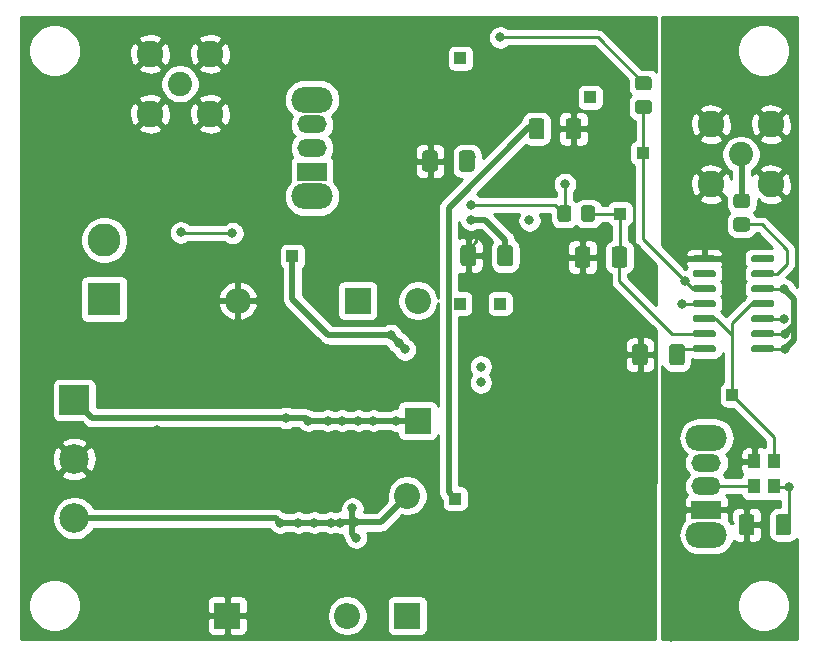
<source format=gbr>
%TF.GenerationSoftware,KiCad,Pcbnew,(5.1.8-0-10_14)*%
%TF.CreationDate,2022-02-24T11:51:48-06:00*%
%TF.ProjectId,SAQ_KiCad,5341515f-4b69-4436-9164-2e6b69636164,rev?*%
%TF.SameCoordinates,Original*%
%TF.FileFunction,Copper,L2,Bot*%
%TF.FilePolarity,Positive*%
%FSLAX46Y46*%
G04 Gerber Fmt 4.6, Leading zero omitted, Abs format (unit mm)*
G04 Created by KiCad (PCBNEW (5.1.8-0-10_14)) date 2022-02-24 11:51:48*
%MOMM*%
%LPD*%
G01*
G04 APERTURE LIST*
%TA.AperFunction,ComponentPad*%
%ADD10C,2.250000*%
%TD*%
%TA.AperFunction,ComponentPad*%
%ADD11C,2.050000*%
%TD*%
%TA.AperFunction,ComponentPad*%
%ADD12R,1.000000X1.000000*%
%TD*%
%TA.AperFunction,SMDPad,CuDef*%
%ADD13R,1.100000X1.300000*%
%TD*%
%TA.AperFunction,ComponentPad*%
%ADD14O,3.500000X2.200000*%
%TD*%
%TA.AperFunction,ComponentPad*%
%ADD15O,2.500000X1.500000*%
%TD*%
%TA.AperFunction,ComponentPad*%
%ADD16R,2.500000X1.500000*%
%TD*%
%TA.AperFunction,ComponentPad*%
%ADD17C,2.500000*%
%TD*%
%TA.AperFunction,ComponentPad*%
%ADD18R,2.500000X2.500000*%
%TD*%
%TA.AperFunction,ComponentPad*%
%ADD19C,2.800000*%
%TD*%
%TA.AperFunction,ComponentPad*%
%ADD20R,2.800000X2.800000*%
%TD*%
%TA.AperFunction,ComponentPad*%
%ADD21O,2.200000X2.200000*%
%TD*%
%TA.AperFunction,ComponentPad*%
%ADD22R,2.200000X2.200000*%
%TD*%
%TA.AperFunction,ViaPad*%
%ADD23C,0.800000*%
%TD*%
%TA.AperFunction,Conductor*%
%ADD24C,0.250000*%
%TD*%
%TA.AperFunction,Conductor*%
%ADD25C,0.500000*%
%TD*%
%TA.AperFunction,Conductor*%
%ADD26C,0.254000*%
%TD*%
%TA.AperFunction,Conductor*%
%ADD27C,0.100000*%
%TD*%
G04 APERTURE END LIST*
D10*
%TO.P,J3,2*%
%TO.N,GND*%
X115570000Y-23876000D03*
X115570000Y-18796000D03*
X120650000Y-18796000D03*
X120650000Y-23876000D03*
D11*
%TO.P,J3,1*%
%TO.N,Net-(J3-Pad1)*%
X118110000Y-21336000D03*
%TD*%
%TO.P,U5,14*%
%TO.N,+3V3*%
%TA.AperFunction,SMDPad,CuDef*%
G36*
G01*
X166473000Y-43901500D02*
X166473000Y-43601500D01*
G75*
G02*
X166623000Y-43451500I150000J0D01*
G01*
X168273000Y-43451500D01*
G75*
G02*
X168423000Y-43601500I0J-150000D01*
G01*
X168423000Y-43901500D01*
G75*
G02*
X168273000Y-44051500I-150000J0D01*
G01*
X166623000Y-44051500D01*
G75*
G02*
X166473000Y-43901500I0J150000D01*
G01*
G37*
%TD.AperFunction*%
%TO.P,U5,13*%
%TA.AperFunction,SMDPad,CuDef*%
G36*
G01*
X166473000Y-42631500D02*
X166473000Y-42331500D01*
G75*
G02*
X166623000Y-42181500I150000J0D01*
G01*
X168273000Y-42181500D01*
G75*
G02*
X168423000Y-42331500I0J-150000D01*
G01*
X168423000Y-42631500D01*
G75*
G02*
X168273000Y-42781500I-150000J0D01*
G01*
X166623000Y-42781500D01*
G75*
G02*
X166473000Y-42631500I0J150000D01*
G01*
G37*
%TD.AperFunction*%
%TO.P,U5,12*%
%TO.N,Net-(R15-Pad2)*%
%TA.AperFunction,SMDPad,CuDef*%
G36*
G01*
X166473000Y-41361500D02*
X166473000Y-41061500D01*
G75*
G02*
X166623000Y-40911500I150000J0D01*
G01*
X168273000Y-40911500D01*
G75*
G02*
X168423000Y-41061500I0J-150000D01*
G01*
X168423000Y-41361500D01*
G75*
G02*
X168273000Y-41511500I-150000J0D01*
G01*
X166623000Y-41511500D01*
G75*
G02*
X166473000Y-41361500I0J150000D01*
G01*
G37*
%TD.AperFunction*%
%TO.P,U5,11*%
%TO.N,CLK*%
%TA.AperFunction,SMDPad,CuDef*%
G36*
G01*
X166473000Y-40091500D02*
X166473000Y-39791500D01*
G75*
G02*
X166623000Y-39641500I150000J0D01*
G01*
X168273000Y-39641500D01*
G75*
G02*
X168423000Y-39791500I0J-150000D01*
G01*
X168423000Y-40091500D01*
G75*
G02*
X168273000Y-40241500I-150000J0D01*
G01*
X166623000Y-40241500D01*
G75*
G02*
X166473000Y-40091500I0J150000D01*
G01*
G37*
%TD.AperFunction*%
%TO.P,U5,10*%
%TO.N,+3V3*%
%TA.AperFunction,SMDPad,CuDef*%
G36*
G01*
X166473000Y-38821500D02*
X166473000Y-38521500D01*
G75*
G02*
X166623000Y-38371500I150000J0D01*
G01*
X168273000Y-38371500D01*
G75*
G02*
X168423000Y-38521500I0J-150000D01*
G01*
X168423000Y-38821500D01*
G75*
G02*
X168273000Y-38971500I-150000J0D01*
G01*
X166623000Y-38971500D01*
G75*
G02*
X166473000Y-38821500I0J150000D01*
G01*
G37*
%TD.AperFunction*%
%TO.P,U5,9*%
%TO.N,Net-(R18-Pad1)*%
%TA.AperFunction,SMDPad,CuDef*%
G36*
G01*
X166473000Y-37551500D02*
X166473000Y-37251500D01*
G75*
G02*
X166623000Y-37101500I150000J0D01*
G01*
X168273000Y-37101500D01*
G75*
G02*
X168423000Y-37251500I0J-150000D01*
G01*
X168423000Y-37551500D01*
G75*
G02*
X168273000Y-37701500I-150000J0D01*
G01*
X166623000Y-37701500D01*
G75*
G02*
X166473000Y-37551500I0J150000D01*
G01*
G37*
%TD.AperFunction*%
%TO.P,U5,8*%
%TO.N,Net-(U5-Pad8)*%
%TA.AperFunction,SMDPad,CuDef*%
G36*
G01*
X166473000Y-36281500D02*
X166473000Y-35981500D01*
G75*
G02*
X166623000Y-35831500I150000J0D01*
G01*
X168273000Y-35831500D01*
G75*
G02*
X168423000Y-35981500I0J-150000D01*
G01*
X168423000Y-36281500D01*
G75*
G02*
X168273000Y-36431500I-150000J0D01*
G01*
X166623000Y-36431500D01*
G75*
G02*
X166473000Y-36281500I0J150000D01*
G01*
G37*
%TD.AperFunction*%
%TO.P,U5,7*%
%TO.N,GND*%
%TA.AperFunction,SMDPad,CuDef*%
G36*
G01*
X161523000Y-36281500D02*
X161523000Y-35981500D01*
G75*
G02*
X161673000Y-35831500I150000J0D01*
G01*
X163323000Y-35831500D01*
G75*
G02*
X163473000Y-35981500I0J-150000D01*
G01*
X163473000Y-36281500D01*
G75*
G02*
X163323000Y-36431500I-150000J0D01*
G01*
X161673000Y-36431500D01*
G75*
G02*
X161523000Y-36281500I0J150000D01*
G01*
G37*
%TD.AperFunction*%
%TO.P,U5,6*%
%TO.N,Net-(U5-Pad6)*%
%TA.AperFunction,SMDPad,CuDef*%
G36*
G01*
X161523000Y-37551500D02*
X161523000Y-37251500D01*
G75*
G02*
X161673000Y-37101500I150000J0D01*
G01*
X163323000Y-37101500D01*
G75*
G02*
X163473000Y-37251500I0J-150000D01*
G01*
X163473000Y-37551500D01*
G75*
G02*
X163323000Y-37701500I-150000J0D01*
G01*
X161673000Y-37701500D01*
G75*
G02*
X161523000Y-37551500I0J150000D01*
G01*
G37*
%TD.AperFunction*%
%TO.P,U5,5*%
%TO.N,Net-(R15-Pad2)*%
%TA.AperFunction,SMDPad,CuDef*%
G36*
G01*
X161523000Y-38821500D02*
X161523000Y-38521500D01*
G75*
G02*
X161673000Y-38371500I150000J0D01*
G01*
X163323000Y-38371500D01*
G75*
G02*
X163473000Y-38521500I0J-150000D01*
G01*
X163473000Y-38821500D01*
G75*
G02*
X163323000Y-38971500I-150000J0D01*
G01*
X161673000Y-38971500D01*
G75*
G02*
X161523000Y-38821500I0J150000D01*
G01*
G37*
%TD.AperFunction*%
%TO.P,U5,4*%
%TO.N,+3V3*%
%TA.AperFunction,SMDPad,CuDef*%
G36*
G01*
X161523000Y-40091500D02*
X161523000Y-39791500D01*
G75*
G02*
X161673000Y-39641500I150000J0D01*
G01*
X163323000Y-39641500D01*
G75*
G02*
X163473000Y-39791500I0J-150000D01*
G01*
X163473000Y-40091500D01*
G75*
G02*
X163323000Y-40241500I-150000J0D01*
G01*
X161673000Y-40241500D01*
G75*
G02*
X161523000Y-40091500I0J150000D01*
G01*
G37*
%TD.AperFunction*%
%TO.P,U5,3*%
%TO.N,CLK*%
%TA.AperFunction,SMDPad,CuDef*%
G36*
G01*
X161523000Y-41361500D02*
X161523000Y-41061500D01*
G75*
G02*
X161673000Y-40911500I150000J0D01*
G01*
X163323000Y-40911500D01*
G75*
G02*
X163473000Y-41061500I0J-150000D01*
G01*
X163473000Y-41361500D01*
G75*
G02*
X163323000Y-41511500I-150000J0D01*
G01*
X161673000Y-41511500D01*
G75*
G02*
X161523000Y-41361500I0J150000D01*
G01*
G37*
%TD.AperFunction*%
%TO.P,U5,2*%
%TO.N,Net-(C8-Pad1)*%
%TA.AperFunction,SMDPad,CuDef*%
G36*
G01*
X161523000Y-42631500D02*
X161523000Y-42331500D01*
G75*
G02*
X161673000Y-42181500I150000J0D01*
G01*
X163323000Y-42181500D01*
G75*
G02*
X163473000Y-42331500I0J-150000D01*
G01*
X163473000Y-42631500D01*
G75*
G02*
X163323000Y-42781500I-150000J0D01*
G01*
X161673000Y-42781500D01*
G75*
G02*
X161523000Y-42631500I0J150000D01*
G01*
G37*
%TD.AperFunction*%
%TO.P,U5,1*%
%TO.N,+3V3*%
%TA.AperFunction,SMDPad,CuDef*%
G36*
G01*
X161523000Y-43901500D02*
X161523000Y-43601500D01*
G75*
G02*
X161673000Y-43451500I150000J0D01*
G01*
X163323000Y-43451500D01*
G75*
G02*
X163473000Y-43601500I0J-150000D01*
G01*
X163473000Y-43901500D01*
G75*
G02*
X163323000Y-44051500I-150000J0D01*
G01*
X161673000Y-44051500D01*
G75*
G02*
X161523000Y-43901500I0J150000D01*
G01*
G37*
%TD.AperFunction*%
%TD*%
D10*
%TO.P,J4,2*%
%TO.N,GND*%
X163068000Y-29845000D03*
X163068000Y-24765000D03*
X168148000Y-24765000D03*
X168148000Y-29845000D03*
D11*
%TO.P,J4,1*%
%TO.N,Net-(J4-Pad1)*%
X165608000Y-27305000D03*
%TD*%
%TO.P,C14,2*%
%TO.N,GND*%
%TA.AperFunction,SMDPad,CuDef*%
G36*
G01*
X150760000Y-25796001D02*
X150760000Y-24495999D01*
G75*
G02*
X151009999Y-24246000I249999J0D01*
G01*
X151835001Y-24246000D01*
G75*
G02*
X152085000Y-24495999I0J-249999D01*
G01*
X152085000Y-25796001D01*
G75*
G02*
X151835001Y-26046000I-249999J0D01*
G01*
X151009999Y-26046000D01*
G75*
G02*
X150760000Y-25796001I0J249999D01*
G01*
G37*
%TD.AperFunction*%
%TO.P,C14,1*%
%TO.N,-3V3*%
%TA.AperFunction,SMDPad,CuDef*%
G36*
G01*
X147635000Y-25796001D02*
X147635000Y-24495999D01*
G75*
G02*
X147884999Y-24246000I249999J0D01*
G01*
X148710001Y-24246000D01*
G75*
G02*
X148960000Y-24495999I0J-249999D01*
G01*
X148960000Y-25796001D01*
G75*
G02*
X148710001Y-26046000I-249999J0D01*
G01*
X147884999Y-26046000D01*
G75*
G02*
X147635000Y-25796001I0J249999D01*
G01*
G37*
%TD.AperFunction*%
%TD*%
%TO.P,C12,2*%
%TO.N,GND*%
%TA.AperFunction,SMDPad,CuDef*%
G36*
G01*
X139943000Y-27226497D02*
X139943000Y-28526503D01*
G75*
G02*
X139693003Y-28776500I-249997J0D01*
G01*
X138867997Y-28776500D01*
G75*
G02*
X138618000Y-28526503I0J249997D01*
G01*
X138618000Y-27226497D01*
G75*
G02*
X138867997Y-26976500I249997J0D01*
G01*
X139693003Y-26976500D01*
G75*
G02*
X139943000Y-27226497I0J-249997D01*
G01*
G37*
%TD.AperFunction*%
%TO.P,C12,1*%
%TO.N,+3V3*%
%TA.AperFunction,SMDPad,CuDef*%
G36*
G01*
X143068000Y-27226497D02*
X143068000Y-28526503D01*
G75*
G02*
X142818003Y-28776500I-249997J0D01*
G01*
X141992997Y-28776500D01*
G75*
G02*
X141743000Y-28526503I0J249997D01*
G01*
X141743000Y-27226497D01*
G75*
G02*
X141992997Y-26976500I249997J0D01*
G01*
X142818003Y-26976500D01*
G75*
G02*
X143068000Y-27226497I0J-249997D01*
G01*
G37*
%TD.AperFunction*%
%TD*%
%TO.P,C11,2*%
%TO.N,GND*%
%TA.AperFunction,SMDPad,CuDef*%
G36*
G01*
X157723000Y-43609497D02*
X157723000Y-44909503D01*
G75*
G02*
X157473003Y-45159500I-249997J0D01*
G01*
X156647997Y-45159500D01*
G75*
G02*
X156398000Y-44909503I0J249997D01*
G01*
X156398000Y-43609497D01*
G75*
G02*
X156647997Y-43359500I249997J0D01*
G01*
X157473003Y-43359500D01*
G75*
G02*
X157723000Y-43609497I0J-249997D01*
G01*
G37*
%TD.AperFunction*%
%TO.P,C11,1*%
%TO.N,+3V3*%
%TA.AperFunction,SMDPad,CuDef*%
G36*
G01*
X160848000Y-43609497D02*
X160848000Y-44909503D01*
G75*
G02*
X160598003Y-45159500I-249997J0D01*
G01*
X159772997Y-45159500D01*
G75*
G02*
X159523000Y-44909503I0J249997D01*
G01*
X159523000Y-43609497D01*
G75*
G02*
X159772997Y-43359500I249997J0D01*
G01*
X160598003Y-43359500D01*
G75*
G02*
X160848000Y-43609497I0J-249997D01*
G01*
G37*
%TD.AperFunction*%
%TD*%
%TO.P,C10,2*%
%TO.N,GND*%
%TA.AperFunction,SMDPad,CuDef*%
G36*
G01*
X143181500Y-35227497D02*
X143181500Y-36527503D01*
G75*
G02*
X142931503Y-36777500I-249997J0D01*
G01*
X142106497Y-36777500D01*
G75*
G02*
X141856500Y-36527503I0J249997D01*
G01*
X141856500Y-35227497D01*
G75*
G02*
X142106497Y-34977500I249997J0D01*
G01*
X142931503Y-34977500D01*
G75*
G02*
X143181500Y-35227497I0J-249997D01*
G01*
G37*
%TD.AperFunction*%
%TO.P,C10,1*%
%TO.N,+3V3*%
%TA.AperFunction,SMDPad,CuDef*%
G36*
G01*
X146306500Y-35227497D02*
X146306500Y-36527503D01*
G75*
G02*
X146056503Y-36777500I-249997J0D01*
G01*
X145231497Y-36777500D01*
G75*
G02*
X144981500Y-36527503I0J249997D01*
G01*
X144981500Y-35227497D01*
G75*
G02*
X145231497Y-34977500I249997J0D01*
G01*
X146056503Y-34977500D01*
G75*
G02*
X146306500Y-35227497I0J-249997D01*
G01*
G37*
%TD.AperFunction*%
%TD*%
D12*
%TO.P,TP9,1*%
%TO.N,VEE*%
X127635000Y-35941000D03*
%TD*%
%TO.P,TP8,1*%
%TO.N,VDD*%
X145224500Y-39941500D03*
%TD*%
%TO.P,TP7,1*%
%TO.N,-3V3*%
X141414500Y-56451500D03*
%TD*%
%TO.P,TP6,1*%
%TO.N,+3V3*%
X141795500Y-39941500D03*
%TD*%
%TO.P,TP5,1*%
%TO.N,CLK*%
X164846000Y-47688500D03*
%TD*%
%TO.P,TP4,1*%
%TO.N,Net-(R15-Pad2)*%
X157289500Y-27178000D03*
%TD*%
%TO.P,TP3,1*%
%TO.N,Net-(C8-Pad1)*%
X155384500Y-32321500D03*
%TD*%
%TO.P,TP2,1*%
%TO.N,Net-(R13-Pad2)*%
X152844500Y-22479000D03*
%TD*%
%TO.P,TP1,1*%
%TO.N,Net-(C7-Pad1)*%
X141859000Y-19177000D03*
%TD*%
D13*
%TO.P,X1,4*%
%TO.N,+3V3*%
X168401500Y-55406000D03*
%TO.P,X1,3*%
%TO.N,CLK*%
X168401500Y-53306000D03*
%TO.P,X1,2*%
%TO.N,GND*%
X166751500Y-53306000D03*
%TO.P,X1,1*%
%TO.N,Net-(SW2-Pad2)*%
X166751500Y-55406000D03*
%TD*%
D14*
%TO.P,SW2,*%
%TO.N,*%
X162687000Y-51299500D03*
X162687000Y-59499500D03*
D15*
%TO.P,SW2,3*%
%TO.N,+3V3*%
X162687000Y-53399500D03*
%TO.P,SW2,2*%
%TO.N,Net-(SW2-Pad2)*%
X162687000Y-55399500D03*
D16*
%TO.P,SW2,1*%
%TO.N,GND*%
X162687000Y-57399500D03*
%TD*%
D14*
%TO.P,SW1,*%
%TO.N,*%
X129286000Y-22665500D03*
X129286000Y-30865500D03*
D15*
%TO.P,SW1,3*%
%TO.N,Net-(J3-Pad1)*%
X129286000Y-24765500D03*
%TO.P,SW1,2*%
%TO.N,Net-(Q5-Pad2)*%
X129286000Y-26765500D03*
D16*
%TO.P,SW1,1*%
%TO.N,Net-(Q3-Pad3)*%
X129286000Y-28765500D03*
%TD*%
%TO.P,R18,2*%
%TO.N,Net-(J4-Pad1)*%
%TA.AperFunction,SMDPad,CuDef*%
G36*
G01*
X166121501Y-31842000D02*
X165221499Y-31842000D01*
G75*
G02*
X164971500Y-31592001I0J249999D01*
G01*
X164971500Y-30891999D01*
G75*
G02*
X165221499Y-30642000I249999J0D01*
G01*
X166121501Y-30642000D01*
G75*
G02*
X166371500Y-30891999I0J-249999D01*
G01*
X166371500Y-31592001D01*
G75*
G02*
X166121501Y-31842000I-249999J0D01*
G01*
G37*
%TD.AperFunction*%
%TO.P,R18,1*%
%TO.N,Net-(R18-Pad1)*%
%TA.AperFunction,SMDPad,CuDef*%
G36*
G01*
X166121501Y-33842000D02*
X165221499Y-33842000D01*
G75*
G02*
X164971500Y-33592001I0J249999D01*
G01*
X164971500Y-32891999D01*
G75*
G02*
X165221499Y-32642000I249999J0D01*
G01*
X166121501Y-32642000D01*
G75*
G02*
X166371500Y-32891999I0J-249999D01*
G01*
X166371500Y-33592001D01*
G75*
G02*
X166121501Y-33842000I-249999J0D01*
G01*
G37*
%TD.AperFunction*%
%TD*%
%TO.P,R17,2*%
%TO.N,Net-(C8-Pad1)*%
%TA.AperFunction,SMDPad,CuDef*%
G36*
G01*
X152054000Y-32771501D02*
X152054000Y-31871499D01*
G75*
G02*
X152303999Y-31621500I249999J0D01*
G01*
X153004001Y-31621500D01*
G75*
G02*
X153254000Y-31871499I0J-249999D01*
G01*
X153254000Y-32771501D01*
G75*
G02*
X153004001Y-33021500I-249999J0D01*
G01*
X152303999Y-33021500D01*
G75*
G02*
X152054000Y-32771501I0J249999D01*
G01*
G37*
%TD.AperFunction*%
%TO.P,R17,1*%
%TO.N,Net-(R16-Pad2)*%
%TA.AperFunction,SMDPad,CuDef*%
G36*
G01*
X150054000Y-32771501D02*
X150054000Y-31871499D01*
G75*
G02*
X150303999Y-31621500I249999J0D01*
G01*
X151004001Y-31621500D01*
G75*
G02*
X151254000Y-31871499I0J-249999D01*
G01*
X151254000Y-32771501D01*
G75*
G02*
X151004001Y-33021500I-249999J0D01*
G01*
X150303999Y-33021500D01*
G75*
G02*
X150054000Y-32771501I0J249999D01*
G01*
G37*
%TD.AperFunction*%
%TD*%
%TO.P,R15,2*%
%TO.N,Net-(R15-Pad2)*%
%TA.AperFunction,SMDPad,CuDef*%
G36*
G01*
X156902999Y-22688500D02*
X157803001Y-22688500D01*
G75*
G02*
X158053000Y-22938499I0J-249999D01*
G01*
X158053000Y-23638501D01*
G75*
G02*
X157803001Y-23888500I-249999J0D01*
G01*
X156902999Y-23888500D01*
G75*
G02*
X156653000Y-23638501I0J249999D01*
G01*
X156653000Y-22938499D01*
G75*
G02*
X156902999Y-22688500I249999J0D01*
G01*
G37*
%TD.AperFunction*%
%TO.P,R15,1*%
%TO.N,Net-(Q7-Pad3)*%
%TA.AperFunction,SMDPad,CuDef*%
G36*
G01*
X156902999Y-20688500D02*
X157803001Y-20688500D01*
G75*
G02*
X158053000Y-20938499I0J-249999D01*
G01*
X158053000Y-21638501D01*
G75*
G02*
X157803001Y-21888500I-249999J0D01*
G01*
X156902999Y-21888500D01*
G75*
G02*
X156653000Y-21638501I0J249999D01*
G01*
X156653000Y-20938499D01*
G75*
G02*
X156902999Y-20688500I249999J0D01*
G01*
G37*
%TD.AperFunction*%
%TD*%
D17*
%TO.P,J2,3*%
%TO.N,Net-(D2-Pad2)*%
X109156500Y-58102500D03*
%TO.P,J2,2*%
%TO.N,GND*%
X109156500Y-53102500D03*
D18*
%TO.P,J2,1*%
%TO.N,Net-(D1-Pad1)*%
X109156500Y-48102500D03*
%TD*%
D19*
%TO.P,J1,2*%
%TO.N,Net-(J1-Pad1)*%
X111696500Y-34560500D03*
D20*
%TO.P,J1,1*%
X111696500Y-39560500D03*
%TD*%
D21*
%TO.P,D4,2*%
%TO.N,-3V3*%
X132270500Y-66357500D03*
D22*
%TO.P,D4,1*%
%TO.N,GND*%
X122110500Y-66357500D03*
%TD*%
D21*
%TO.P,D3,2*%
%TO.N,GND*%
X122999500Y-39687500D03*
D22*
%TO.P,D3,1*%
%TO.N,+3V3*%
X133159500Y-39687500D03*
%TD*%
D21*
%TO.P,D2,2*%
%TO.N,Net-(D2-Pad2)*%
X137350500Y-56197500D03*
D22*
%TO.P,D2,1*%
%TO.N,-3V3*%
X137350500Y-66357500D03*
%TD*%
D21*
%TO.P,D1,2*%
%TO.N,+3V3*%
X138239500Y-39687500D03*
D22*
%TO.P,D1,1*%
%TO.N,Net-(D1-Pad1)*%
X138239500Y-49847500D03*
%TD*%
%TO.P,C9,2*%
%TO.N,GND*%
%TA.AperFunction,SMDPad,CuDef*%
G36*
G01*
X166740000Y-58023997D02*
X166740000Y-59324003D01*
G75*
G02*
X166490003Y-59574000I-249997J0D01*
G01*
X165664997Y-59574000D01*
G75*
G02*
X165415000Y-59324003I0J249997D01*
G01*
X165415000Y-58023997D01*
G75*
G02*
X165664997Y-57774000I249997J0D01*
G01*
X166490003Y-57774000D01*
G75*
G02*
X166740000Y-58023997I0J-249997D01*
G01*
G37*
%TD.AperFunction*%
%TO.P,C9,1*%
%TO.N,+3V3*%
%TA.AperFunction,SMDPad,CuDef*%
G36*
G01*
X169865000Y-58023997D02*
X169865000Y-59324003D01*
G75*
G02*
X169615003Y-59574000I-249997J0D01*
G01*
X168789997Y-59574000D01*
G75*
G02*
X168540000Y-59324003I0J249997D01*
G01*
X168540000Y-58023997D01*
G75*
G02*
X168789997Y-57774000I249997J0D01*
G01*
X169615003Y-57774000D01*
G75*
G02*
X169865000Y-58023997I0J-249997D01*
G01*
G37*
%TD.AperFunction*%
%TD*%
%TO.P,C8,2*%
%TO.N,GND*%
%TA.AperFunction,SMDPad,CuDef*%
G36*
G01*
X152858500Y-35354497D02*
X152858500Y-36654503D01*
G75*
G02*
X152608503Y-36904500I-249997J0D01*
G01*
X151783497Y-36904500D01*
G75*
G02*
X151533500Y-36654503I0J249997D01*
G01*
X151533500Y-35354497D01*
G75*
G02*
X151783497Y-35104500I249997J0D01*
G01*
X152608503Y-35104500D01*
G75*
G02*
X152858500Y-35354497I0J-249997D01*
G01*
G37*
%TD.AperFunction*%
%TO.P,C8,1*%
%TO.N,Net-(C8-Pad1)*%
%TA.AperFunction,SMDPad,CuDef*%
G36*
G01*
X155983500Y-35354497D02*
X155983500Y-36654503D01*
G75*
G02*
X155733503Y-36904500I-249997J0D01*
G01*
X154908497Y-36904500D01*
G75*
G02*
X154658500Y-36654503I0J249997D01*
G01*
X154658500Y-35354497D01*
G75*
G02*
X154908497Y-35104500I249997J0D01*
G01*
X155733503Y-35104500D01*
G75*
G02*
X155983500Y-35354497I0J-249997D01*
G01*
G37*
%TD.AperFunction*%
%TD*%
D23*
%TO.N,GND*%
X118046500Y-56451500D03*
X117157500Y-56515000D03*
X142430500Y-35623500D03*
X148145500Y-30289500D03*
X152146000Y-49657000D03*
X143510000Y-49403000D03*
X157353000Y-57213500D03*
X116840000Y-61785500D03*
X145288000Y-66611500D03*
X145415000Y-65151000D03*
X154368500Y-66675000D03*
X154368500Y-65468500D03*
X134874000Y-28702000D03*
X137604500Y-28765500D03*
X143192500Y-34099500D03*
X151003000Y-19621500D03*
X132905500Y-21653500D03*
X118173500Y-44767500D03*
X116141500Y-50673000D03*
X143573500Y-50546000D03*
X152146000Y-50673000D03*
X152209500Y-43434000D03*
X153670000Y-39814500D03*
X159702500Y-68135500D03*
X157670500Y-68072000D03*
%TO.N,+3V3*%
X143573500Y-46609000D03*
X142748000Y-32829500D03*
X142748000Y-27559000D03*
X143573500Y-45275500D03*
X169672000Y-55435500D03*
X169354500Y-43751500D03*
X169291000Y-38735000D03*
X160655000Y-39941500D03*
X160401000Y-43878500D03*
X169354500Y-42481500D03*
X169227500Y-58674000D03*
%TO.N,-3V3*%
X148209000Y-25019000D03*
%TO.N,VDD*%
X147701000Y-32893000D03*
%TO.N,VEE*%
X135953500Y-42608500D03*
X136620250Y-43275250D03*
X137160000Y-43815000D03*
%TO.N,Net-(D1-Pad1)*%
X136398000Y-49847500D03*
X134493000Y-49847500D03*
X133223000Y-49847500D03*
X131826000Y-49847500D03*
X130619500Y-49847500D03*
X128968500Y-49847500D03*
X127100550Y-49619950D03*
%TO.N,Net-(D2-Pad2)*%
X133032500Y-59753500D03*
X132715000Y-57277000D03*
X126580500Y-58483500D03*
X128143000Y-58483500D03*
X129476500Y-58483500D03*
X130873500Y-58483500D03*
X131699000Y-58483500D03*
X132924750Y-58439250D03*
%TO.N,Net-(Q2-Pad1)*%
X118173500Y-33909000D03*
X122550680Y-33975000D03*
%TO.N,Net-(Q7-Pad3)*%
X145224500Y-17399000D03*
%TO.N,Net-(R15-Pad2)*%
X169227500Y-41211500D03*
X160866750Y-38015250D03*
%TO.N,Net-(R16-Pad2)*%
X150622000Y-32448500D03*
X142751000Y-31559500D03*
X150701500Y-29829000D03*
%TD*%
D24*
%TO.N,GND*%
X143192500Y-34657500D02*
X142455500Y-35394500D01*
X143192500Y-34099500D02*
X143192500Y-34657500D01*
D25*
%TO.N,+3V3*%
X142748000Y-32829500D02*
X143954500Y-32829500D01*
X145644000Y-34519000D02*
X145644000Y-35877500D01*
X143954500Y-32829500D02*
X145644000Y-34519000D01*
D24*
X168431000Y-55435500D02*
X168401500Y-55406000D01*
X169672000Y-55435500D02*
X168431000Y-55435500D01*
X169672000Y-58204500D02*
X169202500Y-58674000D01*
X169672000Y-55435500D02*
X169672000Y-58204500D01*
X167511500Y-38735000D02*
X167448000Y-38671500D01*
X169291000Y-38735000D02*
X167511500Y-38735000D01*
X160655000Y-39941500D02*
X162498000Y-39941500D01*
X160528000Y-43751500D02*
X160401000Y-43878500D01*
X162498000Y-43751500D02*
X160528000Y-43751500D01*
X169354500Y-43751500D02*
X168592500Y-43751500D01*
X168592500Y-43751500D02*
X167448000Y-43751500D01*
X167448000Y-42481500D02*
X169354500Y-42481500D01*
D25*
X170077501Y-41758499D02*
X169354500Y-42481500D01*
X170077501Y-39521501D02*
X170077501Y-41758499D01*
X169291000Y-38735000D02*
X170077501Y-39521501D01*
X170077501Y-43028499D02*
X169354500Y-43751500D01*
X170077501Y-41758499D02*
X170077501Y-43028499D01*
%TO.N,-3V3*%
X140845499Y-55882499D02*
X141414500Y-56451500D01*
X147643315Y-25019000D02*
X140845499Y-31816816D01*
X148209000Y-25019000D02*
X147643315Y-25019000D01*
X140845499Y-31816816D02*
X140845499Y-33530499D01*
X140845499Y-33530499D02*
X140845499Y-55882499D01*
X140845499Y-32206999D02*
X140845499Y-33530499D01*
%TO.N,VEE*%
X137160000Y-43815000D02*
X136620250Y-43275250D01*
X135953500Y-42608500D02*
X136620250Y-43275250D01*
X135953500Y-42608500D02*
X130683000Y-42608500D01*
X127635000Y-39560500D02*
X127635000Y-35941000D01*
X130683000Y-42608500D02*
X127635000Y-39560500D01*
D24*
%TO.N,Net-(C8-Pad1)*%
X152654000Y-32321500D02*
X155384500Y-32321500D01*
X155384500Y-35941000D02*
X155321000Y-36004500D01*
X155384500Y-32321500D02*
X155384500Y-35941000D01*
X159766000Y-42481500D02*
X162498000Y-42481500D01*
X155321000Y-38036500D02*
X159766000Y-42481500D01*
X155321000Y-36004500D02*
X155321000Y-38036500D01*
D25*
%TO.N,Net-(D1-Pad1)*%
X138239500Y-49847500D02*
X128968500Y-49847500D01*
X128740950Y-49619950D02*
X128968500Y-49847500D01*
X127100550Y-49619950D02*
X128740950Y-49619950D01*
X110673950Y-49619950D02*
X109156500Y-48102500D01*
X127100550Y-49619950D02*
X110673950Y-49619950D01*
%TO.N,Net-(D2-Pad2)*%
X126199500Y-58102500D02*
X126580500Y-58483500D01*
X109156500Y-58102500D02*
X126199500Y-58102500D01*
X126580500Y-58483500D02*
X131699000Y-58483500D01*
X132715000Y-59436000D02*
X133032500Y-59753500D01*
X132715000Y-57277000D02*
X132715000Y-59436000D01*
X131743250Y-58439250D02*
X131699000Y-58483500D01*
X132924750Y-58439250D02*
X131743250Y-58439250D01*
X135108750Y-58439250D02*
X137350500Y-56197500D01*
X132924750Y-58439250D02*
X135108750Y-58439250D01*
D24*
%TO.N,Net-(Q2-Pad1)*%
X118239500Y-33975000D02*
X118173500Y-33909000D01*
X122550680Y-33975000D02*
X118239500Y-33975000D01*
%TO.N,Net-(Q7-Pad3)*%
X153463500Y-17399000D02*
X157353000Y-21288500D01*
X145224500Y-17399000D02*
X153463500Y-17399000D01*
%TO.N,Net-(R15-Pad2)*%
X157353000Y-27114500D02*
X157289500Y-27178000D01*
X157353000Y-23288500D02*
X157353000Y-27114500D01*
X161523000Y-38671500D02*
X162498000Y-38671500D01*
X157289500Y-34438000D02*
X160866750Y-38015250D01*
X157289500Y-27178000D02*
X157289500Y-34438000D01*
X160866750Y-38015250D02*
X161523000Y-38671500D01*
X167448000Y-41211500D02*
X169227500Y-41211500D01*
%TO.N,Net-(R16-Pad2)*%
X142751000Y-31559500D02*
X149892000Y-31559500D01*
X150701500Y-32274000D02*
X150654000Y-32321500D01*
X150701500Y-29829000D02*
X150701500Y-32274000D01*
X149892000Y-31559500D02*
X150654000Y-32321500D01*
%TO.N,Net-(R18-Pad1)*%
X167448000Y-37401500D02*
X168656000Y-37401500D01*
X168656000Y-37401500D02*
X169481500Y-36576000D01*
X169481500Y-36576000D02*
X169481500Y-35369500D01*
X167354000Y-33242000D02*
X165671500Y-33242000D01*
X169481500Y-35369500D02*
X167354000Y-33242000D01*
%TO.N,Net-(SW2-Pad2)*%
X162693500Y-55406000D02*
X162687000Y-55399500D01*
X166751500Y-55406000D02*
X162693500Y-55406000D01*
%TO.N,CLK*%
X163473000Y-41211500D02*
X164846000Y-42584500D01*
X162498000Y-41211500D02*
X163473000Y-41211500D01*
X164846000Y-41568500D02*
X164846000Y-42735500D01*
X167448000Y-39941500D02*
X166473000Y-39941500D01*
X164846000Y-42735500D02*
X164846000Y-47688500D01*
X166473000Y-39941500D02*
X164846000Y-41568500D01*
X164846000Y-42584500D02*
X164846000Y-42735500D01*
X168401500Y-51244000D02*
X168401500Y-53306000D01*
X164846000Y-47688500D02*
X168401500Y-51244000D01*
D25*
%TO.N,Net-(J4-Pad1)*%
X165671500Y-27368500D02*
X165608000Y-27305000D01*
X165671500Y-31242000D02*
X165671500Y-27368500D01*
%TD*%
D26*
%TO.N,GND*%
X164086001Y-46607454D02*
X163991506Y-46657963D01*
X163894815Y-46737315D01*
X163815463Y-46834006D01*
X163756498Y-46944320D01*
X163720188Y-47064018D01*
X163707928Y-47188500D01*
X163707928Y-48188500D01*
X163720188Y-48312982D01*
X163756498Y-48432680D01*
X163815463Y-48542994D01*
X163894815Y-48639685D01*
X163991506Y-48719037D01*
X164101820Y-48778002D01*
X164221518Y-48814312D01*
X164346000Y-48826572D01*
X164909271Y-48826572D01*
X167641500Y-51558802D01*
X167641500Y-52056129D01*
X167607320Y-52066498D01*
X167576500Y-52082972D01*
X167545680Y-52066498D01*
X167425982Y-52030188D01*
X167301500Y-52017928D01*
X167037250Y-52021000D01*
X166878500Y-52179750D01*
X166878500Y-53179000D01*
X166898500Y-53179000D01*
X166898500Y-53433000D01*
X166878500Y-53433000D01*
X166878500Y-53453000D01*
X166624500Y-53453000D01*
X166624500Y-53433000D01*
X165725250Y-53433000D01*
X165566500Y-53591750D01*
X165563428Y-53956000D01*
X165575688Y-54080482D01*
X165611998Y-54200180D01*
X165670963Y-54310494D01*
X165708309Y-54356000D01*
X165670963Y-54401506D01*
X165611998Y-54511820D01*
X165575688Y-54631518D01*
X165574262Y-54646000D01*
X164354680Y-54646000D01*
X164344157Y-54626312D01*
X164171081Y-54415419D01*
X164151684Y-54399500D01*
X164171081Y-54383581D01*
X164344157Y-54172688D01*
X164472764Y-53932081D01*
X164551960Y-53671007D01*
X164578701Y-53399500D01*
X164551960Y-53127993D01*
X164472764Y-52866919D01*
X164378006Y-52689639D01*
X164418995Y-52656000D01*
X165563428Y-52656000D01*
X165566500Y-53020250D01*
X165725250Y-53179000D01*
X166624500Y-53179000D01*
X166624500Y-52179750D01*
X166465750Y-52021000D01*
X166201500Y-52017928D01*
X166077018Y-52030188D01*
X165957320Y-52066498D01*
X165847006Y-52125463D01*
X165750315Y-52204815D01*
X165670963Y-52301506D01*
X165611998Y-52411820D01*
X165575688Y-52531518D01*
X165563428Y-52656000D01*
X164418995Y-52656000D01*
X164569766Y-52532266D01*
X164786579Y-52268078D01*
X164947686Y-51966668D01*
X165046895Y-51639619D01*
X165080394Y-51299500D01*
X165046895Y-50959381D01*
X164947686Y-50632332D01*
X164786579Y-50330922D01*
X164569766Y-50066734D01*
X164305578Y-49849921D01*
X164004168Y-49688814D01*
X163677119Y-49589605D01*
X163422225Y-49564500D01*
X161951775Y-49564500D01*
X161696881Y-49589605D01*
X161369832Y-49688814D01*
X161068422Y-49849921D01*
X160804234Y-50066734D01*
X160587421Y-50330922D01*
X160426314Y-50632332D01*
X160327105Y-50959381D01*
X160293606Y-51299500D01*
X160327105Y-51639619D01*
X160426314Y-51966668D01*
X160587421Y-52268078D01*
X160804234Y-52532266D01*
X160995994Y-52689639D01*
X160901236Y-52866919D01*
X160822040Y-53127993D01*
X160795299Y-53399500D01*
X160822040Y-53671007D01*
X160901236Y-53932081D01*
X161029843Y-54172688D01*
X161202919Y-54383581D01*
X161222316Y-54399500D01*
X161202919Y-54415419D01*
X161029843Y-54626312D01*
X160901236Y-54866919D01*
X160822040Y-55127993D01*
X160795299Y-55399500D01*
X160822040Y-55671007D01*
X160901236Y-55932081D01*
X161025940Y-56165386D01*
X160985815Y-56198315D01*
X160906463Y-56295006D01*
X160847498Y-56405320D01*
X160811188Y-56525018D01*
X160798928Y-56649500D01*
X160802000Y-57113750D01*
X160960750Y-57272500D01*
X162560000Y-57272500D01*
X162560000Y-57252500D01*
X162814000Y-57252500D01*
X162814000Y-57272500D01*
X164413250Y-57272500D01*
X164572000Y-57113750D01*
X164575072Y-56649500D01*
X164562812Y-56525018D01*
X164526502Y-56405320D01*
X164467537Y-56295006D01*
X164388185Y-56198315D01*
X164348809Y-56166000D01*
X165574262Y-56166000D01*
X165575688Y-56180482D01*
X165611998Y-56300180D01*
X165670963Y-56410494D01*
X165750315Y-56507185D01*
X165847006Y-56586537D01*
X165957320Y-56645502D01*
X166077018Y-56681812D01*
X166201500Y-56694072D01*
X167301500Y-56694072D01*
X167425982Y-56681812D01*
X167545680Y-56645502D01*
X167576500Y-56629028D01*
X167607320Y-56645502D01*
X167727018Y-56681812D01*
X167851500Y-56694072D01*
X168912000Y-56694072D01*
X168912001Y-57135928D01*
X168789997Y-57135928D01*
X168616743Y-57152992D01*
X168450148Y-57203528D01*
X168296612Y-57285595D01*
X168162037Y-57396037D01*
X168051595Y-57530612D01*
X167969528Y-57684148D01*
X167918992Y-57850743D01*
X167901928Y-58023997D01*
X167901928Y-59324003D01*
X167918992Y-59497257D01*
X167969528Y-59663852D01*
X168051595Y-59817388D01*
X168162037Y-59951963D01*
X168296612Y-60062405D01*
X168450148Y-60144472D01*
X168616743Y-60195008D01*
X168789997Y-60212072D01*
X169615003Y-60212072D01*
X169788257Y-60195008D01*
X169954852Y-60144472D01*
X170108388Y-60062405D01*
X170242963Y-59951963D01*
X170340001Y-59833721D01*
X170340001Y-68340000D01*
X158940500Y-68340000D01*
X158940500Y-65279872D01*
X165265000Y-65279872D01*
X165265000Y-65720128D01*
X165350890Y-66151925D01*
X165519369Y-66558669D01*
X165763962Y-66924729D01*
X166075271Y-67236038D01*
X166441331Y-67480631D01*
X166848075Y-67649110D01*
X167279872Y-67735000D01*
X167720128Y-67735000D01*
X168151925Y-67649110D01*
X168558669Y-67480631D01*
X168924729Y-67236038D01*
X169236038Y-66924729D01*
X169480631Y-66558669D01*
X169649110Y-66151925D01*
X169735000Y-65720128D01*
X169735000Y-65279872D01*
X169649110Y-64848075D01*
X169480631Y-64441331D01*
X169236038Y-64075271D01*
X168924729Y-63763962D01*
X168558669Y-63519369D01*
X168151925Y-63350890D01*
X167720128Y-63265000D01*
X167279872Y-63265000D01*
X166848075Y-63350890D01*
X166441331Y-63519369D01*
X166075271Y-63763962D01*
X165763962Y-64075271D01*
X165519369Y-64441331D01*
X165350890Y-64848075D01*
X165265000Y-65279872D01*
X158940500Y-65279872D01*
X158940500Y-59499500D01*
X160293606Y-59499500D01*
X160327105Y-59839619D01*
X160426314Y-60166668D01*
X160587421Y-60468078D01*
X160804234Y-60732266D01*
X161068422Y-60949079D01*
X161369832Y-61110186D01*
X161696881Y-61209395D01*
X161951775Y-61234500D01*
X163422225Y-61234500D01*
X163677119Y-61209395D01*
X164004168Y-61110186D01*
X164305578Y-60949079D01*
X164569766Y-60732266D01*
X164786579Y-60468078D01*
X164947686Y-60166668D01*
X164985264Y-60042788D01*
X165060506Y-60104537D01*
X165170820Y-60163502D01*
X165290518Y-60199812D01*
X165415000Y-60212072D01*
X165791750Y-60209000D01*
X165950500Y-60050250D01*
X165950500Y-58801000D01*
X166204500Y-58801000D01*
X166204500Y-60050250D01*
X166363250Y-60209000D01*
X166740000Y-60212072D01*
X166864482Y-60199812D01*
X166984180Y-60163502D01*
X167094494Y-60104537D01*
X167191185Y-60025185D01*
X167270537Y-59928494D01*
X167329502Y-59818180D01*
X167365812Y-59698482D01*
X167378072Y-59574000D01*
X167375000Y-58959750D01*
X167216250Y-58801000D01*
X166204500Y-58801000D01*
X165950500Y-58801000D01*
X165930500Y-58801000D01*
X165930500Y-58547000D01*
X165950500Y-58547000D01*
X165950500Y-57297750D01*
X166204500Y-57297750D01*
X166204500Y-58547000D01*
X167216250Y-58547000D01*
X167375000Y-58388250D01*
X167378072Y-57774000D01*
X167365812Y-57649518D01*
X167329502Y-57529820D01*
X167270537Y-57419506D01*
X167191185Y-57322815D01*
X167094494Y-57243463D01*
X166984180Y-57184498D01*
X166864482Y-57148188D01*
X166740000Y-57135928D01*
X166363250Y-57139000D01*
X166204500Y-57297750D01*
X165950500Y-57297750D01*
X165791750Y-57139000D01*
X165415000Y-57135928D01*
X165290518Y-57148188D01*
X165170820Y-57184498D01*
X165060506Y-57243463D01*
X164963815Y-57322815D01*
X164884463Y-57419506D01*
X164825498Y-57529820D01*
X164789188Y-57649518D01*
X164776928Y-57774000D01*
X164780000Y-58388250D01*
X164938748Y-58546998D01*
X164795172Y-58546998D01*
X164786579Y-58530922D01*
X164569766Y-58266734D01*
X164563992Y-58261996D01*
X164575072Y-58149500D01*
X164572000Y-57685250D01*
X164413250Y-57526500D01*
X162814000Y-57526500D01*
X162814000Y-57546500D01*
X162560000Y-57546500D01*
X162560000Y-57526500D01*
X160960750Y-57526500D01*
X160802000Y-57685250D01*
X160798928Y-58149500D01*
X160810008Y-58261996D01*
X160804234Y-58266734D01*
X160587421Y-58530922D01*
X160426314Y-58832332D01*
X160327105Y-59159381D01*
X160293606Y-59499500D01*
X158940500Y-59499500D01*
X158940500Y-45209701D01*
X158952528Y-45249352D01*
X159034595Y-45402888D01*
X159145037Y-45537463D01*
X159279612Y-45647905D01*
X159433148Y-45729972D01*
X159599743Y-45780508D01*
X159772997Y-45797572D01*
X160598003Y-45797572D01*
X160771257Y-45780508D01*
X160937852Y-45729972D01*
X161091388Y-45647905D01*
X161225963Y-45537463D01*
X161336405Y-45402888D01*
X161418472Y-45249352D01*
X161469008Y-45082757D01*
X161486072Y-44909503D01*
X161486072Y-44664363D01*
X161519255Y-44674429D01*
X161673000Y-44689572D01*
X163323000Y-44689572D01*
X163476745Y-44674429D01*
X163624582Y-44629584D01*
X163760829Y-44556758D01*
X163880251Y-44458751D01*
X163978258Y-44339329D01*
X164051084Y-44203082D01*
X164086000Y-44087976D01*
X164086001Y-46607454D01*
%TA.AperFunction,Conductor*%
D27*
G36*
X164086001Y-46607454D02*
G01*
X163991506Y-46657963D01*
X163894815Y-46737315D01*
X163815463Y-46834006D01*
X163756498Y-46944320D01*
X163720188Y-47064018D01*
X163707928Y-47188500D01*
X163707928Y-48188500D01*
X163720188Y-48312982D01*
X163756498Y-48432680D01*
X163815463Y-48542994D01*
X163894815Y-48639685D01*
X163991506Y-48719037D01*
X164101820Y-48778002D01*
X164221518Y-48814312D01*
X164346000Y-48826572D01*
X164909271Y-48826572D01*
X167641500Y-51558802D01*
X167641500Y-52056129D01*
X167607320Y-52066498D01*
X167576500Y-52082972D01*
X167545680Y-52066498D01*
X167425982Y-52030188D01*
X167301500Y-52017928D01*
X167037250Y-52021000D01*
X166878500Y-52179750D01*
X166878500Y-53179000D01*
X166898500Y-53179000D01*
X166898500Y-53433000D01*
X166878500Y-53433000D01*
X166878500Y-53453000D01*
X166624500Y-53453000D01*
X166624500Y-53433000D01*
X165725250Y-53433000D01*
X165566500Y-53591750D01*
X165563428Y-53956000D01*
X165575688Y-54080482D01*
X165611998Y-54200180D01*
X165670963Y-54310494D01*
X165708309Y-54356000D01*
X165670963Y-54401506D01*
X165611998Y-54511820D01*
X165575688Y-54631518D01*
X165574262Y-54646000D01*
X164354680Y-54646000D01*
X164344157Y-54626312D01*
X164171081Y-54415419D01*
X164151684Y-54399500D01*
X164171081Y-54383581D01*
X164344157Y-54172688D01*
X164472764Y-53932081D01*
X164551960Y-53671007D01*
X164578701Y-53399500D01*
X164551960Y-53127993D01*
X164472764Y-52866919D01*
X164378006Y-52689639D01*
X164418995Y-52656000D01*
X165563428Y-52656000D01*
X165566500Y-53020250D01*
X165725250Y-53179000D01*
X166624500Y-53179000D01*
X166624500Y-52179750D01*
X166465750Y-52021000D01*
X166201500Y-52017928D01*
X166077018Y-52030188D01*
X165957320Y-52066498D01*
X165847006Y-52125463D01*
X165750315Y-52204815D01*
X165670963Y-52301506D01*
X165611998Y-52411820D01*
X165575688Y-52531518D01*
X165563428Y-52656000D01*
X164418995Y-52656000D01*
X164569766Y-52532266D01*
X164786579Y-52268078D01*
X164947686Y-51966668D01*
X165046895Y-51639619D01*
X165080394Y-51299500D01*
X165046895Y-50959381D01*
X164947686Y-50632332D01*
X164786579Y-50330922D01*
X164569766Y-50066734D01*
X164305578Y-49849921D01*
X164004168Y-49688814D01*
X163677119Y-49589605D01*
X163422225Y-49564500D01*
X161951775Y-49564500D01*
X161696881Y-49589605D01*
X161369832Y-49688814D01*
X161068422Y-49849921D01*
X160804234Y-50066734D01*
X160587421Y-50330922D01*
X160426314Y-50632332D01*
X160327105Y-50959381D01*
X160293606Y-51299500D01*
X160327105Y-51639619D01*
X160426314Y-51966668D01*
X160587421Y-52268078D01*
X160804234Y-52532266D01*
X160995994Y-52689639D01*
X160901236Y-52866919D01*
X160822040Y-53127993D01*
X160795299Y-53399500D01*
X160822040Y-53671007D01*
X160901236Y-53932081D01*
X161029843Y-54172688D01*
X161202919Y-54383581D01*
X161222316Y-54399500D01*
X161202919Y-54415419D01*
X161029843Y-54626312D01*
X160901236Y-54866919D01*
X160822040Y-55127993D01*
X160795299Y-55399500D01*
X160822040Y-55671007D01*
X160901236Y-55932081D01*
X161025940Y-56165386D01*
X160985815Y-56198315D01*
X160906463Y-56295006D01*
X160847498Y-56405320D01*
X160811188Y-56525018D01*
X160798928Y-56649500D01*
X160802000Y-57113750D01*
X160960750Y-57272500D01*
X162560000Y-57272500D01*
X162560000Y-57252500D01*
X162814000Y-57252500D01*
X162814000Y-57272500D01*
X164413250Y-57272500D01*
X164572000Y-57113750D01*
X164575072Y-56649500D01*
X164562812Y-56525018D01*
X164526502Y-56405320D01*
X164467537Y-56295006D01*
X164388185Y-56198315D01*
X164348809Y-56166000D01*
X165574262Y-56166000D01*
X165575688Y-56180482D01*
X165611998Y-56300180D01*
X165670963Y-56410494D01*
X165750315Y-56507185D01*
X165847006Y-56586537D01*
X165957320Y-56645502D01*
X166077018Y-56681812D01*
X166201500Y-56694072D01*
X167301500Y-56694072D01*
X167425982Y-56681812D01*
X167545680Y-56645502D01*
X167576500Y-56629028D01*
X167607320Y-56645502D01*
X167727018Y-56681812D01*
X167851500Y-56694072D01*
X168912000Y-56694072D01*
X168912001Y-57135928D01*
X168789997Y-57135928D01*
X168616743Y-57152992D01*
X168450148Y-57203528D01*
X168296612Y-57285595D01*
X168162037Y-57396037D01*
X168051595Y-57530612D01*
X167969528Y-57684148D01*
X167918992Y-57850743D01*
X167901928Y-58023997D01*
X167901928Y-59324003D01*
X167918992Y-59497257D01*
X167969528Y-59663852D01*
X168051595Y-59817388D01*
X168162037Y-59951963D01*
X168296612Y-60062405D01*
X168450148Y-60144472D01*
X168616743Y-60195008D01*
X168789997Y-60212072D01*
X169615003Y-60212072D01*
X169788257Y-60195008D01*
X169954852Y-60144472D01*
X170108388Y-60062405D01*
X170242963Y-59951963D01*
X170340001Y-59833721D01*
X170340001Y-68340000D01*
X158940500Y-68340000D01*
X158940500Y-65279872D01*
X165265000Y-65279872D01*
X165265000Y-65720128D01*
X165350890Y-66151925D01*
X165519369Y-66558669D01*
X165763962Y-66924729D01*
X166075271Y-67236038D01*
X166441331Y-67480631D01*
X166848075Y-67649110D01*
X167279872Y-67735000D01*
X167720128Y-67735000D01*
X168151925Y-67649110D01*
X168558669Y-67480631D01*
X168924729Y-67236038D01*
X169236038Y-66924729D01*
X169480631Y-66558669D01*
X169649110Y-66151925D01*
X169735000Y-65720128D01*
X169735000Y-65279872D01*
X169649110Y-64848075D01*
X169480631Y-64441331D01*
X169236038Y-64075271D01*
X168924729Y-63763962D01*
X168558669Y-63519369D01*
X168151925Y-63350890D01*
X167720128Y-63265000D01*
X167279872Y-63265000D01*
X166848075Y-63350890D01*
X166441331Y-63519369D01*
X166075271Y-63763962D01*
X165763962Y-64075271D01*
X165519369Y-64441331D01*
X165350890Y-64848075D01*
X165265000Y-65279872D01*
X158940500Y-65279872D01*
X158940500Y-59499500D01*
X160293606Y-59499500D01*
X160327105Y-59839619D01*
X160426314Y-60166668D01*
X160587421Y-60468078D01*
X160804234Y-60732266D01*
X161068422Y-60949079D01*
X161369832Y-61110186D01*
X161696881Y-61209395D01*
X161951775Y-61234500D01*
X163422225Y-61234500D01*
X163677119Y-61209395D01*
X164004168Y-61110186D01*
X164305578Y-60949079D01*
X164569766Y-60732266D01*
X164786579Y-60468078D01*
X164947686Y-60166668D01*
X164985264Y-60042788D01*
X165060506Y-60104537D01*
X165170820Y-60163502D01*
X165290518Y-60199812D01*
X165415000Y-60212072D01*
X165791750Y-60209000D01*
X165950500Y-60050250D01*
X165950500Y-58801000D01*
X166204500Y-58801000D01*
X166204500Y-60050250D01*
X166363250Y-60209000D01*
X166740000Y-60212072D01*
X166864482Y-60199812D01*
X166984180Y-60163502D01*
X167094494Y-60104537D01*
X167191185Y-60025185D01*
X167270537Y-59928494D01*
X167329502Y-59818180D01*
X167365812Y-59698482D01*
X167378072Y-59574000D01*
X167375000Y-58959750D01*
X167216250Y-58801000D01*
X166204500Y-58801000D01*
X165950500Y-58801000D01*
X165930500Y-58801000D01*
X165930500Y-58547000D01*
X165950500Y-58547000D01*
X165950500Y-57297750D01*
X166204500Y-57297750D01*
X166204500Y-58547000D01*
X167216250Y-58547000D01*
X167375000Y-58388250D01*
X167378072Y-57774000D01*
X167365812Y-57649518D01*
X167329502Y-57529820D01*
X167270537Y-57419506D01*
X167191185Y-57322815D01*
X167094494Y-57243463D01*
X166984180Y-57184498D01*
X166864482Y-57148188D01*
X166740000Y-57135928D01*
X166363250Y-57139000D01*
X166204500Y-57297750D01*
X165950500Y-57297750D01*
X165791750Y-57139000D01*
X165415000Y-57135928D01*
X165290518Y-57148188D01*
X165170820Y-57184498D01*
X165060506Y-57243463D01*
X164963815Y-57322815D01*
X164884463Y-57419506D01*
X164825498Y-57529820D01*
X164789188Y-57649518D01*
X164776928Y-57774000D01*
X164780000Y-58388250D01*
X164938748Y-58546998D01*
X164795172Y-58546998D01*
X164786579Y-58530922D01*
X164569766Y-58266734D01*
X164563992Y-58261996D01*
X164575072Y-58149500D01*
X164572000Y-57685250D01*
X164413250Y-57526500D01*
X162814000Y-57526500D01*
X162814000Y-57546500D01*
X162560000Y-57546500D01*
X162560000Y-57526500D01*
X160960750Y-57526500D01*
X160802000Y-57685250D01*
X160798928Y-58149500D01*
X160810008Y-58261996D01*
X160804234Y-58266734D01*
X160587421Y-58530922D01*
X160426314Y-58832332D01*
X160327105Y-59159381D01*
X160293606Y-59499500D01*
X158940500Y-59499500D01*
X158940500Y-45209701D01*
X158952528Y-45249352D01*
X159034595Y-45402888D01*
X159145037Y-45537463D01*
X159279612Y-45647905D01*
X159433148Y-45729972D01*
X159599743Y-45780508D01*
X159772997Y-45797572D01*
X160598003Y-45797572D01*
X160771257Y-45780508D01*
X160937852Y-45729972D01*
X161091388Y-45647905D01*
X161225963Y-45537463D01*
X161336405Y-45402888D01*
X161418472Y-45249352D01*
X161469008Y-45082757D01*
X161486072Y-44909503D01*
X161486072Y-44664363D01*
X161519255Y-44674429D01*
X161673000Y-44689572D01*
X163323000Y-44689572D01*
X163476745Y-44674429D01*
X163624582Y-44629584D01*
X163760829Y-44556758D01*
X163880251Y-44458751D01*
X163978258Y-44339329D01*
X164051084Y-44203082D01*
X164086000Y-44087976D01*
X164086001Y-46607454D01*
G37*
%TD.AperFunction*%
D26*
X170340000Y-38532422D02*
X170297535Y-38489956D01*
X170286226Y-38433102D01*
X170208205Y-38244744D01*
X170094937Y-38075226D01*
X169950774Y-37931063D01*
X169781256Y-37817795D01*
X169592898Y-37739774D01*
X169425771Y-37706531D01*
X169992504Y-37139798D01*
X170021501Y-37116001D01*
X170116474Y-37000276D01*
X170187046Y-36868247D01*
X170230503Y-36724986D01*
X170241500Y-36613333D01*
X170241500Y-36613324D01*
X170245176Y-36576001D01*
X170241500Y-36538678D01*
X170241500Y-35406822D01*
X170245176Y-35369499D01*
X170241500Y-35332176D01*
X170241500Y-35332167D01*
X170230503Y-35220514D01*
X170187046Y-35077253D01*
X170116474Y-34945224D01*
X170021501Y-34829499D01*
X169992503Y-34805701D01*
X167917804Y-32731003D01*
X167894001Y-32701999D01*
X167778276Y-32607026D01*
X167646247Y-32536454D01*
X167502986Y-32492997D01*
X167391333Y-32482000D01*
X167391322Y-32482000D01*
X167354000Y-32478324D01*
X167316678Y-32482000D01*
X166904476Y-32482000D01*
X166859905Y-32398613D01*
X166749462Y-32264038D01*
X166722609Y-32242000D01*
X166749462Y-32219962D01*
X166859905Y-32085387D01*
X166941972Y-31931851D01*
X166992508Y-31765255D01*
X167009572Y-31592001D01*
X167009572Y-31163036D01*
X167103075Y-31069533D01*
X167213921Y-31346714D01*
X167524840Y-31500089D01*
X167859705Y-31589860D01*
X168205650Y-31612576D01*
X168549380Y-31567366D01*
X168877685Y-31455966D01*
X169082079Y-31346714D01*
X169192926Y-31069531D01*
X168148000Y-30024605D01*
X168133858Y-30038748D01*
X167954253Y-29859143D01*
X167968395Y-29845000D01*
X168327605Y-29845000D01*
X169372531Y-30889926D01*
X169649714Y-30779079D01*
X169803089Y-30468160D01*
X169892860Y-30133295D01*
X169915576Y-29787350D01*
X169870366Y-29443620D01*
X169758966Y-29115315D01*
X169649714Y-28910921D01*
X169372531Y-28800074D01*
X168327605Y-29845000D01*
X167968395Y-29845000D01*
X166923469Y-28800074D01*
X166646286Y-28910921D01*
X166556500Y-29092934D01*
X166556500Y-28667697D01*
X166627181Y-28620469D01*
X167103074Y-28620469D01*
X168148000Y-29665395D01*
X169192926Y-28620469D01*
X169082079Y-28343286D01*
X168771160Y-28189911D01*
X168436295Y-28100140D01*
X168090350Y-28077424D01*
X167746620Y-28122634D01*
X167418315Y-28234034D01*
X167213921Y-28343286D01*
X167103074Y-28620469D01*
X166627181Y-28620469D01*
X166666188Y-28594406D01*
X166897406Y-28363188D01*
X167079073Y-28091305D01*
X167204207Y-27789204D01*
X167268000Y-27468496D01*
X167268000Y-27141504D01*
X167204207Y-26820796D01*
X167079073Y-26518695D01*
X166897406Y-26246812D01*
X166666188Y-26015594D01*
X166627183Y-25989531D01*
X167103074Y-25989531D01*
X167213921Y-26266714D01*
X167524840Y-26420089D01*
X167859705Y-26509860D01*
X168205650Y-26532576D01*
X168549380Y-26487366D01*
X168877685Y-26375966D01*
X169082079Y-26266714D01*
X169192926Y-25989531D01*
X168148000Y-24944605D01*
X167103074Y-25989531D01*
X166627183Y-25989531D01*
X166394305Y-25833927D01*
X166092204Y-25708793D01*
X165771496Y-25645000D01*
X165444504Y-25645000D01*
X165123796Y-25708793D01*
X164821695Y-25833927D01*
X164549812Y-26015594D01*
X164318594Y-26246812D01*
X164136927Y-26518695D01*
X164011793Y-26820796D01*
X163948000Y-27141504D01*
X163948000Y-27468496D01*
X164011793Y-27789204D01*
X164136927Y-28091305D01*
X164318594Y-28363188D01*
X164549812Y-28594406D01*
X164786501Y-28752557D01*
X164786500Y-29432228D01*
X164678966Y-29115315D01*
X164569714Y-28910921D01*
X164292531Y-28800074D01*
X163247605Y-29845000D01*
X164292531Y-30889926D01*
X164335317Y-30872815D01*
X164333428Y-30891999D01*
X164333428Y-31592001D01*
X164350492Y-31765255D01*
X164401028Y-31931851D01*
X164483095Y-32085387D01*
X164593538Y-32219962D01*
X164620391Y-32242000D01*
X164593538Y-32264038D01*
X164483095Y-32398613D01*
X164401028Y-32552149D01*
X164350492Y-32718745D01*
X164333428Y-32891999D01*
X164333428Y-33592001D01*
X164350492Y-33765255D01*
X164401028Y-33931851D01*
X164483095Y-34085387D01*
X164593538Y-34219962D01*
X164728113Y-34330405D01*
X164881649Y-34412472D01*
X165048245Y-34463008D01*
X165221499Y-34480072D01*
X166121501Y-34480072D01*
X166294755Y-34463008D01*
X166461351Y-34412472D01*
X166614887Y-34330405D01*
X166749462Y-34219962D01*
X166859905Y-34085387D01*
X166904476Y-34002000D01*
X167039199Y-34002000D01*
X168230626Y-35193428D01*
X166623000Y-35193428D01*
X166469255Y-35208571D01*
X166321418Y-35253416D01*
X166185171Y-35326242D01*
X166065749Y-35424249D01*
X165967742Y-35543671D01*
X165894916Y-35679918D01*
X165850071Y-35827755D01*
X165834928Y-35981500D01*
X165834928Y-36281500D01*
X165850071Y-36435245D01*
X165894916Y-36583082D01*
X165967742Y-36719329D01*
X166006454Y-36766500D01*
X165967742Y-36813671D01*
X165894916Y-36949918D01*
X165850071Y-37097755D01*
X165834928Y-37251500D01*
X165834928Y-37551500D01*
X165850071Y-37705245D01*
X165894916Y-37853082D01*
X165967742Y-37989329D01*
X166006454Y-38036500D01*
X165967742Y-38083671D01*
X165894916Y-38219918D01*
X165850071Y-38367755D01*
X165834928Y-38521500D01*
X165834928Y-38821500D01*
X165850071Y-38975245D01*
X165894916Y-39123082D01*
X165967742Y-39259329D01*
X166006454Y-39306500D01*
X165967742Y-39353671D01*
X165949350Y-39388080D01*
X165932999Y-39401499D01*
X165909205Y-39430492D01*
X164338000Y-41001699D01*
X164036804Y-40700503D01*
X164013001Y-40671499D01*
X163996650Y-40658080D01*
X163978258Y-40623671D01*
X163939546Y-40576500D01*
X163978258Y-40529329D01*
X164051084Y-40393082D01*
X164095929Y-40245245D01*
X164111072Y-40091500D01*
X164111072Y-39791500D01*
X164095929Y-39637755D01*
X164051084Y-39489918D01*
X163978258Y-39353671D01*
X163939546Y-39306500D01*
X163978258Y-39259329D01*
X164051084Y-39123082D01*
X164095929Y-38975245D01*
X164111072Y-38821500D01*
X164111072Y-38521500D01*
X164095929Y-38367755D01*
X164051084Y-38219918D01*
X163978258Y-38083671D01*
X163939546Y-38036500D01*
X163978258Y-37989329D01*
X164051084Y-37853082D01*
X164095929Y-37705245D01*
X164111072Y-37551500D01*
X164111072Y-37251500D01*
X164095929Y-37097755D01*
X164051084Y-36949918D01*
X163979270Y-36815564D01*
X164003537Y-36785994D01*
X164062502Y-36675680D01*
X164098812Y-36555982D01*
X164111072Y-36431500D01*
X164108000Y-36417250D01*
X163949250Y-36258500D01*
X162625000Y-36258500D01*
X162625000Y-36278500D01*
X162371000Y-36278500D01*
X162371000Y-36258500D01*
X161046750Y-36258500D01*
X160888000Y-36417250D01*
X160884928Y-36431500D01*
X160897188Y-36555982D01*
X160933498Y-36675680D01*
X160992463Y-36785994D01*
X161016730Y-36815564D01*
X160944916Y-36949918D01*
X160935715Y-36980250D01*
X160906553Y-36980250D01*
X159757803Y-35831500D01*
X160884928Y-35831500D01*
X160888000Y-35845750D01*
X161046750Y-36004500D01*
X162371000Y-36004500D01*
X162371000Y-35355250D01*
X162625000Y-35355250D01*
X162625000Y-36004500D01*
X163949250Y-36004500D01*
X164108000Y-35845750D01*
X164111072Y-35831500D01*
X164098812Y-35707018D01*
X164062502Y-35587320D01*
X164003537Y-35477006D01*
X163924185Y-35380315D01*
X163827494Y-35300963D01*
X163717180Y-35241998D01*
X163597482Y-35205688D01*
X163473000Y-35193428D01*
X162783750Y-35196500D01*
X162625000Y-35355250D01*
X162371000Y-35355250D01*
X162212250Y-35196500D01*
X161523000Y-35193428D01*
X161398518Y-35205688D01*
X161278820Y-35241998D01*
X161168506Y-35300963D01*
X161071815Y-35380315D01*
X160992463Y-35477006D01*
X160933498Y-35587320D01*
X160897188Y-35707018D01*
X160884928Y-35831500D01*
X159757803Y-35831500D01*
X158940500Y-35014198D01*
X158940500Y-31069531D01*
X162023074Y-31069531D01*
X162133921Y-31346714D01*
X162444840Y-31500089D01*
X162779705Y-31589860D01*
X163125650Y-31612576D01*
X163469380Y-31567366D01*
X163797685Y-31455966D01*
X164002079Y-31346714D01*
X164112926Y-31069531D01*
X163068000Y-30024605D01*
X162023074Y-31069531D01*
X158940500Y-31069531D01*
X158940500Y-29902650D01*
X161300424Y-29902650D01*
X161345634Y-30246380D01*
X161457034Y-30574685D01*
X161566286Y-30779079D01*
X161843469Y-30889926D01*
X162888395Y-29845000D01*
X161843469Y-28800074D01*
X161566286Y-28910921D01*
X161412911Y-29221840D01*
X161323140Y-29556705D01*
X161300424Y-29902650D01*
X158940500Y-29902650D01*
X158940500Y-28620469D01*
X162023074Y-28620469D01*
X163068000Y-29665395D01*
X164112926Y-28620469D01*
X164002079Y-28343286D01*
X163691160Y-28189911D01*
X163356295Y-28100140D01*
X163010350Y-28077424D01*
X162666620Y-28122634D01*
X162338315Y-28234034D01*
X162133921Y-28343286D01*
X162023074Y-28620469D01*
X158940500Y-28620469D01*
X158940500Y-25989531D01*
X162023074Y-25989531D01*
X162133921Y-26266714D01*
X162444840Y-26420089D01*
X162779705Y-26509860D01*
X163125650Y-26532576D01*
X163469380Y-26487366D01*
X163797685Y-26375966D01*
X164002079Y-26266714D01*
X164112926Y-25989531D01*
X163068000Y-24944605D01*
X162023074Y-25989531D01*
X158940500Y-25989531D01*
X158940500Y-24822650D01*
X161300424Y-24822650D01*
X161345634Y-25166380D01*
X161457034Y-25494685D01*
X161566286Y-25699079D01*
X161843469Y-25809926D01*
X162888395Y-24765000D01*
X163247605Y-24765000D01*
X164292531Y-25809926D01*
X164569714Y-25699079D01*
X164723089Y-25388160D01*
X164812860Y-25053295D01*
X164828004Y-24822650D01*
X166380424Y-24822650D01*
X166425634Y-25166380D01*
X166537034Y-25494685D01*
X166646286Y-25699079D01*
X166923469Y-25809926D01*
X167968395Y-24765000D01*
X168327605Y-24765000D01*
X169372531Y-25809926D01*
X169649714Y-25699079D01*
X169803089Y-25388160D01*
X169892860Y-25053295D01*
X169915576Y-24707350D01*
X169870366Y-24363620D01*
X169758966Y-24035315D01*
X169649714Y-23830921D01*
X169372531Y-23720074D01*
X168327605Y-24765000D01*
X167968395Y-24765000D01*
X166923469Y-23720074D01*
X166646286Y-23830921D01*
X166492911Y-24141840D01*
X166403140Y-24476705D01*
X166380424Y-24822650D01*
X164828004Y-24822650D01*
X164835576Y-24707350D01*
X164790366Y-24363620D01*
X164678966Y-24035315D01*
X164569714Y-23830921D01*
X164292531Y-23720074D01*
X163247605Y-24765000D01*
X162888395Y-24765000D01*
X161843469Y-23720074D01*
X161566286Y-23830921D01*
X161412911Y-24141840D01*
X161323140Y-24476705D01*
X161300424Y-24822650D01*
X158940500Y-24822650D01*
X158940500Y-23540469D01*
X162023074Y-23540469D01*
X163068000Y-24585395D01*
X164112926Y-23540469D01*
X167103074Y-23540469D01*
X168148000Y-24585395D01*
X169192926Y-23540469D01*
X169082079Y-23263286D01*
X168771160Y-23109911D01*
X168436295Y-23020140D01*
X168090350Y-22997424D01*
X167746620Y-23042634D01*
X167418315Y-23154034D01*
X167213921Y-23263286D01*
X167103074Y-23540469D01*
X164112926Y-23540469D01*
X164002079Y-23263286D01*
X163691160Y-23109911D01*
X163356295Y-23020140D01*
X163010350Y-22997424D01*
X162666620Y-23042634D01*
X162338315Y-23154034D01*
X162133921Y-23263286D01*
X162023074Y-23540469D01*
X158940500Y-23540469D01*
X158940500Y-18279872D01*
X165265000Y-18279872D01*
X165265000Y-18720128D01*
X165350890Y-19151925D01*
X165519369Y-19558669D01*
X165763962Y-19924729D01*
X166075271Y-20236038D01*
X166441331Y-20480631D01*
X166848075Y-20649110D01*
X167279872Y-20735000D01*
X167720128Y-20735000D01*
X168151925Y-20649110D01*
X168558669Y-20480631D01*
X168924729Y-20236038D01*
X169236038Y-19924729D01*
X169480631Y-19558669D01*
X169649110Y-19151925D01*
X169735000Y-18720128D01*
X169735000Y-18279872D01*
X169649110Y-17848075D01*
X169480631Y-17441331D01*
X169236038Y-17075271D01*
X168924729Y-16763962D01*
X168558669Y-16519369D01*
X168151925Y-16350890D01*
X167720128Y-16265000D01*
X167279872Y-16265000D01*
X166848075Y-16350890D01*
X166441331Y-16519369D01*
X166075271Y-16763962D01*
X165763962Y-17075271D01*
X165519369Y-17441331D01*
X165350890Y-17848075D01*
X165265000Y-18279872D01*
X158940500Y-18279872D01*
X158940500Y-15660000D01*
X170340000Y-15660000D01*
X170340000Y-38532422D01*
%TA.AperFunction,Conductor*%
D27*
G36*
X170340000Y-38532422D02*
G01*
X170297535Y-38489956D01*
X170286226Y-38433102D01*
X170208205Y-38244744D01*
X170094937Y-38075226D01*
X169950774Y-37931063D01*
X169781256Y-37817795D01*
X169592898Y-37739774D01*
X169425771Y-37706531D01*
X169992504Y-37139798D01*
X170021501Y-37116001D01*
X170116474Y-37000276D01*
X170187046Y-36868247D01*
X170230503Y-36724986D01*
X170241500Y-36613333D01*
X170241500Y-36613324D01*
X170245176Y-36576001D01*
X170241500Y-36538678D01*
X170241500Y-35406822D01*
X170245176Y-35369499D01*
X170241500Y-35332176D01*
X170241500Y-35332167D01*
X170230503Y-35220514D01*
X170187046Y-35077253D01*
X170116474Y-34945224D01*
X170021501Y-34829499D01*
X169992503Y-34805701D01*
X167917804Y-32731003D01*
X167894001Y-32701999D01*
X167778276Y-32607026D01*
X167646247Y-32536454D01*
X167502986Y-32492997D01*
X167391333Y-32482000D01*
X167391322Y-32482000D01*
X167354000Y-32478324D01*
X167316678Y-32482000D01*
X166904476Y-32482000D01*
X166859905Y-32398613D01*
X166749462Y-32264038D01*
X166722609Y-32242000D01*
X166749462Y-32219962D01*
X166859905Y-32085387D01*
X166941972Y-31931851D01*
X166992508Y-31765255D01*
X167009572Y-31592001D01*
X167009572Y-31163036D01*
X167103075Y-31069533D01*
X167213921Y-31346714D01*
X167524840Y-31500089D01*
X167859705Y-31589860D01*
X168205650Y-31612576D01*
X168549380Y-31567366D01*
X168877685Y-31455966D01*
X169082079Y-31346714D01*
X169192926Y-31069531D01*
X168148000Y-30024605D01*
X168133858Y-30038748D01*
X167954253Y-29859143D01*
X167968395Y-29845000D01*
X168327605Y-29845000D01*
X169372531Y-30889926D01*
X169649714Y-30779079D01*
X169803089Y-30468160D01*
X169892860Y-30133295D01*
X169915576Y-29787350D01*
X169870366Y-29443620D01*
X169758966Y-29115315D01*
X169649714Y-28910921D01*
X169372531Y-28800074D01*
X168327605Y-29845000D01*
X167968395Y-29845000D01*
X166923469Y-28800074D01*
X166646286Y-28910921D01*
X166556500Y-29092934D01*
X166556500Y-28667697D01*
X166627181Y-28620469D01*
X167103074Y-28620469D01*
X168148000Y-29665395D01*
X169192926Y-28620469D01*
X169082079Y-28343286D01*
X168771160Y-28189911D01*
X168436295Y-28100140D01*
X168090350Y-28077424D01*
X167746620Y-28122634D01*
X167418315Y-28234034D01*
X167213921Y-28343286D01*
X167103074Y-28620469D01*
X166627181Y-28620469D01*
X166666188Y-28594406D01*
X166897406Y-28363188D01*
X167079073Y-28091305D01*
X167204207Y-27789204D01*
X167268000Y-27468496D01*
X167268000Y-27141504D01*
X167204207Y-26820796D01*
X167079073Y-26518695D01*
X166897406Y-26246812D01*
X166666188Y-26015594D01*
X166627183Y-25989531D01*
X167103074Y-25989531D01*
X167213921Y-26266714D01*
X167524840Y-26420089D01*
X167859705Y-26509860D01*
X168205650Y-26532576D01*
X168549380Y-26487366D01*
X168877685Y-26375966D01*
X169082079Y-26266714D01*
X169192926Y-25989531D01*
X168148000Y-24944605D01*
X167103074Y-25989531D01*
X166627183Y-25989531D01*
X166394305Y-25833927D01*
X166092204Y-25708793D01*
X165771496Y-25645000D01*
X165444504Y-25645000D01*
X165123796Y-25708793D01*
X164821695Y-25833927D01*
X164549812Y-26015594D01*
X164318594Y-26246812D01*
X164136927Y-26518695D01*
X164011793Y-26820796D01*
X163948000Y-27141504D01*
X163948000Y-27468496D01*
X164011793Y-27789204D01*
X164136927Y-28091305D01*
X164318594Y-28363188D01*
X164549812Y-28594406D01*
X164786501Y-28752557D01*
X164786500Y-29432228D01*
X164678966Y-29115315D01*
X164569714Y-28910921D01*
X164292531Y-28800074D01*
X163247605Y-29845000D01*
X164292531Y-30889926D01*
X164335317Y-30872815D01*
X164333428Y-30891999D01*
X164333428Y-31592001D01*
X164350492Y-31765255D01*
X164401028Y-31931851D01*
X164483095Y-32085387D01*
X164593538Y-32219962D01*
X164620391Y-32242000D01*
X164593538Y-32264038D01*
X164483095Y-32398613D01*
X164401028Y-32552149D01*
X164350492Y-32718745D01*
X164333428Y-32891999D01*
X164333428Y-33592001D01*
X164350492Y-33765255D01*
X164401028Y-33931851D01*
X164483095Y-34085387D01*
X164593538Y-34219962D01*
X164728113Y-34330405D01*
X164881649Y-34412472D01*
X165048245Y-34463008D01*
X165221499Y-34480072D01*
X166121501Y-34480072D01*
X166294755Y-34463008D01*
X166461351Y-34412472D01*
X166614887Y-34330405D01*
X166749462Y-34219962D01*
X166859905Y-34085387D01*
X166904476Y-34002000D01*
X167039199Y-34002000D01*
X168230626Y-35193428D01*
X166623000Y-35193428D01*
X166469255Y-35208571D01*
X166321418Y-35253416D01*
X166185171Y-35326242D01*
X166065749Y-35424249D01*
X165967742Y-35543671D01*
X165894916Y-35679918D01*
X165850071Y-35827755D01*
X165834928Y-35981500D01*
X165834928Y-36281500D01*
X165850071Y-36435245D01*
X165894916Y-36583082D01*
X165967742Y-36719329D01*
X166006454Y-36766500D01*
X165967742Y-36813671D01*
X165894916Y-36949918D01*
X165850071Y-37097755D01*
X165834928Y-37251500D01*
X165834928Y-37551500D01*
X165850071Y-37705245D01*
X165894916Y-37853082D01*
X165967742Y-37989329D01*
X166006454Y-38036500D01*
X165967742Y-38083671D01*
X165894916Y-38219918D01*
X165850071Y-38367755D01*
X165834928Y-38521500D01*
X165834928Y-38821500D01*
X165850071Y-38975245D01*
X165894916Y-39123082D01*
X165967742Y-39259329D01*
X166006454Y-39306500D01*
X165967742Y-39353671D01*
X165949350Y-39388080D01*
X165932999Y-39401499D01*
X165909205Y-39430492D01*
X164338000Y-41001699D01*
X164036804Y-40700503D01*
X164013001Y-40671499D01*
X163996650Y-40658080D01*
X163978258Y-40623671D01*
X163939546Y-40576500D01*
X163978258Y-40529329D01*
X164051084Y-40393082D01*
X164095929Y-40245245D01*
X164111072Y-40091500D01*
X164111072Y-39791500D01*
X164095929Y-39637755D01*
X164051084Y-39489918D01*
X163978258Y-39353671D01*
X163939546Y-39306500D01*
X163978258Y-39259329D01*
X164051084Y-39123082D01*
X164095929Y-38975245D01*
X164111072Y-38821500D01*
X164111072Y-38521500D01*
X164095929Y-38367755D01*
X164051084Y-38219918D01*
X163978258Y-38083671D01*
X163939546Y-38036500D01*
X163978258Y-37989329D01*
X164051084Y-37853082D01*
X164095929Y-37705245D01*
X164111072Y-37551500D01*
X164111072Y-37251500D01*
X164095929Y-37097755D01*
X164051084Y-36949918D01*
X163979270Y-36815564D01*
X164003537Y-36785994D01*
X164062502Y-36675680D01*
X164098812Y-36555982D01*
X164111072Y-36431500D01*
X164108000Y-36417250D01*
X163949250Y-36258500D01*
X162625000Y-36258500D01*
X162625000Y-36278500D01*
X162371000Y-36278500D01*
X162371000Y-36258500D01*
X161046750Y-36258500D01*
X160888000Y-36417250D01*
X160884928Y-36431500D01*
X160897188Y-36555982D01*
X160933498Y-36675680D01*
X160992463Y-36785994D01*
X161016730Y-36815564D01*
X160944916Y-36949918D01*
X160935715Y-36980250D01*
X160906553Y-36980250D01*
X159757803Y-35831500D01*
X160884928Y-35831500D01*
X160888000Y-35845750D01*
X161046750Y-36004500D01*
X162371000Y-36004500D01*
X162371000Y-35355250D01*
X162625000Y-35355250D01*
X162625000Y-36004500D01*
X163949250Y-36004500D01*
X164108000Y-35845750D01*
X164111072Y-35831500D01*
X164098812Y-35707018D01*
X164062502Y-35587320D01*
X164003537Y-35477006D01*
X163924185Y-35380315D01*
X163827494Y-35300963D01*
X163717180Y-35241998D01*
X163597482Y-35205688D01*
X163473000Y-35193428D01*
X162783750Y-35196500D01*
X162625000Y-35355250D01*
X162371000Y-35355250D01*
X162212250Y-35196500D01*
X161523000Y-35193428D01*
X161398518Y-35205688D01*
X161278820Y-35241998D01*
X161168506Y-35300963D01*
X161071815Y-35380315D01*
X160992463Y-35477006D01*
X160933498Y-35587320D01*
X160897188Y-35707018D01*
X160884928Y-35831500D01*
X159757803Y-35831500D01*
X158940500Y-35014198D01*
X158940500Y-31069531D01*
X162023074Y-31069531D01*
X162133921Y-31346714D01*
X162444840Y-31500089D01*
X162779705Y-31589860D01*
X163125650Y-31612576D01*
X163469380Y-31567366D01*
X163797685Y-31455966D01*
X164002079Y-31346714D01*
X164112926Y-31069531D01*
X163068000Y-30024605D01*
X162023074Y-31069531D01*
X158940500Y-31069531D01*
X158940500Y-29902650D01*
X161300424Y-29902650D01*
X161345634Y-30246380D01*
X161457034Y-30574685D01*
X161566286Y-30779079D01*
X161843469Y-30889926D01*
X162888395Y-29845000D01*
X161843469Y-28800074D01*
X161566286Y-28910921D01*
X161412911Y-29221840D01*
X161323140Y-29556705D01*
X161300424Y-29902650D01*
X158940500Y-29902650D01*
X158940500Y-28620469D01*
X162023074Y-28620469D01*
X163068000Y-29665395D01*
X164112926Y-28620469D01*
X164002079Y-28343286D01*
X163691160Y-28189911D01*
X163356295Y-28100140D01*
X163010350Y-28077424D01*
X162666620Y-28122634D01*
X162338315Y-28234034D01*
X162133921Y-28343286D01*
X162023074Y-28620469D01*
X158940500Y-28620469D01*
X158940500Y-25989531D01*
X162023074Y-25989531D01*
X162133921Y-26266714D01*
X162444840Y-26420089D01*
X162779705Y-26509860D01*
X163125650Y-26532576D01*
X163469380Y-26487366D01*
X163797685Y-26375966D01*
X164002079Y-26266714D01*
X164112926Y-25989531D01*
X163068000Y-24944605D01*
X162023074Y-25989531D01*
X158940500Y-25989531D01*
X158940500Y-24822650D01*
X161300424Y-24822650D01*
X161345634Y-25166380D01*
X161457034Y-25494685D01*
X161566286Y-25699079D01*
X161843469Y-25809926D01*
X162888395Y-24765000D01*
X163247605Y-24765000D01*
X164292531Y-25809926D01*
X164569714Y-25699079D01*
X164723089Y-25388160D01*
X164812860Y-25053295D01*
X164828004Y-24822650D01*
X166380424Y-24822650D01*
X166425634Y-25166380D01*
X166537034Y-25494685D01*
X166646286Y-25699079D01*
X166923469Y-25809926D01*
X167968395Y-24765000D01*
X168327605Y-24765000D01*
X169372531Y-25809926D01*
X169649714Y-25699079D01*
X169803089Y-25388160D01*
X169892860Y-25053295D01*
X169915576Y-24707350D01*
X169870366Y-24363620D01*
X169758966Y-24035315D01*
X169649714Y-23830921D01*
X169372531Y-23720074D01*
X168327605Y-24765000D01*
X167968395Y-24765000D01*
X166923469Y-23720074D01*
X166646286Y-23830921D01*
X166492911Y-24141840D01*
X166403140Y-24476705D01*
X166380424Y-24822650D01*
X164828004Y-24822650D01*
X164835576Y-24707350D01*
X164790366Y-24363620D01*
X164678966Y-24035315D01*
X164569714Y-23830921D01*
X164292531Y-23720074D01*
X163247605Y-24765000D01*
X162888395Y-24765000D01*
X161843469Y-23720074D01*
X161566286Y-23830921D01*
X161412911Y-24141840D01*
X161323140Y-24476705D01*
X161300424Y-24822650D01*
X158940500Y-24822650D01*
X158940500Y-23540469D01*
X162023074Y-23540469D01*
X163068000Y-24585395D01*
X164112926Y-23540469D01*
X167103074Y-23540469D01*
X168148000Y-24585395D01*
X169192926Y-23540469D01*
X169082079Y-23263286D01*
X168771160Y-23109911D01*
X168436295Y-23020140D01*
X168090350Y-22997424D01*
X167746620Y-23042634D01*
X167418315Y-23154034D01*
X167213921Y-23263286D01*
X167103074Y-23540469D01*
X164112926Y-23540469D01*
X164002079Y-23263286D01*
X163691160Y-23109911D01*
X163356295Y-23020140D01*
X163010350Y-22997424D01*
X162666620Y-23042634D01*
X162338315Y-23154034D01*
X162133921Y-23263286D01*
X162023074Y-23540469D01*
X158940500Y-23540469D01*
X158940500Y-18279872D01*
X165265000Y-18279872D01*
X165265000Y-18720128D01*
X165350890Y-19151925D01*
X165519369Y-19558669D01*
X165763962Y-19924729D01*
X166075271Y-20236038D01*
X166441331Y-20480631D01*
X166848075Y-20649110D01*
X167279872Y-20735000D01*
X167720128Y-20735000D01*
X168151925Y-20649110D01*
X168558669Y-20480631D01*
X168924729Y-20236038D01*
X169236038Y-19924729D01*
X169480631Y-19558669D01*
X169649110Y-19151925D01*
X169735000Y-18720128D01*
X169735000Y-18279872D01*
X169649110Y-17848075D01*
X169480631Y-17441331D01*
X169236038Y-17075271D01*
X168924729Y-16763962D01*
X168558669Y-16519369D01*
X168151925Y-16350890D01*
X167720128Y-16265000D01*
X167279872Y-16265000D01*
X166848075Y-16350890D01*
X166441331Y-16519369D01*
X166075271Y-16763962D01*
X165763962Y-17075271D01*
X165519369Y-17441331D01*
X165350890Y-17848075D01*
X165265000Y-18279872D01*
X158940500Y-18279872D01*
X158940500Y-15660000D01*
X170340000Y-15660000D01*
X170340000Y-38532422D01*
G37*
%TD.AperFunction*%
%TD*%
D26*
%TO.N,GND*%
X158426375Y-20306774D02*
X158296387Y-20200095D01*
X158142851Y-20118028D01*
X157976255Y-20067492D01*
X157803001Y-20050428D01*
X157189730Y-20050428D01*
X154027304Y-16888003D01*
X154003501Y-16858999D01*
X153887776Y-16764026D01*
X153755747Y-16693454D01*
X153612486Y-16649997D01*
X153500833Y-16639000D01*
X153500822Y-16639000D01*
X153463500Y-16635324D01*
X153426178Y-16639000D01*
X145928211Y-16639000D01*
X145884274Y-16595063D01*
X145714756Y-16481795D01*
X145526398Y-16403774D01*
X145326439Y-16364000D01*
X145122561Y-16364000D01*
X144922602Y-16403774D01*
X144734244Y-16481795D01*
X144564726Y-16595063D01*
X144420563Y-16739226D01*
X144307295Y-16908744D01*
X144229274Y-17097102D01*
X144189500Y-17297061D01*
X144189500Y-17500939D01*
X144229274Y-17700898D01*
X144307295Y-17889256D01*
X144420563Y-18058774D01*
X144564726Y-18202937D01*
X144734244Y-18316205D01*
X144922602Y-18394226D01*
X145122561Y-18434000D01*
X145326439Y-18434000D01*
X145526398Y-18394226D01*
X145714756Y-18316205D01*
X145884274Y-18202937D01*
X145928211Y-18159000D01*
X153148699Y-18159000D01*
X156014928Y-21025230D01*
X156014928Y-21638501D01*
X156031992Y-21811755D01*
X156082528Y-21978351D01*
X156164595Y-22131887D01*
X156275038Y-22266462D01*
X156301891Y-22288500D01*
X156275038Y-22310538D01*
X156164595Y-22445113D01*
X156082528Y-22598649D01*
X156031992Y-22765245D01*
X156014928Y-22938499D01*
X156014928Y-23638501D01*
X156031992Y-23811755D01*
X156082528Y-23978351D01*
X156164595Y-24131887D01*
X156275038Y-24266462D01*
X156409613Y-24376905D01*
X156563149Y-24458972D01*
X156593000Y-24468027D01*
X156593001Y-26074034D01*
X156545320Y-26088498D01*
X156435006Y-26147463D01*
X156338315Y-26226815D01*
X156258963Y-26323506D01*
X156199998Y-26433820D01*
X156163688Y-26553518D01*
X156151428Y-26678000D01*
X156151428Y-27678000D01*
X156163688Y-27802482D01*
X156199998Y-27922180D01*
X156258963Y-28032494D01*
X156338315Y-28129185D01*
X156435006Y-28208537D01*
X156529500Y-28259046D01*
X156529501Y-34400668D01*
X156525824Y-34438000D01*
X156529501Y-34475333D01*
X156530857Y-34489095D01*
X156540498Y-34586985D01*
X156583954Y-34730246D01*
X156654526Y-34862276D01*
X156721596Y-34944000D01*
X156749500Y-34978001D01*
X156778498Y-35001799D01*
X158407126Y-36630428D01*
X158403101Y-40043799D01*
X156081000Y-37721699D01*
X156081000Y-37470884D01*
X156226888Y-37392905D01*
X156361463Y-37282463D01*
X156471905Y-37147888D01*
X156553972Y-36994352D01*
X156604508Y-36827757D01*
X156621572Y-36654503D01*
X156621572Y-35354497D01*
X156604508Y-35181243D01*
X156553972Y-35014648D01*
X156471905Y-34861112D01*
X156361463Y-34726537D01*
X156226888Y-34616095D01*
X156144500Y-34572058D01*
X156144500Y-33402546D01*
X156238994Y-33352037D01*
X156335685Y-33272685D01*
X156415037Y-33175994D01*
X156474002Y-33065680D01*
X156510312Y-32945982D01*
X156522572Y-32821500D01*
X156522572Y-31821500D01*
X156510312Y-31697018D01*
X156474002Y-31577320D01*
X156415037Y-31467006D01*
X156335685Y-31370315D01*
X156238994Y-31290963D01*
X156128680Y-31231998D01*
X156008982Y-31195688D01*
X155884500Y-31183428D01*
X154884500Y-31183428D01*
X154760018Y-31195688D01*
X154640320Y-31231998D01*
X154530006Y-31290963D01*
X154433315Y-31370315D01*
X154353963Y-31467006D01*
X154303454Y-31561500D01*
X153833527Y-31561500D01*
X153824472Y-31531649D01*
X153742405Y-31378113D01*
X153631962Y-31243538D01*
X153497387Y-31133095D01*
X153343851Y-31051028D01*
X153177255Y-31000492D01*
X153004001Y-30983428D01*
X152303999Y-30983428D01*
X152130745Y-31000492D01*
X151964149Y-31051028D01*
X151810613Y-31133095D01*
X151676038Y-31243538D01*
X151654000Y-31270391D01*
X151631962Y-31243538D01*
X151497387Y-31133095D01*
X151461500Y-31113913D01*
X151461500Y-30532711D01*
X151505437Y-30488774D01*
X151618705Y-30319256D01*
X151696726Y-30130898D01*
X151736500Y-29930939D01*
X151736500Y-29727061D01*
X151696726Y-29527102D01*
X151618705Y-29338744D01*
X151505437Y-29169226D01*
X151361274Y-29025063D01*
X151191756Y-28911795D01*
X151003398Y-28833774D01*
X150803439Y-28794000D01*
X150599561Y-28794000D01*
X150399602Y-28833774D01*
X150211244Y-28911795D01*
X150041726Y-29025063D01*
X149897563Y-29169226D01*
X149784295Y-29338744D01*
X149706274Y-29527102D01*
X149666500Y-29727061D01*
X149666500Y-29930939D01*
X149706274Y-30130898D01*
X149784295Y-30319256D01*
X149897563Y-30488774D01*
X149941500Y-30532711D01*
X149941500Y-30800698D01*
X149929333Y-30799500D01*
X149929322Y-30799500D01*
X149892000Y-30795824D01*
X149854678Y-30799500D01*
X143454711Y-30799500D01*
X143410774Y-30755563D01*
X143259445Y-30654448D01*
X147384954Y-26528940D01*
X147391613Y-26534405D01*
X147545149Y-26616472D01*
X147711745Y-26667008D01*
X147884999Y-26684072D01*
X148710001Y-26684072D01*
X148883255Y-26667008D01*
X149049851Y-26616472D01*
X149203387Y-26534405D01*
X149337962Y-26423962D01*
X149448405Y-26289387D01*
X149530472Y-26135851D01*
X149557727Y-26046000D01*
X150121928Y-26046000D01*
X150134188Y-26170482D01*
X150170498Y-26290180D01*
X150229463Y-26400494D01*
X150308815Y-26497185D01*
X150405506Y-26576537D01*
X150515820Y-26635502D01*
X150635518Y-26671812D01*
X150760000Y-26684072D01*
X151136750Y-26681000D01*
X151295500Y-26522250D01*
X151295500Y-25273000D01*
X151549500Y-25273000D01*
X151549500Y-26522250D01*
X151708250Y-26681000D01*
X152085000Y-26684072D01*
X152209482Y-26671812D01*
X152329180Y-26635502D01*
X152439494Y-26576537D01*
X152536185Y-26497185D01*
X152615537Y-26400494D01*
X152674502Y-26290180D01*
X152710812Y-26170482D01*
X152723072Y-26046000D01*
X152720000Y-25431750D01*
X152561250Y-25273000D01*
X151549500Y-25273000D01*
X151295500Y-25273000D01*
X150283750Y-25273000D01*
X150125000Y-25431750D01*
X150121928Y-26046000D01*
X149557727Y-26046000D01*
X149581008Y-25969255D01*
X149598072Y-25796001D01*
X149598072Y-24495999D01*
X149581008Y-24322745D01*
X149557728Y-24246000D01*
X150121928Y-24246000D01*
X150125000Y-24860250D01*
X150283750Y-25019000D01*
X151295500Y-25019000D01*
X151295500Y-23769750D01*
X151549500Y-23769750D01*
X151549500Y-25019000D01*
X152561250Y-25019000D01*
X152720000Y-24860250D01*
X152723072Y-24246000D01*
X152710812Y-24121518D01*
X152674502Y-24001820D01*
X152615537Y-23891506D01*
X152536185Y-23794815D01*
X152439494Y-23715463D01*
X152329180Y-23656498D01*
X152209482Y-23620188D01*
X152085000Y-23607928D01*
X151708250Y-23611000D01*
X151549500Y-23769750D01*
X151295500Y-23769750D01*
X151136750Y-23611000D01*
X150760000Y-23607928D01*
X150635518Y-23620188D01*
X150515820Y-23656498D01*
X150405506Y-23715463D01*
X150308815Y-23794815D01*
X150229463Y-23891506D01*
X150170498Y-24001820D01*
X150134188Y-24121518D01*
X150121928Y-24246000D01*
X149557728Y-24246000D01*
X149530472Y-24156149D01*
X149448405Y-24002613D01*
X149337962Y-23868038D01*
X149203387Y-23757595D01*
X149049851Y-23675528D01*
X148883255Y-23624992D01*
X148710001Y-23607928D01*
X147884999Y-23607928D01*
X147711745Y-23624992D01*
X147545149Y-23675528D01*
X147391613Y-23757595D01*
X147257038Y-23868038D01*
X147146595Y-24002613D01*
X147064528Y-24156149D01*
X147013992Y-24322745D01*
X147006375Y-24400081D01*
X146986785Y-24423951D01*
X143783000Y-27627736D01*
X143783000Y-27457061D01*
X143743226Y-27257102D01*
X143698436Y-27148971D01*
X143689008Y-27053243D01*
X143638472Y-26886648D01*
X143556405Y-26733112D01*
X143445963Y-26598537D01*
X143311388Y-26488095D01*
X143157852Y-26406028D01*
X142991257Y-26355492D01*
X142818003Y-26338428D01*
X141992997Y-26338428D01*
X141819743Y-26355492D01*
X141653148Y-26406028D01*
X141499612Y-26488095D01*
X141365037Y-26598537D01*
X141254595Y-26733112D01*
X141172528Y-26886648D01*
X141121992Y-27053243D01*
X141104928Y-27226497D01*
X141104928Y-28526503D01*
X141121992Y-28699757D01*
X141172528Y-28866352D01*
X141254595Y-29019888D01*
X141365037Y-29154463D01*
X141499612Y-29264905D01*
X141653148Y-29346972D01*
X141819743Y-29397508D01*
X141992997Y-29414572D01*
X141996165Y-29414572D01*
X140250455Y-31160282D01*
X140216682Y-31187999D01*
X140106088Y-31322758D01*
X140023910Y-31476504D01*
X139993327Y-31577320D01*
X139974609Y-31639026D01*
X139973304Y-31643327D01*
X139960499Y-31773340D01*
X139960499Y-31773347D01*
X139956218Y-31816816D01*
X139960499Y-31860285D01*
X139960499Y-32163523D01*
X139960500Y-33487013D01*
X139960499Y-33487023D01*
X139960499Y-39446231D01*
X139907825Y-39181419D01*
X139777037Y-38865669D01*
X139587163Y-38581502D01*
X139345498Y-38339837D01*
X139061331Y-38149963D01*
X138745581Y-38019175D01*
X138410383Y-37952500D01*
X138068617Y-37952500D01*
X137733419Y-38019175D01*
X137417669Y-38149963D01*
X137133502Y-38339837D01*
X136891837Y-38581502D01*
X136701963Y-38865669D01*
X136571175Y-39181419D01*
X136504500Y-39516617D01*
X136504500Y-39858383D01*
X136571175Y-40193581D01*
X136701963Y-40509331D01*
X136891837Y-40793498D01*
X137133502Y-41035163D01*
X137417669Y-41225037D01*
X137733419Y-41355825D01*
X138068617Y-41422500D01*
X138410383Y-41422500D01*
X138745581Y-41355825D01*
X139061331Y-41225037D01*
X139345498Y-41035163D01*
X139587163Y-40793498D01*
X139777037Y-40509331D01*
X139907825Y-40193581D01*
X139960499Y-39928769D01*
X139960500Y-48607154D01*
X139929002Y-48503320D01*
X139870037Y-48393006D01*
X139790685Y-48296315D01*
X139693994Y-48216963D01*
X139583680Y-48157998D01*
X139463982Y-48121688D01*
X139339500Y-48109428D01*
X137139500Y-48109428D01*
X137015018Y-48121688D01*
X136895320Y-48157998D01*
X136785006Y-48216963D01*
X136688315Y-48296315D01*
X136608963Y-48393006D01*
X136549998Y-48503320D01*
X136513688Y-48623018D01*
X136501428Y-48747500D01*
X136501428Y-48812796D01*
X136499939Y-48812500D01*
X136296061Y-48812500D01*
X136096102Y-48852274D01*
X135907744Y-48930295D01*
X135859546Y-48962500D01*
X135031454Y-48962500D01*
X134983256Y-48930295D01*
X134794898Y-48852274D01*
X134594939Y-48812500D01*
X134391061Y-48812500D01*
X134191102Y-48852274D01*
X134002744Y-48930295D01*
X133954546Y-48962500D01*
X133761454Y-48962500D01*
X133713256Y-48930295D01*
X133524898Y-48852274D01*
X133324939Y-48812500D01*
X133121061Y-48812500D01*
X132921102Y-48852274D01*
X132732744Y-48930295D01*
X132684546Y-48962500D01*
X132364454Y-48962500D01*
X132316256Y-48930295D01*
X132127898Y-48852274D01*
X131927939Y-48812500D01*
X131724061Y-48812500D01*
X131524102Y-48852274D01*
X131335744Y-48930295D01*
X131287546Y-48962500D01*
X131157954Y-48962500D01*
X131109756Y-48930295D01*
X130921398Y-48852274D01*
X130721439Y-48812500D01*
X130517561Y-48812500D01*
X130317602Y-48852274D01*
X130129244Y-48930295D01*
X130081046Y-48962500D01*
X129506954Y-48962500D01*
X129458756Y-48930295D01*
X129270398Y-48852274D01*
X129129810Y-48824309D01*
X129081263Y-48798361D01*
X128914440Y-48747755D01*
X128784427Y-48734950D01*
X128784419Y-48734950D01*
X128740950Y-48730669D01*
X128697481Y-48734950D01*
X127639004Y-48734950D01*
X127590806Y-48702745D01*
X127402448Y-48624724D01*
X127202489Y-48584950D01*
X126998611Y-48584950D01*
X126798652Y-48624724D01*
X126610294Y-48702745D01*
X126562096Y-48734950D01*
X111044572Y-48734950D01*
X111044572Y-46852500D01*
X111032312Y-46728018D01*
X110996002Y-46608320D01*
X110937037Y-46498006D01*
X110857685Y-46401315D01*
X110760994Y-46321963D01*
X110650680Y-46262998D01*
X110530982Y-46226688D01*
X110406500Y-46214428D01*
X107906500Y-46214428D01*
X107782018Y-46226688D01*
X107662320Y-46262998D01*
X107552006Y-46321963D01*
X107455315Y-46401315D01*
X107375963Y-46498006D01*
X107316998Y-46608320D01*
X107280688Y-46728018D01*
X107268428Y-46852500D01*
X107268428Y-49352500D01*
X107280688Y-49476982D01*
X107316998Y-49596680D01*
X107375963Y-49706994D01*
X107455315Y-49803685D01*
X107552006Y-49883037D01*
X107662320Y-49942002D01*
X107782018Y-49978312D01*
X107906500Y-49990572D01*
X109792993Y-49990572D01*
X110017420Y-50214999D01*
X110045133Y-50248767D01*
X110078901Y-50276480D01*
X110078903Y-50276482D01*
X110150402Y-50335160D01*
X110179891Y-50359361D01*
X110333637Y-50441539D01*
X110500460Y-50492145D01*
X110630473Y-50504950D01*
X110630483Y-50504950D01*
X110673949Y-50509231D01*
X110717415Y-50504950D01*
X126562096Y-50504950D01*
X126610294Y-50537155D01*
X126798652Y-50615176D01*
X126998611Y-50654950D01*
X127202489Y-50654950D01*
X127402448Y-50615176D01*
X127590806Y-50537155D01*
X127639004Y-50504950D01*
X128163010Y-50504950D01*
X128164563Y-50507274D01*
X128308726Y-50651437D01*
X128478244Y-50764705D01*
X128666602Y-50842726D01*
X128866561Y-50882500D01*
X129070439Y-50882500D01*
X129270398Y-50842726D01*
X129458756Y-50764705D01*
X129506954Y-50732500D01*
X130081046Y-50732500D01*
X130129244Y-50764705D01*
X130317602Y-50842726D01*
X130517561Y-50882500D01*
X130721439Y-50882500D01*
X130921398Y-50842726D01*
X131109756Y-50764705D01*
X131157954Y-50732500D01*
X131287546Y-50732500D01*
X131335744Y-50764705D01*
X131524102Y-50842726D01*
X131724061Y-50882500D01*
X131927939Y-50882500D01*
X132127898Y-50842726D01*
X132316256Y-50764705D01*
X132364454Y-50732500D01*
X132684546Y-50732500D01*
X132732744Y-50764705D01*
X132921102Y-50842726D01*
X133121061Y-50882500D01*
X133324939Y-50882500D01*
X133524898Y-50842726D01*
X133713256Y-50764705D01*
X133761454Y-50732500D01*
X133954546Y-50732500D01*
X134002744Y-50764705D01*
X134191102Y-50842726D01*
X134391061Y-50882500D01*
X134594939Y-50882500D01*
X134794898Y-50842726D01*
X134983256Y-50764705D01*
X135031454Y-50732500D01*
X135859546Y-50732500D01*
X135907744Y-50764705D01*
X136096102Y-50842726D01*
X136296061Y-50882500D01*
X136499939Y-50882500D01*
X136501428Y-50882204D01*
X136501428Y-50947500D01*
X136513688Y-51071982D01*
X136549998Y-51191680D01*
X136608963Y-51301994D01*
X136688315Y-51398685D01*
X136785006Y-51478037D01*
X136895320Y-51537002D01*
X137015018Y-51573312D01*
X137139500Y-51585572D01*
X139339500Y-51585572D01*
X139463982Y-51573312D01*
X139583680Y-51537002D01*
X139693994Y-51478037D01*
X139790685Y-51398685D01*
X139870037Y-51301994D01*
X139929002Y-51191680D01*
X139960500Y-51087846D01*
X139960500Y-55839020D01*
X139956218Y-55882499D01*
X139973304Y-56055989D01*
X140023911Y-56222812D01*
X140106089Y-56376558D01*
X140188967Y-56477545D01*
X140188970Y-56477548D01*
X140216683Y-56511316D01*
X140250451Y-56539029D01*
X140276428Y-56565006D01*
X140276428Y-56951500D01*
X140288688Y-57075982D01*
X140324998Y-57195680D01*
X140383963Y-57305994D01*
X140463315Y-57402685D01*
X140560006Y-57482037D01*
X140670320Y-57541002D01*
X140790018Y-57577312D01*
X140914500Y-57589572D01*
X141914500Y-57589572D01*
X142038982Y-57577312D01*
X142158680Y-57541002D01*
X142268994Y-57482037D01*
X142365685Y-57402685D01*
X142445037Y-57305994D01*
X142504002Y-57195680D01*
X142540312Y-57075982D01*
X142552572Y-56951500D01*
X142552572Y-55951500D01*
X142540312Y-55827018D01*
X142504002Y-55707320D01*
X142445037Y-55597006D01*
X142365685Y-55500315D01*
X142268994Y-55420963D01*
X142158680Y-55361998D01*
X142038982Y-55325688D01*
X141914500Y-55313428D01*
X141730499Y-55313428D01*
X141730499Y-45173561D01*
X142538500Y-45173561D01*
X142538500Y-45377439D01*
X142578274Y-45577398D01*
X142656295Y-45765756D01*
X142769563Y-45935274D01*
X142776539Y-45942250D01*
X142769563Y-45949226D01*
X142656295Y-46118744D01*
X142578274Y-46307102D01*
X142538500Y-46507061D01*
X142538500Y-46710939D01*
X142578274Y-46910898D01*
X142656295Y-47099256D01*
X142769563Y-47268774D01*
X142913726Y-47412937D01*
X143083244Y-47526205D01*
X143271602Y-47604226D01*
X143471561Y-47644000D01*
X143675439Y-47644000D01*
X143875398Y-47604226D01*
X144063756Y-47526205D01*
X144233274Y-47412937D01*
X144377437Y-47268774D01*
X144490705Y-47099256D01*
X144568726Y-46910898D01*
X144608500Y-46710939D01*
X144608500Y-46507061D01*
X144568726Y-46307102D01*
X144490705Y-46118744D01*
X144377437Y-45949226D01*
X144370461Y-45942250D01*
X144377437Y-45935274D01*
X144490705Y-45765756D01*
X144568726Y-45577398D01*
X144608500Y-45377439D01*
X144608500Y-45173561D01*
X144605704Y-45159500D01*
X155759928Y-45159500D01*
X155772188Y-45283982D01*
X155808498Y-45403680D01*
X155867463Y-45513994D01*
X155946815Y-45610685D01*
X156043506Y-45690037D01*
X156153820Y-45749002D01*
X156273518Y-45785312D01*
X156398000Y-45797572D01*
X156774750Y-45794500D01*
X156933500Y-45635750D01*
X156933500Y-44386500D01*
X157187500Y-44386500D01*
X157187500Y-45635750D01*
X157346250Y-45794500D01*
X157723000Y-45797572D01*
X157847482Y-45785312D01*
X157967180Y-45749002D01*
X158077494Y-45690037D01*
X158174185Y-45610685D01*
X158253537Y-45513994D01*
X158312502Y-45403680D01*
X158348812Y-45283982D01*
X158361072Y-45159500D01*
X158358000Y-44545250D01*
X158199250Y-44386500D01*
X157187500Y-44386500D01*
X156933500Y-44386500D01*
X155921750Y-44386500D01*
X155763000Y-44545250D01*
X155759928Y-45159500D01*
X144605704Y-45159500D01*
X144568726Y-44973602D01*
X144490705Y-44785244D01*
X144377437Y-44615726D01*
X144233274Y-44471563D01*
X144063756Y-44358295D01*
X143875398Y-44280274D01*
X143675439Y-44240500D01*
X143471561Y-44240500D01*
X143271602Y-44280274D01*
X143083244Y-44358295D01*
X142913726Y-44471563D01*
X142769563Y-44615726D01*
X142656295Y-44785244D01*
X142578274Y-44973602D01*
X142538500Y-45173561D01*
X141730499Y-45173561D01*
X141730499Y-43359500D01*
X155759928Y-43359500D01*
X155763000Y-43973750D01*
X155921750Y-44132500D01*
X156933500Y-44132500D01*
X156933500Y-42883250D01*
X157187500Y-42883250D01*
X157187500Y-44132500D01*
X158199250Y-44132500D01*
X158358000Y-43973750D01*
X158361072Y-43359500D01*
X158348812Y-43235018D01*
X158312502Y-43115320D01*
X158253537Y-43005006D01*
X158174185Y-42908315D01*
X158077494Y-42828963D01*
X157967180Y-42769998D01*
X157847482Y-42733688D01*
X157723000Y-42721428D01*
X157346250Y-42724500D01*
X157187500Y-42883250D01*
X156933500Y-42883250D01*
X156774750Y-42724500D01*
X156398000Y-42721428D01*
X156273518Y-42733688D01*
X156153820Y-42769998D01*
X156043506Y-42828963D01*
X155946815Y-42908315D01*
X155867463Y-43005006D01*
X155808498Y-43115320D01*
X155772188Y-43235018D01*
X155759928Y-43359500D01*
X141730499Y-43359500D01*
X141730499Y-41079572D01*
X142295500Y-41079572D01*
X142419982Y-41067312D01*
X142539680Y-41031002D01*
X142649994Y-40972037D01*
X142746685Y-40892685D01*
X142826037Y-40795994D01*
X142885002Y-40685680D01*
X142921312Y-40565982D01*
X142933572Y-40441500D01*
X142933572Y-39441500D01*
X144086428Y-39441500D01*
X144086428Y-40441500D01*
X144098688Y-40565982D01*
X144134998Y-40685680D01*
X144193963Y-40795994D01*
X144273315Y-40892685D01*
X144370006Y-40972037D01*
X144480320Y-41031002D01*
X144600018Y-41067312D01*
X144724500Y-41079572D01*
X145724500Y-41079572D01*
X145848982Y-41067312D01*
X145968680Y-41031002D01*
X146078994Y-40972037D01*
X146175685Y-40892685D01*
X146255037Y-40795994D01*
X146314002Y-40685680D01*
X146350312Y-40565982D01*
X146362572Y-40441500D01*
X146362572Y-39441500D01*
X146350312Y-39317018D01*
X146314002Y-39197320D01*
X146255037Y-39087006D01*
X146175685Y-38990315D01*
X146078994Y-38910963D01*
X145968680Y-38851998D01*
X145848982Y-38815688D01*
X145724500Y-38803428D01*
X144724500Y-38803428D01*
X144600018Y-38815688D01*
X144480320Y-38851998D01*
X144370006Y-38910963D01*
X144273315Y-38990315D01*
X144193963Y-39087006D01*
X144134998Y-39197320D01*
X144098688Y-39317018D01*
X144086428Y-39441500D01*
X142933572Y-39441500D01*
X142921312Y-39317018D01*
X142885002Y-39197320D01*
X142826037Y-39087006D01*
X142746685Y-38990315D01*
X142649994Y-38910963D01*
X142539680Y-38851998D01*
X142419982Y-38815688D01*
X142295500Y-38803428D01*
X141730499Y-38803428D01*
X141730499Y-37402851D01*
X141732018Y-37403312D01*
X141856500Y-37415572D01*
X142233250Y-37412500D01*
X142392000Y-37253750D01*
X142392000Y-36004500D01*
X142646000Y-36004500D01*
X142646000Y-37253750D01*
X142804750Y-37412500D01*
X143181500Y-37415572D01*
X143305982Y-37403312D01*
X143425680Y-37367002D01*
X143535994Y-37308037D01*
X143632685Y-37228685D01*
X143712037Y-37131994D01*
X143771002Y-37021680D01*
X143807312Y-36901982D01*
X143819572Y-36777500D01*
X143816500Y-36163250D01*
X143657750Y-36004500D01*
X142646000Y-36004500D01*
X142392000Y-36004500D01*
X142372000Y-36004500D01*
X142372000Y-35750500D01*
X142392000Y-35750500D01*
X142392000Y-34501250D01*
X142646000Y-34501250D01*
X142646000Y-35750500D01*
X143657750Y-35750500D01*
X143816500Y-35591750D01*
X143819572Y-34977500D01*
X143807312Y-34853018D01*
X143771002Y-34733320D01*
X143712037Y-34623006D01*
X143632685Y-34526315D01*
X143535994Y-34446963D01*
X143425680Y-34387998D01*
X143305982Y-34351688D01*
X143181500Y-34339428D01*
X142804750Y-34342500D01*
X142646000Y-34501250D01*
X142392000Y-34501250D01*
X142233250Y-34342500D01*
X141856500Y-34339428D01*
X141732018Y-34351688D01*
X141730499Y-34352149D01*
X141730499Y-33019413D01*
X141752774Y-33131398D01*
X141830795Y-33319756D01*
X141944063Y-33489274D01*
X142088226Y-33633437D01*
X142257744Y-33746705D01*
X142446102Y-33824726D01*
X142646061Y-33864500D01*
X142849939Y-33864500D01*
X143049898Y-33824726D01*
X143238256Y-33746705D01*
X143286454Y-33714500D01*
X143587922Y-33714500D01*
X144544678Y-34671257D01*
X144493095Y-34734112D01*
X144411028Y-34887648D01*
X144360492Y-35054243D01*
X144343428Y-35227497D01*
X144343428Y-36527503D01*
X144360492Y-36700757D01*
X144411028Y-36867352D01*
X144493095Y-37020888D01*
X144603537Y-37155463D01*
X144738112Y-37265905D01*
X144891648Y-37347972D01*
X145058243Y-37398508D01*
X145231497Y-37415572D01*
X146056503Y-37415572D01*
X146229757Y-37398508D01*
X146396352Y-37347972D01*
X146549888Y-37265905D01*
X146684463Y-37155463D01*
X146794905Y-37020888D01*
X146857115Y-36904500D01*
X150895428Y-36904500D01*
X150907688Y-37028982D01*
X150943998Y-37148680D01*
X151002963Y-37258994D01*
X151082315Y-37355685D01*
X151179006Y-37435037D01*
X151289320Y-37494002D01*
X151409018Y-37530312D01*
X151533500Y-37542572D01*
X151910250Y-37539500D01*
X152069000Y-37380750D01*
X152069000Y-36131500D01*
X152323000Y-36131500D01*
X152323000Y-37380750D01*
X152481750Y-37539500D01*
X152858500Y-37542572D01*
X152982982Y-37530312D01*
X153102680Y-37494002D01*
X153212994Y-37435037D01*
X153309685Y-37355685D01*
X153389037Y-37258994D01*
X153448002Y-37148680D01*
X153484312Y-37028982D01*
X153496572Y-36904500D01*
X153493500Y-36290250D01*
X153334750Y-36131500D01*
X152323000Y-36131500D01*
X152069000Y-36131500D01*
X151057250Y-36131500D01*
X150898500Y-36290250D01*
X150895428Y-36904500D01*
X146857115Y-36904500D01*
X146876972Y-36867352D01*
X146927508Y-36700757D01*
X146944572Y-36527503D01*
X146944572Y-35227497D01*
X146932458Y-35104500D01*
X150895428Y-35104500D01*
X150898500Y-35718750D01*
X151057250Y-35877500D01*
X152069000Y-35877500D01*
X152069000Y-34628250D01*
X152323000Y-34628250D01*
X152323000Y-35877500D01*
X153334750Y-35877500D01*
X153493500Y-35718750D01*
X153496572Y-35104500D01*
X153484312Y-34980018D01*
X153448002Y-34860320D01*
X153389037Y-34750006D01*
X153309685Y-34653315D01*
X153212994Y-34573963D01*
X153102680Y-34514998D01*
X152982982Y-34478688D01*
X152858500Y-34466428D01*
X152481750Y-34469500D01*
X152323000Y-34628250D01*
X152069000Y-34628250D01*
X151910250Y-34469500D01*
X151533500Y-34466428D01*
X151409018Y-34478688D01*
X151289320Y-34514998D01*
X151179006Y-34573963D01*
X151082315Y-34653315D01*
X151002963Y-34750006D01*
X150943998Y-34860320D01*
X150907688Y-34980018D01*
X150895428Y-35104500D01*
X146932458Y-35104500D01*
X146927508Y-35054243D01*
X146876972Y-34887648D01*
X146794905Y-34734112D01*
X146684463Y-34599537D01*
X146549888Y-34489095D01*
X146529249Y-34478063D01*
X146529000Y-34475531D01*
X146529000Y-34475523D01*
X146516195Y-34345510D01*
X146465589Y-34178687D01*
X146383411Y-34024941D01*
X146342425Y-33975000D01*
X146300532Y-33923953D01*
X146300530Y-33923951D01*
X146272817Y-33890183D01*
X146239050Y-33862471D01*
X144696078Y-32319500D01*
X146839417Y-32319500D01*
X146783795Y-32402744D01*
X146705774Y-32591102D01*
X146666000Y-32791061D01*
X146666000Y-32994939D01*
X146705774Y-33194898D01*
X146783795Y-33383256D01*
X146897063Y-33552774D01*
X147041226Y-33696937D01*
X147210744Y-33810205D01*
X147399102Y-33888226D01*
X147599061Y-33928000D01*
X147802939Y-33928000D01*
X148002898Y-33888226D01*
X148191256Y-33810205D01*
X148360774Y-33696937D01*
X148504937Y-33552774D01*
X148618205Y-33383256D01*
X148696226Y-33194898D01*
X148736000Y-32994939D01*
X148736000Y-32791061D01*
X148696226Y-32591102D01*
X148618205Y-32402744D01*
X148562583Y-32319500D01*
X149415928Y-32319500D01*
X149415928Y-32771501D01*
X149432992Y-32944755D01*
X149483528Y-33111351D01*
X149565595Y-33264887D01*
X149676038Y-33399462D01*
X149810613Y-33509905D01*
X149964149Y-33591972D01*
X150130745Y-33642508D01*
X150303999Y-33659572D01*
X151004001Y-33659572D01*
X151177255Y-33642508D01*
X151343851Y-33591972D01*
X151497387Y-33509905D01*
X151631962Y-33399462D01*
X151654000Y-33372609D01*
X151676038Y-33399462D01*
X151810613Y-33509905D01*
X151964149Y-33591972D01*
X152130745Y-33642508D01*
X152303999Y-33659572D01*
X153004001Y-33659572D01*
X153177255Y-33642508D01*
X153343851Y-33591972D01*
X153497387Y-33509905D01*
X153631962Y-33399462D01*
X153742405Y-33264887D01*
X153824472Y-33111351D01*
X153833527Y-33081500D01*
X154303454Y-33081500D01*
X154353963Y-33175994D01*
X154433315Y-33272685D01*
X154530006Y-33352037D01*
X154624500Y-33402546D01*
X154624501Y-34517085D01*
X154568648Y-34534028D01*
X154415112Y-34616095D01*
X154280537Y-34726537D01*
X154170095Y-34861112D01*
X154088028Y-35014648D01*
X154037492Y-35181243D01*
X154020428Y-35354497D01*
X154020428Y-36654503D01*
X154037492Y-36827757D01*
X154088028Y-36994352D01*
X154170095Y-37147888D01*
X154280537Y-37282463D01*
X154415112Y-37392905D01*
X154561001Y-37470884D01*
X154561001Y-37999168D01*
X154557324Y-38036500D01*
X154571998Y-38185485D01*
X154615454Y-38328746D01*
X154686026Y-38460776D01*
X154720739Y-38503073D01*
X154781000Y-38576501D01*
X154809998Y-38600299D01*
X158400569Y-42190870D01*
X158369732Y-68340000D01*
X104660000Y-68340000D01*
X104660000Y-65279872D01*
X105265000Y-65279872D01*
X105265000Y-65720128D01*
X105350890Y-66151925D01*
X105519369Y-66558669D01*
X105763962Y-66924729D01*
X106075271Y-67236038D01*
X106441331Y-67480631D01*
X106848075Y-67649110D01*
X107279872Y-67735000D01*
X107720128Y-67735000D01*
X108151925Y-67649110D01*
X108558669Y-67480631D01*
X108593287Y-67457500D01*
X120372428Y-67457500D01*
X120384688Y-67581982D01*
X120420998Y-67701680D01*
X120479963Y-67811994D01*
X120559315Y-67908685D01*
X120656006Y-67988037D01*
X120766320Y-68047002D01*
X120886018Y-68083312D01*
X121010500Y-68095572D01*
X121824750Y-68092500D01*
X121983500Y-67933750D01*
X121983500Y-66484500D01*
X122237500Y-66484500D01*
X122237500Y-67933750D01*
X122396250Y-68092500D01*
X123210500Y-68095572D01*
X123334982Y-68083312D01*
X123454680Y-68047002D01*
X123564994Y-67988037D01*
X123661685Y-67908685D01*
X123741037Y-67811994D01*
X123800002Y-67701680D01*
X123836312Y-67581982D01*
X123848572Y-67457500D01*
X123845500Y-66643250D01*
X123686750Y-66484500D01*
X122237500Y-66484500D01*
X121983500Y-66484500D01*
X120534250Y-66484500D01*
X120375500Y-66643250D01*
X120372428Y-67457500D01*
X108593287Y-67457500D01*
X108924729Y-67236038D01*
X109236038Y-66924729D01*
X109480631Y-66558669D01*
X109649110Y-66151925D01*
X109735000Y-65720128D01*
X109735000Y-65279872D01*
X109730550Y-65257500D01*
X120372428Y-65257500D01*
X120375500Y-66071750D01*
X120534250Y-66230500D01*
X121983500Y-66230500D01*
X121983500Y-64781250D01*
X122237500Y-64781250D01*
X122237500Y-66230500D01*
X123686750Y-66230500D01*
X123730633Y-66186617D01*
X130535500Y-66186617D01*
X130535500Y-66528383D01*
X130602175Y-66863581D01*
X130732963Y-67179331D01*
X130922837Y-67463498D01*
X131164502Y-67705163D01*
X131448669Y-67895037D01*
X131764419Y-68025825D01*
X132099617Y-68092500D01*
X132441383Y-68092500D01*
X132776581Y-68025825D01*
X133092331Y-67895037D01*
X133376498Y-67705163D01*
X133618163Y-67463498D01*
X133808037Y-67179331D01*
X133938825Y-66863581D01*
X134005500Y-66528383D01*
X134005500Y-66186617D01*
X133938825Y-65851419D01*
X133808037Y-65535669D01*
X133622171Y-65257500D01*
X135612428Y-65257500D01*
X135612428Y-67457500D01*
X135624688Y-67581982D01*
X135660998Y-67701680D01*
X135719963Y-67811994D01*
X135799315Y-67908685D01*
X135896006Y-67988037D01*
X136006320Y-68047002D01*
X136126018Y-68083312D01*
X136250500Y-68095572D01*
X138450500Y-68095572D01*
X138574982Y-68083312D01*
X138694680Y-68047002D01*
X138804994Y-67988037D01*
X138901685Y-67908685D01*
X138981037Y-67811994D01*
X139040002Y-67701680D01*
X139076312Y-67581982D01*
X139088572Y-67457500D01*
X139088572Y-65257500D01*
X139076312Y-65133018D01*
X139040002Y-65013320D01*
X138981037Y-64903006D01*
X138901685Y-64806315D01*
X138804994Y-64726963D01*
X138694680Y-64667998D01*
X138574982Y-64631688D01*
X138450500Y-64619428D01*
X136250500Y-64619428D01*
X136126018Y-64631688D01*
X136006320Y-64667998D01*
X135896006Y-64726963D01*
X135799315Y-64806315D01*
X135719963Y-64903006D01*
X135660998Y-65013320D01*
X135624688Y-65133018D01*
X135612428Y-65257500D01*
X133622171Y-65257500D01*
X133618163Y-65251502D01*
X133376498Y-65009837D01*
X133092331Y-64819963D01*
X132776581Y-64689175D01*
X132441383Y-64622500D01*
X132099617Y-64622500D01*
X131764419Y-64689175D01*
X131448669Y-64819963D01*
X131164502Y-65009837D01*
X130922837Y-65251502D01*
X130732963Y-65535669D01*
X130602175Y-65851419D01*
X130535500Y-66186617D01*
X123730633Y-66186617D01*
X123845500Y-66071750D01*
X123848572Y-65257500D01*
X123836312Y-65133018D01*
X123800002Y-65013320D01*
X123741037Y-64903006D01*
X123661685Y-64806315D01*
X123564994Y-64726963D01*
X123454680Y-64667998D01*
X123334982Y-64631688D01*
X123210500Y-64619428D01*
X122396250Y-64622500D01*
X122237500Y-64781250D01*
X121983500Y-64781250D01*
X121824750Y-64622500D01*
X121010500Y-64619428D01*
X120886018Y-64631688D01*
X120766320Y-64667998D01*
X120656006Y-64726963D01*
X120559315Y-64806315D01*
X120479963Y-64903006D01*
X120420998Y-65013320D01*
X120384688Y-65133018D01*
X120372428Y-65257500D01*
X109730550Y-65257500D01*
X109649110Y-64848075D01*
X109480631Y-64441331D01*
X109236038Y-64075271D01*
X108924729Y-63763962D01*
X108558669Y-63519369D01*
X108151925Y-63350890D01*
X107720128Y-63265000D01*
X107279872Y-63265000D01*
X106848075Y-63350890D01*
X106441331Y-63519369D01*
X106075271Y-63763962D01*
X105763962Y-64075271D01*
X105519369Y-64441331D01*
X105350890Y-64848075D01*
X105265000Y-65279872D01*
X104660000Y-65279872D01*
X104660000Y-57916844D01*
X107271500Y-57916844D01*
X107271500Y-58288156D01*
X107343939Y-58652334D01*
X107486034Y-58995382D01*
X107692325Y-59304118D01*
X107954882Y-59566675D01*
X108263618Y-59772966D01*
X108606666Y-59915061D01*
X108970844Y-59987500D01*
X109342156Y-59987500D01*
X109706334Y-59915061D01*
X110049382Y-59772966D01*
X110358118Y-59566675D01*
X110620675Y-59304118D01*
X110826966Y-58995382D01*
X110830231Y-58987500D01*
X125672478Y-58987500D01*
X125776563Y-59143274D01*
X125920726Y-59287437D01*
X126090244Y-59400705D01*
X126278602Y-59478726D01*
X126478561Y-59518500D01*
X126682439Y-59518500D01*
X126882398Y-59478726D01*
X127070756Y-59400705D01*
X127118954Y-59368500D01*
X127604546Y-59368500D01*
X127652744Y-59400705D01*
X127841102Y-59478726D01*
X128041061Y-59518500D01*
X128244939Y-59518500D01*
X128444898Y-59478726D01*
X128633256Y-59400705D01*
X128681454Y-59368500D01*
X128938046Y-59368500D01*
X128986244Y-59400705D01*
X129174602Y-59478726D01*
X129374561Y-59518500D01*
X129578439Y-59518500D01*
X129778398Y-59478726D01*
X129966756Y-59400705D01*
X130014954Y-59368500D01*
X130335046Y-59368500D01*
X130383244Y-59400705D01*
X130571602Y-59478726D01*
X130771561Y-59518500D01*
X130975439Y-59518500D01*
X131175398Y-59478726D01*
X131286250Y-59432809D01*
X131397102Y-59478726D01*
X131597061Y-59518500D01*
X131800939Y-59518500D01*
X131833212Y-59512081D01*
X131842805Y-59609490D01*
X131893412Y-59776313D01*
X131975590Y-59930059D01*
X132024100Y-59989169D01*
X132037274Y-60055398D01*
X132115295Y-60243756D01*
X132228563Y-60413274D01*
X132372726Y-60557437D01*
X132542244Y-60670705D01*
X132730602Y-60748726D01*
X132930561Y-60788500D01*
X133134439Y-60788500D01*
X133334398Y-60748726D01*
X133522756Y-60670705D01*
X133692274Y-60557437D01*
X133836437Y-60413274D01*
X133949705Y-60243756D01*
X134027726Y-60055398D01*
X134067500Y-59855439D01*
X134067500Y-59651561D01*
X134027726Y-59451602D01*
X133974975Y-59324250D01*
X135065281Y-59324250D01*
X135108750Y-59328531D01*
X135152219Y-59324250D01*
X135152227Y-59324250D01*
X135282240Y-59311445D01*
X135449063Y-59260839D01*
X135602809Y-59178661D01*
X135737567Y-59068067D01*
X135765284Y-59034294D01*
X136918932Y-57880647D01*
X137179617Y-57932500D01*
X137521383Y-57932500D01*
X137856581Y-57865825D01*
X138172331Y-57735037D01*
X138456498Y-57545163D01*
X138698163Y-57303498D01*
X138888037Y-57019331D01*
X139018825Y-56703581D01*
X139085500Y-56368383D01*
X139085500Y-56026617D01*
X139018825Y-55691419D01*
X138888037Y-55375669D01*
X138698163Y-55091502D01*
X138456498Y-54849837D01*
X138172331Y-54659963D01*
X137856581Y-54529175D01*
X137521383Y-54462500D01*
X137179617Y-54462500D01*
X136844419Y-54529175D01*
X136528669Y-54659963D01*
X136244502Y-54849837D01*
X136002837Y-55091502D01*
X135812963Y-55375669D01*
X135682175Y-55691419D01*
X135615500Y-56026617D01*
X135615500Y-56368383D01*
X135667353Y-56629068D01*
X134742172Y-57554250D01*
X133715129Y-57554250D01*
X133750000Y-57378939D01*
X133750000Y-57175061D01*
X133710226Y-56975102D01*
X133632205Y-56786744D01*
X133518937Y-56617226D01*
X133374774Y-56473063D01*
X133205256Y-56359795D01*
X133016898Y-56281774D01*
X132816939Y-56242000D01*
X132613061Y-56242000D01*
X132413102Y-56281774D01*
X132224744Y-56359795D01*
X132055226Y-56473063D01*
X131911063Y-56617226D01*
X131797795Y-56786744D01*
X131719774Y-56975102D01*
X131680000Y-57175061D01*
X131680000Y-57378939D01*
X131693836Y-57448500D01*
X131597061Y-57448500D01*
X131397102Y-57488274D01*
X131286250Y-57534191D01*
X131175398Y-57488274D01*
X130975439Y-57448500D01*
X130771561Y-57448500D01*
X130571602Y-57488274D01*
X130383244Y-57566295D01*
X130335046Y-57598500D01*
X130014954Y-57598500D01*
X129966756Y-57566295D01*
X129778398Y-57488274D01*
X129578439Y-57448500D01*
X129374561Y-57448500D01*
X129174602Y-57488274D01*
X128986244Y-57566295D01*
X128938046Y-57598500D01*
X128681454Y-57598500D01*
X128633256Y-57566295D01*
X128444898Y-57488274D01*
X128244939Y-57448500D01*
X128041061Y-57448500D01*
X127841102Y-57488274D01*
X127652744Y-57566295D01*
X127604546Y-57598500D01*
X127118954Y-57598500D01*
X127070756Y-57566295D01*
X126882398Y-57488274D01*
X126832077Y-57478265D01*
X126828317Y-57473683D01*
X126693559Y-57363089D01*
X126539813Y-57280911D01*
X126372990Y-57230305D01*
X126242977Y-57217500D01*
X126242969Y-57217500D01*
X126199500Y-57213219D01*
X126156031Y-57217500D01*
X110830231Y-57217500D01*
X110826966Y-57209618D01*
X110620675Y-56900882D01*
X110358118Y-56638325D01*
X110049382Y-56432034D01*
X109706334Y-56289939D01*
X109342156Y-56217500D01*
X108970844Y-56217500D01*
X108606666Y-56289939D01*
X108263618Y-56432034D01*
X107954882Y-56638325D01*
X107692325Y-56900882D01*
X107486034Y-57209618D01*
X107343939Y-57552666D01*
X107271500Y-57916844D01*
X104660000Y-57916844D01*
X104660000Y-54416105D01*
X108022500Y-54416105D01*
X108148414Y-54706077D01*
X108480626Y-54871933D01*
X108838812Y-54969790D01*
X109209206Y-54995889D01*
X109577575Y-54949225D01*
X109929762Y-54831594D01*
X110164586Y-54706077D01*
X110290500Y-54416105D01*
X109156500Y-53282105D01*
X108022500Y-54416105D01*
X104660000Y-54416105D01*
X104660000Y-53155206D01*
X107263111Y-53155206D01*
X107309775Y-53523575D01*
X107427406Y-53875762D01*
X107552923Y-54110586D01*
X107842895Y-54236500D01*
X108976895Y-53102500D01*
X109336105Y-53102500D01*
X110470105Y-54236500D01*
X110760077Y-54110586D01*
X110925933Y-53778374D01*
X111023790Y-53420188D01*
X111049889Y-53049794D01*
X111003225Y-52681425D01*
X110885594Y-52329238D01*
X110760077Y-52094414D01*
X110470105Y-51968500D01*
X109336105Y-53102500D01*
X108976895Y-53102500D01*
X107842895Y-51968500D01*
X107552923Y-52094414D01*
X107387067Y-52426626D01*
X107289210Y-52784812D01*
X107263111Y-53155206D01*
X104660000Y-53155206D01*
X104660000Y-51788895D01*
X108022500Y-51788895D01*
X109156500Y-52922895D01*
X110290500Y-51788895D01*
X110164586Y-51498923D01*
X109832374Y-51333067D01*
X109474188Y-51235210D01*
X109103794Y-51209111D01*
X108735425Y-51255775D01*
X108383238Y-51373406D01*
X108148414Y-51498923D01*
X108022500Y-51788895D01*
X104660000Y-51788895D01*
X104660000Y-38160500D01*
X109658428Y-38160500D01*
X109658428Y-40960500D01*
X109670688Y-41084982D01*
X109706998Y-41204680D01*
X109765963Y-41314994D01*
X109845315Y-41411685D01*
X109942006Y-41491037D01*
X110052320Y-41550002D01*
X110172018Y-41586312D01*
X110296500Y-41598572D01*
X113096500Y-41598572D01*
X113220982Y-41586312D01*
X113340680Y-41550002D01*
X113450994Y-41491037D01*
X113547685Y-41411685D01*
X113627037Y-41314994D01*
X113686002Y-41204680D01*
X113722312Y-41084982D01*
X113734572Y-40960500D01*
X113734572Y-40083622D01*
X121310325Y-40083622D01*
X121374925Y-40296594D01*
X121524969Y-40601829D01*
X121731678Y-40871927D01*
X121987109Y-41096508D01*
X122281446Y-41266942D01*
X122603377Y-41376679D01*
X122872500Y-41259100D01*
X122872500Y-39814500D01*
X123126500Y-39814500D01*
X123126500Y-41259100D01*
X123395623Y-41376679D01*
X123717554Y-41266942D01*
X124011891Y-41096508D01*
X124267322Y-40871927D01*
X124474031Y-40601829D01*
X124624075Y-40296594D01*
X124688675Y-40083622D01*
X124570625Y-39814500D01*
X123126500Y-39814500D01*
X122872500Y-39814500D01*
X121428375Y-39814500D01*
X121310325Y-40083622D01*
X113734572Y-40083622D01*
X113734572Y-39291378D01*
X121310325Y-39291378D01*
X121428375Y-39560500D01*
X122872500Y-39560500D01*
X122872500Y-38115900D01*
X123126500Y-38115900D01*
X123126500Y-39560500D01*
X124570625Y-39560500D01*
X124688675Y-39291378D01*
X124624075Y-39078406D01*
X124474031Y-38773171D01*
X124267322Y-38503073D01*
X124011891Y-38278492D01*
X123717554Y-38108058D01*
X123395623Y-37998321D01*
X123126500Y-38115900D01*
X122872500Y-38115900D01*
X122603377Y-37998321D01*
X122281446Y-38108058D01*
X121987109Y-38278492D01*
X121731678Y-38503073D01*
X121524969Y-38773171D01*
X121374925Y-39078406D01*
X121310325Y-39291378D01*
X113734572Y-39291378D01*
X113734572Y-38160500D01*
X113722312Y-38036018D01*
X113686002Y-37916320D01*
X113627037Y-37806006D01*
X113547685Y-37709315D01*
X113450994Y-37629963D01*
X113340680Y-37570998D01*
X113220982Y-37534688D01*
X113096500Y-37522428D01*
X110296500Y-37522428D01*
X110172018Y-37534688D01*
X110052320Y-37570998D01*
X109942006Y-37629963D01*
X109845315Y-37709315D01*
X109765963Y-37806006D01*
X109706998Y-37916320D01*
X109670688Y-38036018D01*
X109658428Y-38160500D01*
X104660000Y-38160500D01*
X104660000Y-34360070D01*
X109661500Y-34360070D01*
X109661500Y-34760930D01*
X109739704Y-35154087D01*
X109893107Y-35524434D01*
X110115813Y-35857737D01*
X110399263Y-36141187D01*
X110732566Y-36363893D01*
X111102913Y-36517296D01*
X111496070Y-36595500D01*
X111896930Y-36595500D01*
X112290087Y-36517296D01*
X112660434Y-36363893D01*
X112993737Y-36141187D01*
X113277187Y-35857737D01*
X113499893Y-35524434D01*
X113534452Y-35441000D01*
X126496928Y-35441000D01*
X126496928Y-36441000D01*
X126509188Y-36565482D01*
X126545498Y-36685180D01*
X126604463Y-36795494D01*
X126683815Y-36892185D01*
X126750001Y-36946502D01*
X126750000Y-39517031D01*
X126745719Y-39560500D01*
X126750000Y-39603969D01*
X126750000Y-39603976D01*
X126762805Y-39733989D01*
X126813411Y-39900812D01*
X126895589Y-40054558D01*
X127006183Y-40189317D01*
X127039956Y-40217034D01*
X130026470Y-43203549D01*
X130054183Y-43237317D01*
X130087951Y-43265030D01*
X130087953Y-43265032D01*
X130100404Y-43275250D01*
X130188941Y-43347911D01*
X130342687Y-43430089D01*
X130458903Y-43465343D01*
X130509509Y-43480695D01*
X130524306Y-43482152D01*
X130639523Y-43493500D01*
X130639531Y-43493500D01*
X130683000Y-43497781D01*
X130726469Y-43493500D01*
X135415046Y-43493500D01*
X135463244Y-43525705D01*
X135632809Y-43595941D01*
X135703045Y-43765506D01*
X135816313Y-43935024D01*
X135960476Y-44079187D01*
X136129994Y-44192455D01*
X136209756Y-44225494D01*
X136242795Y-44305256D01*
X136356063Y-44474774D01*
X136500226Y-44618937D01*
X136669744Y-44732205D01*
X136858102Y-44810226D01*
X137058061Y-44850000D01*
X137261939Y-44850000D01*
X137461898Y-44810226D01*
X137650256Y-44732205D01*
X137819774Y-44618937D01*
X137963937Y-44474774D01*
X138077205Y-44305256D01*
X138155226Y-44116898D01*
X138195000Y-43916939D01*
X138195000Y-43713061D01*
X138155226Y-43513102D01*
X138077205Y-43324744D01*
X137963937Y-43155226D01*
X137819774Y-43011063D01*
X137650256Y-42897795D01*
X137570494Y-42864756D01*
X137537455Y-42784994D01*
X137424187Y-42615476D01*
X137280024Y-42471313D01*
X137110506Y-42358045D01*
X136940941Y-42287809D01*
X136870705Y-42118244D01*
X136757437Y-41948726D01*
X136613274Y-41804563D01*
X136443756Y-41691295D01*
X136255398Y-41613274D01*
X136055439Y-41573500D01*
X135851561Y-41573500D01*
X135651602Y-41613274D01*
X135463244Y-41691295D01*
X135415046Y-41723500D01*
X131049579Y-41723500D01*
X128520000Y-39193922D01*
X128520000Y-38587500D01*
X131421428Y-38587500D01*
X131421428Y-40787500D01*
X131433688Y-40911982D01*
X131469998Y-41031680D01*
X131528963Y-41141994D01*
X131608315Y-41238685D01*
X131705006Y-41318037D01*
X131815320Y-41377002D01*
X131935018Y-41413312D01*
X132059500Y-41425572D01*
X134259500Y-41425572D01*
X134383982Y-41413312D01*
X134503680Y-41377002D01*
X134613994Y-41318037D01*
X134710685Y-41238685D01*
X134790037Y-41141994D01*
X134849002Y-41031680D01*
X134885312Y-40911982D01*
X134897572Y-40787500D01*
X134897572Y-38587500D01*
X134885312Y-38463018D01*
X134849002Y-38343320D01*
X134790037Y-38233006D01*
X134710685Y-38136315D01*
X134613994Y-38056963D01*
X134503680Y-37997998D01*
X134383982Y-37961688D01*
X134259500Y-37949428D01*
X132059500Y-37949428D01*
X131935018Y-37961688D01*
X131815320Y-37997998D01*
X131705006Y-38056963D01*
X131608315Y-38136315D01*
X131528963Y-38233006D01*
X131469998Y-38343320D01*
X131433688Y-38463018D01*
X131421428Y-38587500D01*
X128520000Y-38587500D01*
X128520000Y-36946501D01*
X128586185Y-36892185D01*
X128665537Y-36795494D01*
X128724502Y-36685180D01*
X128760812Y-36565482D01*
X128773072Y-36441000D01*
X128773072Y-35441000D01*
X128760812Y-35316518D01*
X128724502Y-35196820D01*
X128665537Y-35086506D01*
X128586185Y-34989815D01*
X128489494Y-34910463D01*
X128379180Y-34851498D01*
X128259482Y-34815188D01*
X128135000Y-34802928D01*
X127135000Y-34802928D01*
X127010518Y-34815188D01*
X126890820Y-34851498D01*
X126780506Y-34910463D01*
X126683815Y-34989815D01*
X126604463Y-35086506D01*
X126545498Y-35196820D01*
X126509188Y-35316518D01*
X126496928Y-35441000D01*
X113534452Y-35441000D01*
X113653296Y-35154087D01*
X113731500Y-34760930D01*
X113731500Y-34360070D01*
X113653296Y-33966913D01*
X113587084Y-33807061D01*
X117138500Y-33807061D01*
X117138500Y-34010939D01*
X117178274Y-34210898D01*
X117256295Y-34399256D01*
X117369563Y-34568774D01*
X117513726Y-34712937D01*
X117683244Y-34826205D01*
X117871602Y-34904226D01*
X118071561Y-34944000D01*
X118275439Y-34944000D01*
X118475398Y-34904226D01*
X118663756Y-34826205D01*
X118800254Y-34735000D01*
X121846969Y-34735000D01*
X121890906Y-34778937D01*
X122060424Y-34892205D01*
X122248782Y-34970226D01*
X122448741Y-35010000D01*
X122652619Y-35010000D01*
X122852578Y-34970226D01*
X123040936Y-34892205D01*
X123210454Y-34778937D01*
X123354617Y-34634774D01*
X123467885Y-34465256D01*
X123545906Y-34276898D01*
X123585680Y-34076939D01*
X123585680Y-33873061D01*
X123545906Y-33673102D01*
X123467885Y-33484744D01*
X123354617Y-33315226D01*
X123210454Y-33171063D01*
X123040936Y-33057795D01*
X122852578Y-32979774D01*
X122652619Y-32940000D01*
X122448741Y-32940000D01*
X122248782Y-32979774D01*
X122060424Y-33057795D01*
X121890906Y-33171063D01*
X121846969Y-33215000D01*
X118943211Y-33215000D01*
X118833274Y-33105063D01*
X118663756Y-32991795D01*
X118475398Y-32913774D01*
X118275439Y-32874000D01*
X118071561Y-32874000D01*
X117871602Y-32913774D01*
X117683244Y-32991795D01*
X117513726Y-33105063D01*
X117369563Y-33249226D01*
X117256295Y-33418744D01*
X117178274Y-33607102D01*
X117138500Y-33807061D01*
X113587084Y-33807061D01*
X113499893Y-33596566D01*
X113277187Y-33263263D01*
X112993737Y-32979813D01*
X112660434Y-32757107D01*
X112290087Y-32603704D01*
X111896930Y-32525500D01*
X111496070Y-32525500D01*
X111102913Y-32603704D01*
X110732566Y-32757107D01*
X110399263Y-32979813D01*
X110115813Y-33263263D01*
X109893107Y-33596566D01*
X109739704Y-33966913D01*
X109661500Y-34360070D01*
X104660000Y-34360070D01*
X104660000Y-25100531D01*
X114525074Y-25100531D01*
X114635921Y-25377714D01*
X114946840Y-25531089D01*
X115281705Y-25620860D01*
X115627650Y-25643576D01*
X115971380Y-25598366D01*
X116299685Y-25486966D01*
X116504079Y-25377714D01*
X116614926Y-25100531D01*
X119605074Y-25100531D01*
X119715921Y-25377714D01*
X120026840Y-25531089D01*
X120361705Y-25620860D01*
X120707650Y-25643576D01*
X121051380Y-25598366D01*
X121379685Y-25486966D01*
X121584079Y-25377714D01*
X121694926Y-25100531D01*
X120650000Y-24055605D01*
X119605074Y-25100531D01*
X116614926Y-25100531D01*
X115570000Y-24055605D01*
X114525074Y-25100531D01*
X104660000Y-25100531D01*
X104660000Y-23933650D01*
X113802424Y-23933650D01*
X113847634Y-24277380D01*
X113959034Y-24605685D01*
X114068286Y-24810079D01*
X114345469Y-24920926D01*
X115390395Y-23876000D01*
X115749605Y-23876000D01*
X116794531Y-24920926D01*
X117071714Y-24810079D01*
X117225089Y-24499160D01*
X117314860Y-24164295D01*
X117330004Y-23933650D01*
X118882424Y-23933650D01*
X118927634Y-24277380D01*
X119039034Y-24605685D01*
X119148286Y-24810079D01*
X119425469Y-24920926D01*
X120470395Y-23876000D01*
X120829605Y-23876000D01*
X121874531Y-24920926D01*
X122151714Y-24810079D01*
X122305089Y-24499160D01*
X122394860Y-24164295D01*
X122417576Y-23818350D01*
X122372366Y-23474620D01*
X122260966Y-23146315D01*
X122151714Y-22941921D01*
X121874531Y-22831074D01*
X120829605Y-23876000D01*
X120470395Y-23876000D01*
X119425469Y-22831074D01*
X119148286Y-22941921D01*
X118994911Y-23252840D01*
X118905140Y-23587705D01*
X118882424Y-23933650D01*
X117330004Y-23933650D01*
X117337576Y-23818350D01*
X117292366Y-23474620D01*
X117180966Y-23146315D01*
X117071714Y-22941921D01*
X116794531Y-22831074D01*
X115749605Y-23876000D01*
X115390395Y-23876000D01*
X114345469Y-22831074D01*
X114068286Y-22941921D01*
X113914911Y-23252840D01*
X113825140Y-23587705D01*
X113802424Y-23933650D01*
X104660000Y-23933650D01*
X104660000Y-22651469D01*
X114525074Y-22651469D01*
X115570000Y-23696395D01*
X116614926Y-22651469D01*
X116504079Y-22374286D01*
X116193160Y-22220911D01*
X115858295Y-22131140D01*
X115512350Y-22108424D01*
X115168620Y-22153634D01*
X114840315Y-22265034D01*
X114635921Y-22374286D01*
X114525074Y-22651469D01*
X104660000Y-22651469D01*
X104660000Y-21172504D01*
X116450000Y-21172504D01*
X116450000Y-21499496D01*
X116513793Y-21820204D01*
X116638927Y-22122305D01*
X116820594Y-22394188D01*
X117051812Y-22625406D01*
X117323695Y-22807073D01*
X117625796Y-22932207D01*
X117946504Y-22996000D01*
X118273496Y-22996000D01*
X118594204Y-22932207D01*
X118896305Y-22807073D01*
X119129182Y-22651469D01*
X119605074Y-22651469D01*
X120650000Y-23696395D01*
X121680895Y-22665500D01*
X126892606Y-22665500D01*
X126926105Y-23005619D01*
X127025314Y-23332668D01*
X127186421Y-23634078D01*
X127403234Y-23898266D01*
X127594994Y-24055639D01*
X127500236Y-24232919D01*
X127421040Y-24493993D01*
X127394299Y-24765500D01*
X127421040Y-25037007D01*
X127500236Y-25298081D01*
X127628843Y-25538688D01*
X127801919Y-25749581D01*
X127821316Y-25765500D01*
X127801919Y-25781419D01*
X127628843Y-25992312D01*
X127500236Y-26232919D01*
X127421040Y-26493993D01*
X127394299Y-26765500D01*
X127421040Y-27037007D01*
X127500236Y-27298081D01*
X127624940Y-27531386D01*
X127584815Y-27564315D01*
X127505463Y-27661006D01*
X127446498Y-27771320D01*
X127410188Y-27891018D01*
X127397928Y-28015500D01*
X127397928Y-29515500D01*
X127409008Y-29627996D01*
X127403234Y-29632734D01*
X127186421Y-29896922D01*
X127025314Y-30198332D01*
X126926105Y-30525381D01*
X126892606Y-30865500D01*
X126926105Y-31205619D01*
X127025314Y-31532668D01*
X127186421Y-31834078D01*
X127403234Y-32098266D01*
X127667422Y-32315079D01*
X127968832Y-32476186D01*
X128295881Y-32575395D01*
X128550775Y-32600500D01*
X130021225Y-32600500D01*
X130276119Y-32575395D01*
X130603168Y-32476186D01*
X130904578Y-32315079D01*
X131168766Y-32098266D01*
X131385579Y-31834078D01*
X131546686Y-31532668D01*
X131645895Y-31205619D01*
X131679394Y-30865500D01*
X131645895Y-30525381D01*
X131546686Y-30198332D01*
X131385579Y-29896922D01*
X131168766Y-29632734D01*
X131162992Y-29627996D01*
X131174072Y-29515500D01*
X131174072Y-28776500D01*
X137979928Y-28776500D01*
X137992188Y-28900982D01*
X138028498Y-29020680D01*
X138087463Y-29130994D01*
X138166815Y-29227685D01*
X138263506Y-29307037D01*
X138373820Y-29366002D01*
X138493518Y-29402312D01*
X138618000Y-29414572D01*
X138994750Y-29411500D01*
X139153500Y-29252750D01*
X139153500Y-28003500D01*
X139407500Y-28003500D01*
X139407500Y-29252750D01*
X139566250Y-29411500D01*
X139943000Y-29414572D01*
X140067482Y-29402312D01*
X140187180Y-29366002D01*
X140297494Y-29307037D01*
X140394185Y-29227685D01*
X140473537Y-29130994D01*
X140532502Y-29020680D01*
X140568812Y-28900982D01*
X140581072Y-28776500D01*
X140578000Y-28162250D01*
X140419250Y-28003500D01*
X139407500Y-28003500D01*
X139153500Y-28003500D01*
X138141750Y-28003500D01*
X137983000Y-28162250D01*
X137979928Y-28776500D01*
X131174072Y-28776500D01*
X131174072Y-28015500D01*
X131161812Y-27891018D01*
X131125502Y-27771320D01*
X131066537Y-27661006D01*
X130987185Y-27564315D01*
X130947060Y-27531386D01*
X131071764Y-27298081D01*
X131150960Y-27037007D01*
X131156919Y-26976500D01*
X137979928Y-26976500D01*
X137983000Y-27590750D01*
X138141750Y-27749500D01*
X139153500Y-27749500D01*
X139153500Y-26500250D01*
X139407500Y-26500250D01*
X139407500Y-27749500D01*
X140419250Y-27749500D01*
X140578000Y-27590750D01*
X140581072Y-26976500D01*
X140568812Y-26852018D01*
X140532502Y-26732320D01*
X140473537Y-26622006D01*
X140394185Y-26525315D01*
X140297494Y-26445963D01*
X140187180Y-26386998D01*
X140067482Y-26350688D01*
X139943000Y-26338428D01*
X139566250Y-26341500D01*
X139407500Y-26500250D01*
X139153500Y-26500250D01*
X138994750Y-26341500D01*
X138618000Y-26338428D01*
X138493518Y-26350688D01*
X138373820Y-26386998D01*
X138263506Y-26445963D01*
X138166815Y-26525315D01*
X138087463Y-26622006D01*
X138028498Y-26732320D01*
X137992188Y-26852018D01*
X137979928Y-26976500D01*
X131156919Y-26976500D01*
X131177701Y-26765500D01*
X131150960Y-26493993D01*
X131071764Y-26232919D01*
X130943157Y-25992312D01*
X130770081Y-25781419D01*
X130750684Y-25765500D01*
X130770081Y-25749581D01*
X130943157Y-25538688D01*
X131071764Y-25298081D01*
X131150960Y-25037007D01*
X131177701Y-24765500D01*
X131150960Y-24493993D01*
X131071764Y-24232919D01*
X130977006Y-24055639D01*
X131168766Y-23898266D01*
X131385579Y-23634078D01*
X131546686Y-23332668D01*
X131645895Y-23005619D01*
X131679394Y-22665500D01*
X131645895Y-22325381D01*
X131546686Y-21998332D01*
X131536353Y-21979000D01*
X151706428Y-21979000D01*
X151706428Y-22979000D01*
X151718688Y-23103482D01*
X151754998Y-23223180D01*
X151813963Y-23333494D01*
X151893315Y-23430185D01*
X151990006Y-23509537D01*
X152100320Y-23568502D01*
X152220018Y-23604812D01*
X152344500Y-23617072D01*
X153344500Y-23617072D01*
X153468982Y-23604812D01*
X153588680Y-23568502D01*
X153698994Y-23509537D01*
X153795685Y-23430185D01*
X153875037Y-23333494D01*
X153934002Y-23223180D01*
X153970312Y-23103482D01*
X153982572Y-22979000D01*
X153982572Y-21979000D01*
X153970312Y-21854518D01*
X153934002Y-21734820D01*
X153875037Y-21624506D01*
X153795685Y-21527815D01*
X153698994Y-21448463D01*
X153588680Y-21389498D01*
X153468982Y-21353188D01*
X153344500Y-21340928D01*
X152344500Y-21340928D01*
X152220018Y-21353188D01*
X152100320Y-21389498D01*
X151990006Y-21448463D01*
X151893315Y-21527815D01*
X151813963Y-21624506D01*
X151754998Y-21734820D01*
X151718688Y-21854518D01*
X151706428Y-21979000D01*
X131536353Y-21979000D01*
X131385579Y-21696922D01*
X131168766Y-21432734D01*
X130904578Y-21215921D01*
X130603168Y-21054814D01*
X130276119Y-20955605D01*
X130021225Y-20930500D01*
X128550775Y-20930500D01*
X128295881Y-20955605D01*
X127968832Y-21054814D01*
X127667422Y-21215921D01*
X127403234Y-21432734D01*
X127186421Y-21696922D01*
X127025314Y-21998332D01*
X126926105Y-22325381D01*
X126892606Y-22665500D01*
X121680895Y-22665500D01*
X121694926Y-22651469D01*
X121584079Y-22374286D01*
X121273160Y-22220911D01*
X120938295Y-22131140D01*
X120592350Y-22108424D01*
X120248620Y-22153634D01*
X119920315Y-22265034D01*
X119715921Y-22374286D01*
X119605074Y-22651469D01*
X119129182Y-22651469D01*
X119168188Y-22625406D01*
X119399406Y-22394188D01*
X119581073Y-22122305D01*
X119706207Y-21820204D01*
X119770000Y-21499496D01*
X119770000Y-21172504D01*
X119706207Y-20851796D01*
X119581073Y-20549695D01*
X119399406Y-20277812D01*
X119168188Y-20046594D01*
X119129183Y-20020531D01*
X119605074Y-20020531D01*
X119715921Y-20297714D01*
X120026840Y-20451089D01*
X120361705Y-20540860D01*
X120707650Y-20563576D01*
X121051380Y-20518366D01*
X121379685Y-20406966D01*
X121584079Y-20297714D01*
X121694926Y-20020531D01*
X120650000Y-18975605D01*
X119605074Y-20020531D01*
X119129183Y-20020531D01*
X118896305Y-19864927D01*
X118594204Y-19739793D01*
X118273496Y-19676000D01*
X117946504Y-19676000D01*
X117625796Y-19739793D01*
X117323695Y-19864927D01*
X117051812Y-20046594D01*
X116820594Y-20277812D01*
X116638927Y-20549695D01*
X116513793Y-20851796D01*
X116450000Y-21172504D01*
X104660000Y-21172504D01*
X104660000Y-18279872D01*
X105265000Y-18279872D01*
X105265000Y-18720128D01*
X105350890Y-19151925D01*
X105519369Y-19558669D01*
X105763962Y-19924729D01*
X106075271Y-20236038D01*
X106441331Y-20480631D01*
X106848075Y-20649110D01*
X107279872Y-20735000D01*
X107720128Y-20735000D01*
X108151925Y-20649110D01*
X108558669Y-20480631D01*
X108924729Y-20236038D01*
X109140236Y-20020531D01*
X114525074Y-20020531D01*
X114635921Y-20297714D01*
X114946840Y-20451089D01*
X115281705Y-20540860D01*
X115627650Y-20563576D01*
X115971380Y-20518366D01*
X116299685Y-20406966D01*
X116504079Y-20297714D01*
X116614926Y-20020531D01*
X115570000Y-18975605D01*
X114525074Y-20020531D01*
X109140236Y-20020531D01*
X109236038Y-19924729D01*
X109480631Y-19558669D01*
X109649110Y-19151925D01*
X109708440Y-18853650D01*
X113802424Y-18853650D01*
X113847634Y-19197380D01*
X113959034Y-19525685D01*
X114068286Y-19730079D01*
X114345469Y-19840926D01*
X115390395Y-18796000D01*
X115749605Y-18796000D01*
X116794531Y-19840926D01*
X117071714Y-19730079D01*
X117225089Y-19419160D01*
X117314860Y-19084295D01*
X117330004Y-18853650D01*
X118882424Y-18853650D01*
X118927634Y-19197380D01*
X119039034Y-19525685D01*
X119148286Y-19730079D01*
X119425469Y-19840926D01*
X120470395Y-18796000D01*
X120829605Y-18796000D01*
X121874531Y-19840926D01*
X122151714Y-19730079D01*
X122305089Y-19419160D01*
X122394860Y-19084295D01*
X122417576Y-18738350D01*
X122409507Y-18677000D01*
X140720928Y-18677000D01*
X140720928Y-19677000D01*
X140733188Y-19801482D01*
X140769498Y-19921180D01*
X140828463Y-20031494D01*
X140907815Y-20128185D01*
X141004506Y-20207537D01*
X141114820Y-20266502D01*
X141234518Y-20302812D01*
X141359000Y-20315072D01*
X142359000Y-20315072D01*
X142483482Y-20302812D01*
X142603180Y-20266502D01*
X142713494Y-20207537D01*
X142810185Y-20128185D01*
X142889537Y-20031494D01*
X142948502Y-19921180D01*
X142984812Y-19801482D01*
X142997072Y-19677000D01*
X142997072Y-18677000D01*
X142984812Y-18552518D01*
X142948502Y-18432820D01*
X142889537Y-18322506D01*
X142810185Y-18225815D01*
X142713494Y-18146463D01*
X142603180Y-18087498D01*
X142483482Y-18051188D01*
X142359000Y-18038928D01*
X141359000Y-18038928D01*
X141234518Y-18051188D01*
X141114820Y-18087498D01*
X141004506Y-18146463D01*
X140907815Y-18225815D01*
X140828463Y-18322506D01*
X140769498Y-18432820D01*
X140733188Y-18552518D01*
X140720928Y-18677000D01*
X122409507Y-18677000D01*
X122372366Y-18394620D01*
X122260966Y-18066315D01*
X122151714Y-17861921D01*
X121874531Y-17751074D01*
X120829605Y-18796000D01*
X120470395Y-18796000D01*
X119425469Y-17751074D01*
X119148286Y-17861921D01*
X118994911Y-18172840D01*
X118905140Y-18507705D01*
X118882424Y-18853650D01*
X117330004Y-18853650D01*
X117337576Y-18738350D01*
X117292366Y-18394620D01*
X117180966Y-18066315D01*
X117071714Y-17861921D01*
X116794531Y-17751074D01*
X115749605Y-18796000D01*
X115390395Y-18796000D01*
X114345469Y-17751074D01*
X114068286Y-17861921D01*
X113914911Y-18172840D01*
X113825140Y-18507705D01*
X113802424Y-18853650D01*
X109708440Y-18853650D01*
X109735000Y-18720128D01*
X109735000Y-18279872D01*
X109649110Y-17848075D01*
X109534536Y-17571469D01*
X114525074Y-17571469D01*
X115570000Y-18616395D01*
X116614926Y-17571469D01*
X119605074Y-17571469D01*
X120650000Y-18616395D01*
X121694926Y-17571469D01*
X121584079Y-17294286D01*
X121273160Y-17140911D01*
X120938295Y-17051140D01*
X120592350Y-17028424D01*
X120248620Y-17073634D01*
X119920315Y-17185034D01*
X119715921Y-17294286D01*
X119605074Y-17571469D01*
X116614926Y-17571469D01*
X116504079Y-17294286D01*
X116193160Y-17140911D01*
X115858295Y-17051140D01*
X115512350Y-17028424D01*
X115168620Y-17073634D01*
X114840315Y-17185034D01*
X114635921Y-17294286D01*
X114525074Y-17571469D01*
X109534536Y-17571469D01*
X109480631Y-17441331D01*
X109236038Y-17075271D01*
X108924729Y-16763962D01*
X108558669Y-16519369D01*
X108151925Y-16350890D01*
X107720128Y-16265000D01*
X107279872Y-16265000D01*
X106848075Y-16350890D01*
X106441331Y-16519369D01*
X106075271Y-16763962D01*
X105763962Y-17075271D01*
X105519369Y-17441331D01*
X105350890Y-17848075D01*
X105265000Y-18279872D01*
X104660000Y-18279872D01*
X104660000Y-15660000D01*
X158431855Y-15660000D01*
X158426375Y-20306774D01*
%TA.AperFunction,Conductor*%
D27*
G36*
X158426375Y-20306774D02*
G01*
X158296387Y-20200095D01*
X158142851Y-20118028D01*
X157976255Y-20067492D01*
X157803001Y-20050428D01*
X157189730Y-20050428D01*
X154027304Y-16888003D01*
X154003501Y-16858999D01*
X153887776Y-16764026D01*
X153755747Y-16693454D01*
X153612486Y-16649997D01*
X153500833Y-16639000D01*
X153500822Y-16639000D01*
X153463500Y-16635324D01*
X153426178Y-16639000D01*
X145928211Y-16639000D01*
X145884274Y-16595063D01*
X145714756Y-16481795D01*
X145526398Y-16403774D01*
X145326439Y-16364000D01*
X145122561Y-16364000D01*
X144922602Y-16403774D01*
X144734244Y-16481795D01*
X144564726Y-16595063D01*
X144420563Y-16739226D01*
X144307295Y-16908744D01*
X144229274Y-17097102D01*
X144189500Y-17297061D01*
X144189500Y-17500939D01*
X144229274Y-17700898D01*
X144307295Y-17889256D01*
X144420563Y-18058774D01*
X144564726Y-18202937D01*
X144734244Y-18316205D01*
X144922602Y-18394226D01*
X145122561Y-18434000D01*
X145326439Y-18434000D01*
X145526398Y-18394226D01*
X145714756Y-18316205D01*
X145884274Y-18202937D01*
X145928211Y-18159000D01*
X153148699Y-18159000D01*
X156014928Y-21025230D01*
X156014928Y-21638501D01*
X156031992Y-21811755D01*
X156082528Y-21978351D01*
X156164595Y-22131887D01*
X156275038Y-22266462D01*
X156301891Y-22288500D01*
X156275038Y-22310538D01*
X156164595Y-22445113D01*
X156082528Y-22598649D01*
X156031992Y-22765245D01*
X156014928Y-22938499D01*
X156014928Y-23638501D01*
X156031992Y-23811755D01*
X156082528Y-23978351D01*
X156164595Y-24131887D01*
X156275038Y-24266462D01*
X156409613Y-24376905D01*
X156563149Y-24458972D01*
X156593000Y-24468027D01*
X156593001Y-26074034D01*
X156545320Y-26088498D01*
X156435006Y-26147463D01*
X156338315Y-26226815D01*
X156258963Y-26323506D01*
X156199998Y-26433820D01*
X156163688Y-26553518D01*
X156151428Y-26678000D01*
X156151428Y-27678000D01*
X156163688Y-27802482D01*
X156199998Y-27922180D01*
X156258963Y-28032494D01*
X156338315Y-28129185D01*
X156435006Y-28208537D01*
X156529500Y-28259046D01*
X156529501Y-34400668D01*
X156525824Y-34438000D01*
X156529501Y-34475333D01*
X156530857Y-34489095D01*
X156540498Y-34586985D01*
X156583954Y-34730246D01*
X156654526Y-34862276D01*
X156721596Y-34944000D01*
X156749500Y-34978001D01*
X156778498Y-35001799D01*
X158407126Y-36630428D01*
X158403101Y-40043799D01*
X156081000Y-37721699D01*
X156081000Y-37470884D01*
X156226888Y-37392905D01*
X156361463Y-37282463D01*
X156471905Y-37147888D01*
X156553972Y-36994352D01*
X156604508Y-36827757D01*
X156621572Y-36654503D01*
X156621572Y-35354497D01*
X156604508Y-35181243D01*
X156553972Y-35014648D01*
X156471905Y-34861112D01*
X156361463Y-34726537D01*
X156226888Y-34616095D01*
X156144500Y-34572058D01*
X156144500Y-33402546D01*
X156238994Y-33352037D01*
X156335685Y-33272685D01*
X156415037Y-33175994D01*
X156474002Y-33065680D01*
X156510312Y-32945982D01*
X156522572Y-32821500D01*
X156522572Y-31821500D01*
X156510312Y-31697018D01*
X156474002Y-31577320D01*
X156415037Y-31467006D01*
X156335685Y-31370315D01*
X156238994Y-31290963D01*
X156128680Y-31231998D01*
X156008982Y-31195688D01*
X155884500Y-31183428D01*
X154884500Y-31183428D01*
X154760018Y-31195688D01*
X154640320Y-31231998D01*
X154530006Y-31290963D01*
X154433315Y-31370315D01*
X154353963Y-31467006D01*
X154303454Y-31561500D01*
X153833527Y-31561500D01*
X153824472Y-31531649D01*
X153742405Y-31378113D01*
X153631962Y-31243538D01*
X153497387Y-31133095D01*
X153343851Y-31051028D01*
X153177255Y-31000492D01*
X153004001Y-30983428D01*
X152303999Y-30983428D01*
X152130745Y-31000492D01*
X151964149Y-31051028D01*
X151810613Y-31133095D01*
X151676038Y-31243538D01*
X151654000Y-31270391D01*
X151631962Y-31243538D01*
X151497387Y-31133095D01*
X151461500Y-31113913D01*
X151461500Y-30532711D01*
X151505437Y-30488774D01*
X151618705Y-30319256D01*
X151696726Y-30130898D01*
X151736500Y-29930939D01*
X151736500Y-29727061D01*
X151696726Y-29527102D01*
X151618705Y-29338744D01*
X151505437Y-29169226D01*
X151361274Y-29025063D01*
X151191756Y-28911795D01*
X151003398Y-28833774D01*
X150803439Y-28794000D01*
X150599561Y-28794000D01*
X150399602Y-28833774D01*
X150211244Y-28911795D01*
X150041726Y-29025063D01*
X149897563Y-29169226D01*
X149784295Y-29338744D01*
X149706274Y-29527102D01*
X149666500Y-29727061D01*
X149666500Y-29930939D01*
X149706274Y-30130898D01*
X149784295Y-30319256D01*
X149897563Y-30488774D01*
X149941500Y-30532711D01*
X149941500Y-30800698D01*
X149929333Y-30799500D01*
X149929322Y-30799500D01*
X149892000Y-30795824D01*
X149854678Y-30799500D01*
X143454711Y-30799500D01*
X143410774Y-30755563D01*
X143259445Y-30654448D01*
X147384954Y-26528940D01*
X147391613Y-26534405D01*
X147545149Y-26616472D01*
X147711745Y-26667008D01*
X147884999Y-26684072D01*
X148710001Y-26684072D01*
X148883255Y-26667008D01*
X149049851Y-26616472D01*
X149203387Y-26534405D01*
X149337962Y-26423962D01*
X149448405Y-26289387D01*
X149530472Y-26135851D01*
X149557727Y-26046000D01*
X150121928Y-26046000D01*
X150134188Y-26170482D01*
X150170498Y-26290180D01*
X150229463Y-26400494D01*
X150308815Y-26497185D01*
X150405506Y-26576537D01*
X150515820Y-26635502D01*
X150635518Y-26671812D01*
X150760000Y-26684072D01*
X151136750Y-26681000D01*
X151295500Y-26522250D01*
X151295500Y-25273000D01*
X151549500Y-25273000D01*
X151549500Y-26522250D01*
X151708250Y-26681000D01*
X152085000Y-26684072D01*
X152209482Y-26671812D01*
X152329180Y-26635502D01*
X152439494Y-26576537D01*
X152536185Y-26497185D01*
X152615537Y-26400494D01*
X152674502Y-26290180D01*
X152710812Y-26170482D01*
X152723072Y-26046000D01*
X152720000Y-25431750D01*
X152561250Y-25273000D01*
X151549500Y-25273000D01*
X151295500Y-25273000D01*
X150283750Y-25273000D01*
X150125000Y-25431750D01*
X150121928Y-26046000D01*
X149557727Y-26046000D01*
X149581008Y-25969255D01*
X149598072Y-25796001D01*
X149598072Y-24495999D01*
X149581008Y-24322745D01*
X149557728Y-24246000D01*
X150121928Y-24246000D01*
X150125000Y-24860250D01*
X150283750Y-25019000D01*
X151295500Y-25019000D01*
X151295500Y-23769750D01*
X151549500Y-23769750D01*
X151549500Y-25019000D01*
X152561250Y-25019000D01*
X152720000Y-24860250D01*
X152723072Y-24246000D01*
X152710812Y-24121518D01*
X152674502Y-24001820D01*
X152615537Y-23891506D01*
X152536185Y-23794815D01*
X152439494Y-23715463D01*
X152329180Y-23656498D01*
X152209482Y-23620188D01*
X152085000Y-23607928D01*
X151708250Y-23611000D01*
X151549500Y-23769750D01*
X151295500Y-23769750D01*
X151136750Y-23611000D01*
X150760000Y-23607928D01*
X150635518Y-23620188D01*
X150515820Y-23656498D01*
X150405506Y-23715463D01*
X150308815Y-23794815D01*
X150229463Y-23891506D01*
X150170498Y-24001820D01*
X150134188Y-24121518D01*
X150121928Y-24246000D01*
X149557728Y-24246000D01*
X149530472Y-24156149D01*
X149448405Y-24002613D01*
X149337962Y-23868038D01*
X149203387Y-23757595D01*
X149049851Y-23675528D01*
X148883255Y-23624992D01*
X148710001Y-23607928D01*
X147884999Y-23607928D01*
X147711745Y-23624992D01*
X147545149Y-23675528D01*
X147391613Y-23757595D01*
X147257038Y-23868038D01*
X147146595Y-24002613D01*
X147064528Y-24156149D01*
X147013992Y-24322745D01*
X147006375Y-24400081D01*
X146986785Y-24423951D01*
X143783000Y-27627736D01*
X143783000Y-27457061D01*
X143743226Y-27257102D01*
X143698436Y-27148971D01*
X143689008Y-27053243D01*
X143638472Y-26886648D01*
X143556405Y-26733112D01*
X143445963Y-26598537D01*
X143311388Y-26488095D01*
X143157852Y-26406028D01*
X142991257Y-26355492D01*
X142818003Y-26338428D01*
X141992997Y-26338428D01*
X141819743Y-26355492D01*
X141653148Y-26406028D01*
X141499612Y-26488095D01*
X141365037Y-26598537D01*
X141254595Y-26733112D01*
X141172528Y-26886648D01*
X141121992Y-27053243D01*
X141104928Y-27226497D01*
X141104928Y-28526503D01*
X141121992Y-28699757D01*
X141172528Y-28866352D01*
X141254595Y-29019888D01*
X141365037Y-29154463D01*
X141499612Y-29264905D01*
X141653148Y-29346972D01*
X141819743Y-29397508D01*
X141992997Y-29414572D01*
X141996165Y-29414572D01*
X140250455Y-31160282D01*
X140216682Y-31187999D01*
X140106088Y-31322758D01*
X140023910Y-31476504D01*
X139993327Y-31577320D01*
X139974609Y-31639026D01*
X139973304Y-31643327D01*
X139960499Y-31773340D01*
X139960499Y-31773347D01*
X139956218Y-31816816D01*
X139960499Y-31860285D01*
X139960499Y-32163523D01*
X139960500Y-33487013D01*
X139960499Y-33487023D01*
X139960499Y-39446231D01*
X139907825Y-39181419D01*
X139777037Y-38865669D01*
X139587163Y-38581502D01*
X139345498Y-38339837D01*
X139061331Y-38149963D01*
X138745581Y-38019175D01*
X138410383Y-37952500D01*
X138068617Y-37952500D01*
X137733419Y-38019175D01*
X137417669Y-38149963D01*
X137133502Y-38339837D01*
X136891837Y-38581502D01*
X136701963Y-38865669D01*
X136571175Y-39181419D01*
X136504500Y-39516617D01*
X136504500Y-39858383D01*
X136571175Y-40193581D01*
X136701963Y-40509331D01*
X136891837Y-40793498D01*
X137133502Y-41035163D01*
X137417669Y-41225037D01*
X137733419Y-41355825D01*
X138068617Y-41422500D01*
X138410383Y-41422500D01*
X138745581Y-41355825D01*
X139061331Y-41225037D01*
X139345498Y-41035163D01*
X139587163Y-40793498D01*
X139777037Y-40509331D01*
X139907825Y-40193581D01*
X139960499Y-39928769D01*
X139960500Y-48607154D01*
X139929002Y-48503320D01*
X139870037Y-48393006D01*
X139790685Y-48296315D01*
X139693994Y-48216963D01*
X139583680Y-48157998D01*
X139463982Y-48121688D01*
X139339500Y-48109428D01*
X137139500Y-48109428D01*
X137015018Y-48121688D01*
X136895320Y-48157998D01*
X136785006Y-48216963D01*
X136688315Y-48296315D01*
X136608963Y-48393006D01*
X136549998Y-48503320D01*
X136513688Y-48623018D01*
X136501428Y-48747500D01*
X136501428Y-48812796D01*
X136499939Y-48812500D01*
X136296061Y-48812500D01*
X136096102Y-48852274D01*
X135907744Y-48930295D01*
X135859546Y-48962500D01*
X135031454Y-48962500D01*
X134983256Y-48930295D01*
X134794898Y-48852274D01*
X134594939Y-48812500D01*
X134391061Y-48812500D01*
X134191102Y-48852274D01*
X134002744Y-48930295D01*
X133954546Y-48962500D01*
X133761454Y-48962500D01*
X133713256Y-48930295D01*
X133524898Y-48852274D01*
X133324939Y-48812500D01*
X133121061Y-48812500D01*
X132921102Y-48852274D01*
X132732744Y-48930295D01*
X132684546Y-48962500D01*
X132364454Y-48962500D01*
X132316256Y-48930295D01*
X132127898Y-48852274D01*
X131927939Y-48812500D01*
X131724061Y-48812500D01*
X131524102Y-48852274D01*
X131335744Y-48930295D01*
X131287546Y-48962500D01*
X131157954Y-48962500D01*
X131109756Y-48930295D01*
X130921398Y-48852274D01*
X130721439Y-48812500D01*
X130517561Y-48812500D01*
X130317602Y-48852274D01*
X130129244Y-48930295D01*
X130081046Y-48962500D01*
X129506954Y-48962500D01*
X129458756Y-48930295D01*
X129270398Y-48852274D01*
X129129810Y-48824309D01*
X129081263Y-48798361D01*
X128914440Y-48747755D01*
X128784427Y-48734950D01*
X128784419Y-48734950D01*
X128740950Y-48730669D01*
X128697481Y-48734950D01*
X127639004Y-48734950D01*
X127590806Y-48702745D01*
X127402448Y-48624724D01*
X127202489Y-48584950D01*
X126998611Y-48584950D01*
X126798652Y-48624724D01*
X126610294Y-48702745D01*
X126562096Y-48734950D01*
X111044572Y-48734950D01*
X111044572Y-46852500D01*
X111032312Y-46728018D01*
X110996002Y-46608320D01*
X110937037Y-46498006D01*
X110857685Y-46401315D01*
X110760994Y-46321963D01*
X110650680Y-46262998D01*
X110530982Y-46226688D01*
X110406500Y-46214428D01*
X107906500Y-46214428D01*
X107782018Y-46226688D01*
X107662320Y-46262998D01*
X107552006Y-46321963D01*
X107455315Y-46401315D01*
X107375963Y-46498006D01*
X107316998Y-46608320D01*
X107280688Y-46728018D01*
X107268428Y-46852500D01*
X107268428Y-49352500D01*
X107280688Y-49476982D01*
X107316998Y-49596680D01*
X107375963Y-49706994D01*
X107455315Y-49803685D01*
X107552006Y-49883037D01*
X107662320Y-49942002D01*
X107782018Y-49978312D01*
X107906500Y-49990572D01*
X109792993Y-49990572D01*
X110017420Y-50214999D01*
X110045133Y-50248767D01*
X110078901Y-50276480D01*
X110078903Y-50276482D01*
X110150402Y-50335160D01*
X110179891Y-50359361D01*
X110333637Y-50441539D01*
X110500460Y-50492145D01*
X110630473Y-50504950D01*
X110630483Y-50504950D01*
X110673949Y-50509231D01*
X110717415Y-50504950D01*
X126562096Y-50504950D01*
X126610294Y-50537155D01*
X126798652Y-50615176D01*
X126998611Y-50654950D01*
X127202489Y-50654950D01*
X127402448Y-50615176D01*
X127590806Y-50537155D01*
X127639004Y-50504950D01*
X128163010Y-50504950D01*
X128164563Y-50507274D01*
X128308726Y-50651437D01*
X128478244Y-50764705D01*
X128666602Y-50842726D01*
X128866561Y-50882500D01*
X129070439Y-50882500D01*
X129270398Y-50842726D01*
X129458756Y-50764705D01*
X129506954Y-50732500D01*
X130081046Y-50732500D01*
X130129244Y-50764705D01*
X130317602Y-50842726D01*
X130517561Y-50882500D01*
X130721439Y-50882500D01*
X130921398Y-50842726D01*
X131109756Y-50764705D01*
X131157954Y-50732500D01*
X131287546Y-50732500D01*
X131335744Y-50764705D01*
X131524102Y-50842726D01*
X131724061Y-50882500D01*
X131927939Y-50882500D01*
X132127898Y-50842726D01*
X132316256Y-50764705D01*
X132364454Y-50732500D01*
X132684546Y-50732500D01*
X132732744Y-50764705D01*
X132921102Y-50842726D01*
X133121061Y-50882500D01*
X133324939Y-50882500D01*
X133524898Y-50842726D01*
X133713256Y-50764705D01*
X133761454Y-50732500D01*
X133954546Y-50732500D01*
X134002744Y-50764705D01*
X134191102Y-50842726D01*
X134391061Y-50882500D01*
X134594939Y-50882500D01*
X134794898Y-50842726D01*
X134983256Y-50764705D01*
X135031454Y-50732500D01*
X135859546Y-50732500D01*
X135907744Y-50764705D01*
X136096102Y-50842726D01*
X136296061Y-50882500D01*
X136499939Y-50882500D01*
X136501428Y-50882204D01*
X136501428Y-50947500D01*
X136513688Y-51071982D01*
X136549998Y-51191680D01*
X136608963Y-51301994D01*
X136688315Y-51398685D01*
X136785006Y-51478037D01*
X136895320Y-51537002D01*
X137015018Y-51573312D01*
X137139500Y-51585572D01*
X139339500Y-51585572D01*
X139463982Y-51573312D01*
X139583680Y-51537002D01*
X139693994Y-51478037D01*
X139790685Y-51398685D01*
X139870037Y-51301994D01*
X139929002Y-51191680D01*
X139960500Y-51087846D01*
X139960500Y-55839020D01*
X139956218Y-55882499D01*
X139973304Y-56055989D01*
X140023911Y-56222812D01*
X140106089Y-56376558D01*
X140188967Y-56477545D01*
X140188970Y-56477548D01*
X140216683Y-56511316D01*
X140250451Y-56539029D01*
X140276428Y-56565006D01*
X140276428Y-56951500D01*
X140288688Y-57075982D01*
X140324998Y-57195680D01*
X140383963Y-57305994D01*
X140463315Y-57402685D01*
X140560006Y-57482037D01*
X140670320Y-57541002D01*
X140790018Y-57577312D01*
X140914500Y-57589572D01*
X141914500Y-57589572D01*
X142038982Y-57577312D01*
X142158680Y-57541002D01*
X142268994Y-57482037D01*
X142365685Y-57402685D01*
X142445037Y-57305994D01*
X142504002Y-57195680D01*
X142540312Y-57075982D01*
X142552572Y-56951500D01*
X142552572Y-55951500D01*
X142540312Y-55827018D01*
X142504002Y-55707320D01*
X142445037Y-55597006D01*
X142365685Y-55500315D01*
X142268994Y-55420963D01*
X142158680Y-55361998D01*
X142038982Y-55325688D01*
X141914500Y-55313428D01*
X141730499Y-55313428D01*
X141730499Y-45173561D01*
X142538500Y-45173561D01*
X142538500Y-45377439D01*
X142578274Y-45577398D01*
X142656295Y-45765756D01*
X142769563Y-45935274D01*
X142776539Y-45942250D01*
X142769563Y-45949226D01*
X142656295Y-46118744D01*
X142578274Y-46307102D01*
X142538500Y-46507061D01*
X142538500Y-46710939D01*
X142578274Y-46910898D01*
X142656295Y-47099256D01*
X142769563Y-47268774D01*
X142913726Y-47412937D01*
X143083244Y-47526205D01*
X143271602Y-47604226D01*
X143471561Y-47644000D01*
X143675439Y-47644000D01*
X143875398Y-47604226D01*
X144063756Y-47526205D01*
X144233274Y-47412937D01*
X144377437Y-47268774D01*
X144490705Y-47099256D01*
X144568726Y-46910898D01*
X144608500Y-46710939D01*
X144608500Y-46507061D01*
X144568726Y-46307102D01*
X144490705Y-46118744D01*
X144377437Y-45949226D01*
X144370461Y-45942250D01*
X144377437Y-45935274D01*
X144490705Y-45765756D01*
X144568726Y-45577398D01*
X144608500Y-45377439D01*
X144608500Y-45173561D01*
X144605704Y-45159500D01*
X155759928Y-45159500D01*
X155772188Y-45283982D01*
X155808498Y-45403680D01*
X155867463Y-45513994D01*
X155946815Y-45610685D01*
X156043506Y-45690037D01*
X156153820Y-45749002D01*
X156273518Y-45785312D01*
X156398000Y-45797572D01*
X156774750Y-45794500D01*
X156933500Y-45635750D01*
X156933500Y-44386500D01*
X157187500Y-44386500D01*
X157187500Y-45635750D01*
X157346250Y-45794500D01*
X157723000Y-45797572D01*
X157847482Y-45785312D01*
X157967180Y-45749002D01*
X158077494Y-45690037D01*
X158174185Y-45610685D01*
X158253537Y-45513994D01*
X158312502Y-45403680D01*
X158348812Y-45283982D01*
X158361072Y-45159500D01*
X158358000Y-44545250D01*
X158199250Y-44386500D01*
X157187500Y-44386500D01*
X156933500Y-44386500D01*
X155921750Y-44386500D01*
X155763000Y-44545250D01*
X155759928Y-45159500D01*
X144605704Y-45159500D01*
X144568726Y-44973602D01*
X144490705Y-44785244D01*
X144377437Y-44615726D01*
X144233274Y-44471563D01*
X144063756Y-44358295D01*
X143875398Y-44280274D01*
X143675439Y-44240500D01*
X143471561Y-44240500D01*
X143271602Y-44280274D01*
X143083244Y-44358295D01*
X142913726Y-44471563D01*
X142769563Y-44615726D01*
X142656295Y-44785244D01*
X142578274Y-44973602D01*
X142538500Y-45173561D01*
X141730499Y-45173561D01*
X141730499Y-43359500D01*
X155759928Y-43359500D01*
X155763000Y-43973750D01*
X155921750Y-44132500D01*
X156933500Y-44132500D01*
X156933500Y-42883250D01*
X157187500Y-42883250D01*
X157187500Y-44132500D01*
X158199250Y-44132500D01*
X158358000Y-43973750D01*
X158361072Y-43359500D01*
X158348812Y-43235018D01*
X158312502Y-43115320D01*
X158253537Y-43005006D01*
X158174185Y-42908315D01*
X158077494Y-42828963D01*
X157967180Y-42769998D01*
X157847482Y-42733688D01*
X157723000Y-42721428D01*
X157346250Y-42724500D01*
X157187500Y-42883250D01*
X156933500Y-42883250D01*
X156774750Y-42724500D01*
X156398000Y-42721428D01*
X156273518Y-42733688D01*
X156153820Y-42769998D01*
X156043506Y-42828963D01*
X155946815Y-42908315D01*
X155867463Y-43005006D01*
X155808498Y-43115320D01*
X155772188Y-43235018D01*
X155759928Y-43359500D01*
X141730499Y-43359500D01*
X141730499Y-41079572D01*
X142295500Y-41079572D01*
X142419982Y-41067312D01*
X142539680Y-41031002D01*
X142649994Y-40972037D01*
X142746685Y-40892685D01*
X142826037Y-40795994D01*
X142885002Y-40685680D01*
X142921312Y-40565982D01*
X142933572Y-40441500D01*
X142933572Y-39441500D01*
X144086428Y-39441500D01*
X144086428Y-40441500D01*
X144098688Y-40565982D01*
X144134998Y-40685680D01*
X144193963Y-40795994D01*
X144273315Y-40892685D01*
X144370006Y-40972037D01*
X144480320Y-41031002D01*
X144600018Y-41067312D01*
X144724500Y-41079572D01*
X145724500Y-41079572D01*
X145848982Y-41067312D01*
X145968680Y-41031002D01*
X146078994Y-40972037D01*
X146175685Y-40892685D01*
X146255037Y-40795994D01*
X146314002Y-40685680D01*
X146350312Y-40565982D01*
X146362572Y-40441500D01*
X146362572Y-39441500D01*
X146350312Y-39317018D01*
X146314002Y-39197320D01*
X146255037Y-39087006D01*
X146175685Y-38990315D01*
X146078994Y-38910963D01*
X145968680Y-38851998D01*
X145848982Y-38815688D01*
X145724500Y-38803428D01*
X144724500Y-38803428D01*
X144600018Y-38815688D01*
X144480320Y-38851998D01*
X144370006Y-38910963D01*
X144273315Y-38990315D01*
X144193963Y-39087006D01*
X144134998Y-39197320D01*
X144098688Y-39317018D01*
X144086428Y-39441500D01*
X142933572Y-39441500D01*
X142921312Y-39317018D01*
X142885002Y-39197320D01*
X142826037Y-39087006D01*
X142746685Y-38990315D01*
X142649994Y-38910963D01*
X142539680Y-38851998D01*
X142419982Y-38815688D01*
X142295500Y-38803428D01*
X141730499Y-38803428D01*
X141730499Y-37402851D01*
X141732018Y-37403312D01*
X141856500Y-37415572D01*
X142233250Y-37412500D01*
X142392000Y-37253750D01*
X142392000Y-36004500D01*
X142646000Y-36004500D01*
X142646000Y-37253750D01*
X142804750Y-37412500D01*
X143181500Y-37415572D01*
X143305982Y-37403312D01*
X143425680Y-37367002D01*
X143535994Y-37308037D01*
X143632685Y-37228685D01*
X143712037Y-37131994D01*
X143771002Y-37021680D01*
X143807312Y-36901982D01*
X143819572Y-36777500D01*
X143816500Y-36163250D01*
X143657750Y-36004500D01*
X142646000Y-36004500D01*
X142392000Y-36004500D01*
X142372000Y-36004500D01*
X142372000Y-35750500D01*
X142392000Y-35750500D01*
X142392000Y-34501250D01*
X142646000Y-34501250D01*
X142646000Y-35750500D01*
X143657750Y-35750500D01*
X143816500Y-35591750D01*
X143819572Y-34977500D01*
X143807312Y-34853018D01*
X143771002Y-34733320D01*
X143712037Y-34623006D01*
X143632685Y-34526315D01*
X143535994Y-34446963D01*
X143425680Y-34387998D01*
X143305982Y-34351688D01*
X143181500Y-34339428D01*
X142804750Y-34342500D01*
X142646000Y-34501250D01*
X142392000Y-34501250D01*
X142233250Y-34342500D01*
X141856500Y-34339428D01*
X141732018Y-34351688D01*
X141730499Y-34352149D01*
X141730499Y-33019413D01*
X141752774Y-33131398D01*
X141830795Y-33319756D01*
X141944063Y-33489274D01*
X142088226Y-33633437D01*
X142257744Y-33746705D01*
X142446102Y-33824726D01*
X142646061Y-33864500D01*
X142849939Y-33864500D01*
X143049898Y-33824726D01*
X143238256Y-33746705D01*
X143286454Y-33714500D01*
X143587922Y-33714500D01*
X144544678Y-34671257D01*
X144493095Y-34734112D01*
X144411028Y-34887648D01*
X144360492Y-35054243D01*
X144343428Y-35227497D01*
X144343428Y-36527503D01*
X144360492Y-36700757D01*
X144411028Y-36867352D01*
X144493095Y-37020888D01*
X144603537Y-37155463D01*
X144738112Y-37265905D01*
X144891648Y-37347972D01*
X145058243Y-37398508D01*
X145231497Y-37415572D01*
X146056503Y-37415572D01*
X146229757Y-37398508D01*
X146396352Y-37347972D01*
X146549888Y-37265905D01*
X146684463Y-37155463D01*
X146794905Y-37020888D01*
X146857115Y-36904500D01*
X150895428Y-36904500D01*
X150907688Y-37028982D01*
X150943998Y-37148680D01*
X151002963Y-37258994D01*
X151082315Y-37355685D01*
X151179006Y-37435037D01*
X151289320Y-37494002D01*
X151409018Y-37530312D01*
X151533500Y-37542572D01*
X151910250Y-37539500D01*
X152069000Y-37380750D01*
X152069000Y-36131500D01*
X152323000Y-36131500D01*
X152323000Y-37380750D01*
X152481750Y-37539500D01*
X152858500Y-37542572D01*
X152982982Y-37530312D01*
X153102680Y-37494002D01*
X153212994Y-37435037D01*
X153309685Y-37355685D01*
X153389037Y-37258994D01*
X153448002Y-37148680D01*
X153484312Y-37028982D01*
X153496572Y-36904500D01*
X153493500Y-36290250D01*
X153334750Y-36131500D01*
X152323000Y-36131500D01*
X152069000Y-36131500D01*
X151057250Y-36131500D01*
X150898500Y-36290250D01*
X150895428Y-36904500D01*
X146857115Y-36904500D01*
X146876972Y-36867352D01*
X146927508Y-36700757D01*
X146944572Y-36527503D01*
X146944572Y-35227497D01*
X146932458Y-35104500D01*
X150895428Y-35104500D01*
X150898500Y-35718750D01*
X151057250Y-35877500D01*
X152069000Y-35877500D01*
X152069000Y-34628250D01*
X152323000Y-34628250D01*
X152323000Y-35877500D01*
X153334750Y-35877500D01*
X153493500Y-35718750D01*
X153496572Y-35104500D01*
X153484312Y-34980018D01*
X153448002Y-34860320D01*
X153389037Y-34750006D01*
X153309685Y-34653315D01*
X153212994Y-34573963D01*
X153102680Y-34514998D01*
X152982982Y-34478688D01*
X152858500Y-34466428D01*
X152481750Y-34469500D01*
X152323000Y-34628250D01*
X152069000Y-34628250D01*
X151910250Y-34469500D01*
X151533500Y-34466428D01*
X151409018Y-34478688D01*
X151289320Y-34514998D01*
X151179006Y-34573963D01*
X151082315Y-34653315D01*
X151002963Y-34750006D01*
X150943998Y-34860320D01*
X150907688Y-34980018D01*
X150895428Y-35104500D01*
X146932458Y-35104500D01*
X146927508Y-35054243D01*
X146876972Y-34887648D01*
X146794905Y-34734112D01*
X146684463Y-34599537D01*
X146549888Y-34489095D01*
X146529249Y-34478063D01*
X146529000Y-34475531D01*
X146529000Y-34475523D01*
X146516195Y-34345510D01*
X146465589Y-34178687D01*
X146383411Y-34024941D01*
X146342425Y-33975000D01*
X146300532Y-33923953D01*
X146300530Y-33923951D01*
X146272817Y-33890183D01*
X146239050Y-33862471D01*
X144696078Y-32319500D01*
X146839417Y-32319500D01*
X146783795Y-32402744D01*
X146705774Y-32591102D01*
X146666000Y-32791061D01*
X146666000Y-32994939D01*
X146705774Y-33194898D01*
X146783795Y-33383256D01*
X146897063Y-33552774D01*
X147041226Y-33696937D01*
X147210744Y-33810205D01*
X147399102Y-33888226D01*
X147599061Y-33928000D01*
X147802939Y-33928000D01*
X148002898Y-33888226D01*
X148191256Y-33810205D01*
X148360774Y-33696937D01*
X148504937Y-33552774D01*
X148618205Y-33383256D01*
X148696226Y-33194898D01*
X148736000Y-32994939D01*
X148736000Y-32791061D01*
X148696226Y-32591102D01*
X148618205Y-32402744D01*
X148562583Y-32319500D01*
X149415928Y-32319500D01*
X149415928Y-32771501D01*
X149432992Y-32944755D01*
X149483528Y-33111351D01*
X149565595Y-33264887D01*
X149676038Y-33399462D01*
X149810613Y-33509905D01*
X149964149Y-33591972D01*
X150130745Y-33642508D01*
X150303999Y-33659572D01*
X151004001Y-33659572D01*
X151177255Y-33642508D01*
X151343851Y-33591972D01*
X151497387Y-33509905D01*
X151631962Y-33399462D01*
X151654000Y-33372609D01*
X151676038Y-33399462D01*
X151810613Y-33509905D01*
X151964149Y-33591972D01*
X152130745Y-33642508D01*
X152303999Y-33659572D01*
X153004001Y-33659572D01*
X153177255Y-33642508D01*
X153343851Y-33591972D01*
X153497387Y-33509905D01*
X153631962Y-33399462D01*
X153742405Y-33264887D01*
X153824472Y-33111351D01*
X153833527Y-33081500D01*
X154303454Y-33081500D01*
X154353963Y-33175994D01*
X154433315Y-33272685D01*
X154530006Y-33352037D01*
X154624500Y-33402546D01*
X154624501Y-34517085D01*
X154568648Y-34534028D01*
X154415112Y-34616095D01*
X154280537Y-34726537D01*
X154170095Y-34861112D01*
X154088028Y-35014648D01*
X154037492Y-35181243D01*
X154020428Y-35354497D01*
X154020428Y-36654503D01*
X154037492Y-36827757D01*
X154088028Y-36994352D01*
X154170095Y-37147888D01*
X154280537Y-37282463D01*
X154415112Y-37392905D01*
X154561001Y-37470884D01*
X154561001Y-37999168D01*
X154557324Y-38036500D01*
X154571998Y-38185485D01*
X154615454Y-38328746D01*
X154686026Y-38460776D01*
X154720739Y-38503073D01*
X154781000Y-38576501D01*
X154809998Y-38600299D01*
X158400569Y-42190870D01*
X158369732Y-68340000D01*
X104660000Y-68340000D01*
X104660000Y-65279872D01*
X105265000Y-65279872D01*
X105265000Y-65720128D01*
X105350890Y-66151925D01*
X105519369Y-66558669D01*
X105763962Y-66924729D01*
X106075271Y-67236038D01*
X106441331Y-67480631D01*
X106848075Y-67649110D01*
X107279872Y-67735000D01*
X107720128Y-67735000D01*
X108151925Y-67649110D01*
X108558669Y-67480631D01*
X108593287Y-67457500D01*
X120372428Y-67457500D01*
X120384688Y-67581982D01*
X120420998Y-67701680D01*
X120479963Y-67811994D01*
X120559315Y-67908685D01*
X120656006Y-67988037D01*
X120766320Y-68047002D01*
X120886018Y-68083312D01*
X121010500Y-68095572D01*
X121824750Y-68092500D01*
X121983500Y-67933750D01*
X121983500Y-66484500D01*
X122237500Y-66484500D01*
X122237500Y-67933750D01*
X122396250Y-68092500D01*
X123210500Y-68095572D01*
X123334982Y-68083312D01*
X123454680Y-68047002D01*
X123564994Y-67988037D01*
X123661685Y-67908685D01*
X123741037Y-67811994D01*
X123800002Y-67701680D01*
X123836312Y-67581982D01*
X123848572Y-67457500D01*
X123845500Y-66643250D01*
X123686750Y-66484500D01*
X122237500Y-66484500D01*
X121983500Y-66484500D01*
X120534250Y-66484500D01*
X120375500Y-66643250D01*
X120372428Y-67457500D01*
X108593287Y-67457500D01*
X108924729Y-67236038D01*
X109236038Y-66924729D01*
X109480631Y-66558669D01*
X109649110Y-66151925D01*
X109735000Y-65720128D01*
X109735000Y-65279872D01*
X109730550Y-65257500D01*
X120372428Y-65257500D01*
X120375500Y-66071750D01*
X120534250Y-66230500D01*
X121983500Y-66230500D01*
X121983500Y-64781250D01*
X122237500Y-64781250D01*
X122237500Y-66230500D01*
X123686750Y-66230500D01*
X123730633Y-66186617D01*
X130535500Y-66186617D01*
X130535500Y-66528383D01*
X130602175Y-66863581D01*
X130732963Y-67179331D01*
X130922837Y-67463498D01*
X131164502Y-67705163D01*
X131448669Y-67895037D01*
X131764419Y-68025825D01*
X132099617Y-68092500D01*
X132441383Y-68092500D01*
X132776581Y-68025825D01*
X133092331Y-67895037D01*
X133376498Y-67705163D01*
X133618163Y-67463498D01*
X133808037Y-67179331D01*
X133938825Y-66863581D01*
X134005500Y-66528383D01*
X134005500Y-66186617D01*
X133938825Y-65851419D01*
X133808037Y-65535669D01*
X133622171Y-65257500D01*
X135612428Y-65257500D01*
X135612428Y-67457500D01*
X135624688Y-67581982D01*
X135660998Y-67701680D01*
X135719963Y-67811994D01*
X135799315Y-67908685D01*
X135896006Y-67988037D01*
X136006320Y-68047002D01*
X136126018Y-68083312D01*
X136250500Y-68095572D01*
X138450500Y-68095572D01*
X138574982Y-68083312D01*
X138694680Y-68047002D01*
X138804994Y-67988037D01*
X138901685Y-67908685D01*
X138981037Y-67811994D01*
X139040002Y-67701680D01*
X139076312Y-67581982D01*
X139088572Y-67457500D01*
X139088572Y-65257500D01*
X139076312Y-65133018D01*
X139040002Y-65013320D01*
X138981037Y-64903006D01*
X138901685Y-64806315D01*
X138804994Y-64726963D01*
X138694680Y-64667998D01*
X138574982Y-64631688D01*
X138450500Y-64619428D01*
X136250500Y-64619428D01*
X136126018Y-64631688D01*
X136006320Y-64667998D01*
X135896006Y-64726963D01*
X135799315Y-64806315D01*
X135719963Y-64903006D01*
X135660998Y-65013320D01*
X135624688Y-65133018D01*
X135612428Y-65257500D01*
X133622171Y-65257500D01*
X133618163Y-65251502D01*
X133376498Y-65009837D01*
X133092331Y-64819963D01*
X132776581Y-64689175D01*
X132441383Y-64622500D01*
X132099617Y-64622500D01*
X131764419Y-64689175D01*
X131448669Y-64819963D01*
X131164502Y-65009837D01*
X130922837Y-65251502D01*
X130732963Y-65535669D01*
X130602175Y-65851419D01*
X130535500Y-66186617D01*
X123730633Y-66186617D01*
X123845500Y-66071750D01*
X123848572Y-65257500D01*
X123836312Y-65133018D01*
X123800002Y-65013320D01*
X123741037Y-64903006D01*
X123661685Y-64806315D01*
X123564994Y-64726963D01*
X123454680Y-64667998D01*
X123334982Y-64631688D01*
X123210500Y-64619428D01*
X122396250Y-64622500D01*
X122237500Y-64781250D01*
X121983500Y-64781250D01*
X121824750Y-64622500D01*
X121010500Y-64619428D01*
X120886018Y-64631688D01*
X120766320Y-64667998D01*
X120656006Y-64726963D01*
X120559315Y-64806315D01*
X120479963Y-64903006D01*
X120420998Y-65013320D01*
X120384688Y-65133018D01*
X120372428Y-65257500D01*
X109730550Y-65257500D01*
X109649110Y-64848075D01*
X109480631Y-64441331D01*
X109236038Y-64075271D01*
X108924729Y-63763962D01*
X108558669Y-63519369D01*
X108151925Y-63350890D01*
X107720128Y-63265000D01*
X107279872Y-63265000D01*
X106848075Y-63350890D01*
X106441331Y-63519369D01*
X106075271Y-63763962D01*
X105763962Y-64075271D01*
X105519369Y-64441331D01*
X105350890Y-64848075D01*
X105265000Y-65279872D01*
X104660000Y-65279872D01*
X104660000Y-57916844D01*
X107271500Y-57916844D01*
X107271500Y-58288156D01*
X107343939Y-58652334D01*
X107486034Y-58995382D01*
X107692325Y-59304118D01*
X107954882Y-59566675D01*
X108263618Y-59772966D01*
X108606666Y-59915061D01*
X108970844Y-59987500D01*
X109342156Y-59987500D01*
X109706334Y-59915061D01*
X110049382Y-59772966D01*
X110358118Y-59566675D01*
X110620675Y-59304118D01*
X110826966Y-58995382D01*
X110830231Y-58987500D01*
X125672478Y-58987500D01*
X125776563Y-59143274D01*
X125920726Y-59287437D01*
X126090244Y-59400705D01*
X126278602Y-59478726D01*
X126478561Y-59518500D01*
X126682439Y-59518500D01*
X126882398Y-59478726D01*
X127070756Y-59400705D01*
X127118954Y-59368500D01*
X127604546Y-59368500D01*
X127652744Y-59400705D01*
X127841102Y-59478726D01*
X128041061Y-59518500D01*
X128244939Y-59518500D01*
X128444898Y-59478726D01*
X128633256Y-59400705D01*
X128681454Y-59368500D01*
X128938046Y-59368500D01*
X128986244Y-59400705D01*
X129174602Y-59478726D01*
X129374561Y-59518500D01*
X129578439Y-59518500D01*
X129778398Y-59478726D01*
X129966756Y-59400705D01*
X130014954Y-59368500D01*
X130335046Y-59368500D01*
X130383244Y-59400705D01*
X130571602Y-59478726D01*
X130771561Y-59518500D01*
X130975439Y-59518500D01*
X131175398Y-59478726D01*
X131286250Y-59432809D01*
X131397102Y-59478726D01*
X131597061Y-59518500D01*
X131800939Y-59518500D01*
X131833212Y-59512081D01*
X131842805Y-59609490D01*
X131893412Y-59776313D01*
X131975590Y-59930059D01*
X132024100Y-59989169D01*
X132037274Y-60055398D01*
X132115295Y-60243756D01*
X132228563Y-60413274D01*
X132372726Y-60557437D01*
X132542244Y-60670705D01*
X132730602Y-60748726D01*
X132930561Y-60788500D01*
X133134439Y-60788500D01*
X133334398Y-60748726D01*
X133522756Y-60670705D01*
X133692274Y-60557437D01*
X133836437Y-60413274D01*
X133949705Y-60243756D01*
X134027726Y-60055398D01*
X134067500Y-59855439D01*
X134067500Y-59651561D01*
X134027726Y-59451602D01*
X133974975Y-59324250D01*
X135065281Y-59324250D01*
X135108750Y-59328531D01*
X135152219Y-59324250D01*
X135152227Y-59324250D01*
X135282240Y-59311445D01*
X135449063Y-59260839D01*
X135602809Y-59178661D01*
X135737567Y-59068067D01*
X135765284Y-59034294D01*
X136918932Y-57880647D01*
X137179617Y-57932500D01*
X137521383Y-57932500D01*
X137856581Y-57865825D01*
X138172331Y-57735037D01*
X138456498Y-57545163D01*
X138698163Y-57303498D01*
X138888037Y-57019331D01*
X139018825Y-56703581D01*
X139085500Y-56368383D01*
X139085500Y-56026617D01*
X139018825Y-55691419D01*
X138888037Y-55375669D01*
X138698163Y-55091502D01*
X138456498Y-54849837D01*
X138172331Y-54659963D01*
X137856581Y-54529175D01*
X137521383Y-54462500D01*
X137179617Y-54462500D01*
X136844419Y-54529175D01*
X136528669Y-54659963D01*
X136244502Y-54849837D01*
X136002837Y-55091502D01*
X135812963Y-55375669D01*
X135682175Y-55691419D01*
X135615500Y-56026617D01*
X135615500Y-56368383D01*
X135667353Y-56629068D01*
X134742172Y-57554250D01*
X133715129Y-57554250D01*
X133750000Y-57378939D01*
X133750000Y-57175061D01*
X133710226Y-56975102D01*
X133632205Y-56786744D01*
X133518937Y-56617226D01*
X133374774Y-56473063D01*
X133205256Y-56359795D01*
X133016898Y-56281774D01*
X132816939Y-56242000D01*
X132613061Y-56242000D01*
X132413102Y-56281774D01*
X132224744Y-56359795D01*
X132055226Y-56473063D01*
X131911063Y-56617226D01*
X131797795Y-56786744D01*
X131719774Y-56975102D01*
X131680000Y-57175061D01*
X131680000Y-57378939D01*
X131693836Y-57448500D01*
X131597061Y-57448500D01*
X131397102Y-57488274D01*
X131286250Y-57534191D01*
X131175398Y-57488274D01*
X130975439Y-57448500D01*
X130771561Y-57448500D01*
X130571602Y-57488274D01*
X130383244Y-57566295D01*
X130335046Y-57598500D01*
X130014954Y-57598500D01*
X129966756Y-57566295D01*
X129778398Y-57488274D01*
X129578439Y-57448500D01*
X129374561Y-57448500D01*
X129174602Y-57488274D01*
X128986244Y-57566295D01*
X128938046Y-57598500D01*
X128681454Y-57598500D01*
X128633256Y-57566295D01*
X128444898Y-57488274D01*
X128244939Y-57448500D01*
X128041061Y-57448500D01*
X127841102Y-57488274D01*
X127652744Y-57566295D01*
X127604546Y-57598500D01*
X127118954Y-57598500D01*
X127070756Y-57566295D01*
X126882398Y-57488274D01*
X126832077Y-57478265D01*
X126828317Y-57473683D01*
X126693559Y-57363089D01*
X126539813Y-57280911D01*
X126372990Y-57230305D01*
X126242977Y-57217500D01*
X126242969Y-57217500D01*
X126199500Y-57213219D01*
X126156031Y-57217500D01*
X110830231Y-57217500D01*
X110826966Y-57209618D01*
X110620675Y-56900882D01*
X110358118Y-56638325D01*
X110049382Y-56432034D01*
X109706334Y-56289939D01*
X109342156Y-56217500D01*
X108970844Y-56217500D01*
X108606666Y-56289939D01*
X108263618Y-56432034D01*
X107954882Y-56638325D01*
X107692325Y-56900882D01*
X107486034Y-57209618D01*
X107343939Y-57552666D01*
X107271500Y-57916844D01*
X104660000Y-57916844D01*
X104660000Y-54416105D01*
X108022500Y-54416105D01*
X108148414Y-54706077D01*
X108480626Y-54871933D01*
X108838812Y-54969790D01*
X109209206Y-54995889D01*
X109577575Y-54949225D01*
X109929762Y-54831594D01*
X110164586Y-54706077D01*
X110290500Y-54416105D01*
X109156500Y-53282105D01*
X108022500Y-54416105D01*
X104660000Y-54416105D01*
X104660000Y-53155206D01*
X107263111Y-53155206D01*
X107309775Y-53523575D01*
X107427406Y-53875762D01*
X107552923Y-54110586D01*
X107842895Y-54236500D01*
X108976895Y-53102500D01*
X109336105Y-53102500D01*
X110470105Y-54236500D01*
X110760077Y-54110586D01*
X110925933Y-53778374D01*
X111023790Y-53420188D01*
X111049889Y-53049794D01*
X111003225Y-52681425D01*
X110885594Y-52329238D01*
X110760077Y-52094414D01*
X110470105Y-51968500D01*
X109336105Y-53102500D01*
X108976895Y-53102500D01*
X107842895Y-51968500D01*
X107552923Y-52094414D01*
X107387067Y-52426626D01*
X107289210Y-52784812D01*
X107263111Y-53155206D01*
X104660000Y-53155206D01*
X104660000Y-51788895D01*
X108022500Y-51788895D01*
X109156500Y-52922895D01*
X110290500Y-51788895D01*
X110164586Y-51498923D01*
X109832374Y-51333067D01*
X109474188Y-51235210D01*
X109103794Y-51209111D01*
X108735425Y-51255775D01*
X108383238Y-51373406D01*
X108148414Y-51498923D01*
X108022500Y-51788895D01*
X104660000Y-51788895D01*
X104660000Y-38160500D01*
X109658428Y-38160500D01*
X109658428Y-40960500D01*
X109670688Y-41084982D01*
X109706998Y-41204680D01*
X109765963Y-41314994D01*
X109845315Y-41411685D01*
X109942006Y-41491037D01*
X110052320Y-41550002D01*
X110172018Y-41586312D01*
X110296500Y-41598572D01*
X113096500Y-41598572D01*
X113220982Y-41586312D01*
X113340680Y-41550002D01*
X113450994Y-41491037D01*
X113547685Y-41411685D01*
X113627037Y-41314994D01*
X113686002Y-41204680D01*
X113722312Y-41084982D01*
X113734572Y-40960500D01*
X113734572Y-40083622D01*
X121310325Y-40083622D01*
X121374925Y-40296594D01*
X121524969Y-40601829D01*
X121731678Y-40871927D01*
X121987109Y-41096508D01*
X122281446Y-41266942D01*
X122603377Y-41376679D01*
X122872500Y-41259100D01*
X122872500Y-39814500D01*
X123126500Y-39814500D01*
X123126500Y-41259100D01*
X123395623Y-41376679D01*
X123717554Y-41266942D01*
X124011891Y-41096508D01*
X124267322Y-40871927D01*
X124474031Y-40601829D01*
X124624075Y-40296594D01*
X124688675Y-40083622D01*
X124570625Y-39814500D01*
X123126500Y-39814500D01*
X122872500Y-39814500D01*
X121428375Y-39814500D01*
X121310325Y-40083622D01*
X113734572Y-40083622D01*
X113734572Y-39291378D01*
X121310325Y-39291378D01*
X121428375Y-39560500D01*
X122872500Y-39560500D01*
X122872500Y-38115900D01*
X123126500Y-38115900D01*
X123126500Y-39560500D01*
X124570625Y-39560500D01*
X124688675Y-39291378D01*
X124624075Y-39078406D01*
X124474031Y-38773171D01*
X124267322Y-38503073D01*
X124011891Y-38278492D01*
X123717554Y-38108058D01*
X123395623Y-37998321D01*
X123126500Y-38115900D01*
X122872500Y-38115900D01*
X122603377Y-37998321D01*
X122281446Y-38108058D01*
X121987109Y-38278492D01*
X121731678Y-38503073D01*
X121524969Y-38773171D01*
X121374925Y-39078406D01*
X121310325Y-39291378D01*
X113734572Y-39291378D01*
X113734572Y-38160500D01*
X113722312Y-38036018D01*
X113686002Y-37916320D01*
X113627037Y-37806006D01*
X113547685Y-37709315D01*
X113450994Y-37629963D01*
X113340680Y-37570998D01*
X113220982Y-37534688D01*
X113096500Y-37522428D01*
X110296500Y-37522428D01*
X110172018Y-37534688D01*
X110052320Y-37570998D01*
X109942006Y-37629963D01*
X109845315Y-37709315D01*
X109765963Y-37806006D01*
X109706998Y-37916320D01*
X109670688Y-38036018D01*
X109658428Y-38160500D01*
X104660000Y-38160500D01*
X104660000Y-34360070D01*
X109661500Y-34360070D01*
X109661500Y-34760930D01*
X109739704Y-35154087D01*
X109893107Y-35524434D01*
X110115813Y-35857737D01*
X110399263Y-36141187D01*
X110732566Y-36363893D01*
X111102913Y-36517296D01*
X111496070Y-36595500D01*
X111896930Y-36595500D01*
X112290087Y-36517296D01*
X112660434Y-36363893D01*
X112993737Y-36141187D01*
X113277187Y-35857737D01*
X113499893Y-35524434D01*
X113534452Y-35441000D01*
X126496928Y-35441000D01*
X126496928Y-36441000D01*
X126509188Y-36565482D01*
X126545498Y-36685180D01*
X126604463Y-36795494D01*
X126683815Y-36892185D01*
X126750001Y-36946502D01*
X126750000Y-39517031D01*
X126745719Y-39560500D01*
X126750000Y-39603969D01*
X126750000Y-39603976D01*
X126762805Y-39733989D01*
X126813411Y-39900812D01*
X126895589Y-40054558D01*
X127006183Y-40189317D01*
X127039956Y-40217034D01*
X130026470Y-43203549D01*
X130054183Y-43237317D01*
X130087951Y-43265030D01*
X130087953Y-43265032D01*
X130100404Y-43275250D01*
X130188941Y-43347911D01*
X130342687Y-43430089D01*
X130458903Y-43465343D01*
X130509509Y-43480695D01*
X130524306Y-43482152D01*
X130639523Y-43493500D01*
X130639531Y-43493500D01*
X130683000Y-43497781D01*
X130726469Y-43493500D01*
X135415046Y-43493500D01*
X135463244Y-43525705D01*
X135632809Y-43595941D01*
X135703045Y-43765506D01*
X135816313Y-43935024D01*
X135960476Y-44079187D01*
X136129994Y-44192455D01*
X136209756Y-44225494D01*
X136242795Y-44305256D01*
X136356063Y-44474774D01*
X136500226Y-44618937D01*
X136669744Y-44732205D01*
X136858102Y-44810226D01*
X137058061Y-44850000D01*
X137261939Y-44850000D01*
X137461898Y-44810226D01*
X137650256Y-44732205D01*
X137819774Y-44618937D01*
X137963937Y-44474774D01*
X138077205Y-44305256D01*
X138155226Y-44116898D01*
X138195000Y-43916939D01*
X138195000Y-43713061D01*
X138155226Y-43513102D01*
X138077205Y-43324744D01*
X137963937Y-43155226D01*
X137819774Y-43011063D01*
X137650256Y-42897795D01*
X137570494Y-42864756D01*
X137537455Y-42784994D01*
X137424187Y-42615476D01*
X137280024Y-42471313D01*
X137110506Y-42358045D01*
X136940941Y-42287809D01*
X136870705Y-42118244D01*
X136757437Y-41948726D01*
X136613274Y-41804563D01*
X136443756Y-41691295D01*
X136255398Y-41613274D01*
X136055439Y-41573500D01*
X135851561Y-41573500D01*
X135651602Y-41613274D01*
X135463244Y-41691295D01*
X135415046Y-41723500D01*
X131049579Y-41723500D01*
X128520000Y-39193922D01*
X128520000Y-38587500D01*
X131421428Y-38587500D01*
X131421428Y-40787500D01*
X131433688Y-40911982D01*
X131469998Y-41031680D01*
X131528963Y-41141994D01*
X131608315Y-41238685D01*
X131705006Y-41318037D01*
X131815320Y-41377002D01*
X131935018Y-41413312D01*
X132059500Y-41425572D01*
X134259500Y-41425572D01*
X134383982Y-41413312D01*
X134503680Y-41377002D01*
X134613994Y-41318037D01*
X134710685Y-41238685D01*
X134790037Y-41141994D01*
X134849002Y-41031680D01*
X134885312Y-40911982D01*
X134897572Y-40787500D01*
X134897572Y-38587500D01*
X134885312Y-38463018D01*
X134849002Y-38343320D01*
X134790037Y-38233006D01*
X134710685Y-38136315D01*
X134613994Y-38056963D01*
X134503680Y-37997998D01*
X134383982Y-37961688D01*
X134259500Y-37949428D01*
X132059500Y-37949428D01*
X131935018Y-37961688D01*
X131815320Y-37997998D01*
X131705006Y-38056963D01*
X131608315Y-38136315D01*
X131528963Y-38233006D01*
X131469998Y-38343320D01*
X131433688Y-38463018D01*
X131421428Y-38587500D01*
X128520000Y-38587500D01*
X128520000Y-36946501D01*
X128586185Y-36892185D01*
X128665537Y-36795494D01*
X128724502Y-36685180D01*
X128760812Y-36565482D01*
X128773072Y-36441000D01*
X128773072Y-35441000D01*
X128760812Y-35316518D01*
X128724502Y-35196820D01*
X128665537Y-35086506D01*
X128586185Y-34989815D01*
X128489494Y-34910463D01*
X128379180Y-34851498D01*
X128259482Y-34815188D01*
X128135000Y-34802928D01*
X127135000Y-34802928D01*
X127010518Y-34815188D01*
X126890820Y-34851498D01*
X126780506Y-34910463D01*
X126683815Y-34989815D01*
X126604463Y-35086506D01*
X126545498Y-35196820D01*
X126509188Y-35316518D01*
X126496928Y-35441000D01*
X113534452Y-35441000D01*
X113653296Y-35154087D01*
X113731500Y-34760930D01*
X113731500Y-34360070D01*
X113653296Y-33966913D01*
X113587084Y-33807061D01*
X117138500Y-33807061D01*
X117138500Y-34010939D01*
X117178274Y-34210898D01*
X117256295Y-34399256D01*
X117369563Y-34568774D01*
X117513726Y-34712937D01*
X117683244Y-34826205D01*
X117871602Y-34904226D01*
X118071561Y-34944000D01*
X118275439Y-34944000D01*
X118475398Y-34904226D01*
X118663756Y-34826205D01*
X118800254Y-34735000D01*
X121846969Y-34735000D01*
X121890906Y-34778937D01*
X122060424Y-34892205D01*
X122248782Y-34970226D01*
X122448741Y-35010000D01*
X122652619Y-35010000D01*
X122852578Y-34970226D01*
X123040936Y-34892205D01*
X123210454Y-34778937D01*
X123354617Y-34634774D01*
X123467885Y-34465256D01*
X123545906Y-34276898D01*
X123585680Y-34076939D01*
X123585680Y-33873061D01*
X123545906Y-33673102D01*
X123467885Y-33484744D01*
X123354617Y-33315226D01*
X123210454Y-33171063D01*
X123040936Y-33057795D01*
X122852578Y-32979774D01*
X122652619Y-32940000D01*
X122448741Y-32940000D01*
X122248782Y-32979774D01*
X122060424Y-33057795D01*
X121890906Y-33171063D01*
X121846969Y-33215000D01*
X118943211Y-33215000D01*
X118833274Y-33105063D01*
X118663756Y-32991795D01*
X118475398Y-32913774D01*
X118275439Y-32874000D01*
X118071561Y-32874000D01*
X117871602Y-32913774D01*
X117683244Y-32991795D01*
X117513726Y-33105063D01*
X117369563Y-33249226D01*
X117256295Y-33418744D01*
X117178274Y-33607102D01*
X117138500Y-33807061D01*
X113587084Y-33807061D01*
X113499893Y-33596566D01*
X113277187Y-33263263D01*
X112993737Y-32979813D01*
X112660434Y-32757107D01*
X112290087Y-32603704D01*
X111896930Y-32525500D01*
X111496070Y-32525500D01*
X111102913Y-32603704D01*
X110732566Y-32757107D01*
X110399263Y-32979813D01*
X110115813Y-33263263D01*
X109893107Y-33596566D01*
X109739704Y-33966913D01*
X109661500Y-34360070D01*
X104660000Y-34360070D01*
X104660000Y-25100531D01*
X114525074Y-25100531D01*
X114635921Y-25377714D01*
X114946840Y-25531089D01*
X115281705Y-25620860D01*
X115627650Y-25643576D01*
X115971380Y-25598366D01*
X116299685Y-25486966D01*
X116504079Y-25377714D01*
X116614926Y-25100531D01*
X119605074Y-25100531D01*
X119715921Y-25377714D01*
X120026840Y-25531089D01*
X120361705Y-25620860D01*
X120707650Y-25643576D01*
X121051380Y-25598366D01*
X121379685Y-25486966D01*
X121584079Y-25377714D01*
X121694926Y-25100531D01*
X120650000Y-24055605D01*
X119605074Y-25100531D01*
X116614926Y-25100531D01*
X115570000Y-24055605D01*
X114525074Y-25100531D01*
X104660000Y-25100531D01*
X104660000Y-23933650D01*
X113802424Y-23933650D01*
X113847634Y-24277380D01*
X113959034Y-24605685D01*
X114068286Y-24810079D01*
X114345469Y-24920926D01*
X115390395Y-23876000D01*
X115749605Y-23876000D01*
X116794531Y-24920926D01*
X117071714Y-24810079D01*
X117225089Y-24499160D01*
X117314860Y-24164295D01*
X117330004Y-23933650D01*
X118882424Y-23933650D01*
X118927634Y-24277380D01*
X119039034Y-24605685D01*
X119148286Y-24810079D01*
X119425469Y-24920926D01*
X120470395Y-23876000D01*
X120829605Y-23876000D01*
X121874531Y-24920926D01*
X122151714Y-24810079D01*
X122305089Y-24499160D01*
X122394860Y-24164295D01*
X122417576Y-23818350D01*
X122372366Y-23474620D01*
X122260966Y-23146315D01*
X122151714Y-22941921D01*
X121874531Y-22831074D01*
X120829605Y-23876000D01*
X120470395Y-23876000D01*
X119425469Y-22831074D01*
X119148286Y-22941921D01*
X118994911Y-23252840D01*
X118905140Y-23587705D01*
X118882424Y-23933650D01*
X117330004Y-23933650D01*
X117337576Y-23818350D01*
X117292366Y-23474620D01*
X117180966Y-23146315D01*
X117071714Y-22941921D01*
X116794531Y-22831074D01*
X115749605Y-23876000D01*
X115390395Y-23876000D01*
X114345469Y-22831074D01*
X114068286Y-22941921D01*
X113914911Y-23252840D01*
X113825140Y-23587705D01*
X113802424Y-23933650D01*
X104660000Y-23933650D01*
X104660000Y-22651469D01*
X114525074Y-22651469D01*
X115570000Y-23696395D01*
X116614926Y-22651469D01*
X116504079Y-22374286D01*
X116193160Y-22220911D01*
X115858295Y-22131140D01*
X115512350Y-22108424D01*
X115168620Y-22153634D01*
X114840315Y-22265034D01*
X114635921Y-22374286D01*
X114525074Y-22651469D01*
X104660000Y-22651469D01*
X104660000Y-21172504D01*
X116450000Y-21172504D01*
X116450000Y-21499496D01*
X116513793Y-21820204D01*
X116638927Y-22122305D01*
X116820594Y-22394188D01*
X117051812Y-22625406D01*
X117323695Y-22807073D01*
X117625796Y-22932207D01*
X117946504Y-22996000D01*
X118273496Y-22996000D01*
X118594204Y-22932207D01*
X118896305Y-22807073D01*
X119129182Y-22651469D01*
X119605074Y-22651469D01*
X120650000Y-23696395D01*
X121680895Y-22665500D01*
X126892606Y-22665500D01*
X126926105Y-23005619D01*
X127025314Y-23332668D01*
X127186421Y-23634078D01*
X127403234Y-23898266D01*
X127594994Y-24055639D01*
X127500236Y-24232919D01*
X127421040Y-24493993D01*
X127394299Y-24765500D01*
X127421040Y-25037007D01*
X127500236Y-25298081D01*
X127628843Y-25538688D01*
X127801919Y-25749581D01*
X127821316Y-25765500D01*
X127801919Y-25781419D01*
X127628843Y-25992312D01*
X127500236Y-26232919D01*
X127421040Y-26493993D01*
X127394299Y-26765500D01*
X127421040Y-27037007D01*
X127500236Y-27298081D01*
X127624940Y-27531386D01*
X127584815Y-27564315D01*
X127505463Y-27661006D01*
X127446498Y-27771320D01*
X127410188Y-27891018D01*
X127397928Y-28015500D01*
X127397928Y-29515500D01*
X127409008Y-29627996D01*
X127403234Y-29632734D01*
X127186421Y-29896922D01*
X127025314Y-30198332D01*
X126926105Y-30525381D01*
X126892606Y-30865500D01*
X126926105Y-31205619D01*
X127025314Y-31532668D01*
X127186421Y-31834078D01*
X127403234Y-32098266D01*
X127667422Y-32315079D01*
X127968832Y-32476186D01*
X128295881Y-32575395D01*
X128550775Y-32600500D01*
X130021225Y-32600500D01*
X130276119Y-32575395D01*
X130603168Y-32476186D01*
X130904578Y-32315079D01*
X131168766Y-32098266D01*
X131385579Y-31834078D01*
X131546686Y-31532668D01*
X131645895Y-31205619D01*
X131679394Y-30865500D01*
X131645895Y-30525381D01*
X131546686Y-30198332D01*
X131385579Y-29896922D01*
X131168766Y-29632734D01*
X131162992Y-29627996D01*
X131174072Y-29515500D01*
X131174072Y-28776500D01*
X137979928Y-28776500D01*
X137992188Y-28900982D01*
X138028498Y-29020680D01*
X138087463Y-29130994D01*
X138166815Y-29227685D01*
X138263506Y-29307037D01*
X138373820Y-29366002D01*
X138493518Y-29402312D01*
X138618000Y-29414572D01*
X138994750Y-29411500D01*
X139153500Y-29252750D01*
X139153500Y-28003500D01*
X139407500Y-28003500D01*
X139407500Y-29252750D01*
X139566250Y-29411500D01*
X139943000Y-29414572D01*
X140067482Y-29402312D01*
X140187180Y-29366002D01*
X140297494Y-29307037D01*
X140394185Y-29227685D01*
X140473537Y-29130994D01*
X140532502Y-29020680D01*
X140568812Y-28900982D01*
X140581072Y-28776500D01*
X140578000Y-28162250D01*
X140419250Y-28003500D01*
X139407500Y-28003500D01*
X139153500Y-28003500D01*
X138141750Y-28003500D01*
X137983000Y-28162250D01*
X137979928Y-28776500D01*
X131174072Y-28776500D01*
X131174072Y-28015500D01*
X131161812Y-27891018D01*
X131125502Y-27771320D01*
X131066537Y-27661006D01*
X130987185Y-27564315D01*
X130947060Y-27531386D01*
X131071764Y-27298081D01*
X131150960Y-27037007D01*
X131156919Y-26976500D01*
X137979928Y-26976500D01*
X137983000Y-27590750D01*
X138141750Y-27749500D01*
X139153500Y-27749500D01*
X139153500Y-26500250D01*
X139407500Y-26500250D01*
X139407500Y-27749500D01*
X140419250Y-27749500D01*
X140578000Y-27590750D01*
X140581072Y-26976500D01*
X140568812Y-26852018D01*
X140532502Y-26732320D01*
X140473537Y-26622006D01*
X140394185Y-26525315D01*
X140297494Y-26445963D01*
X140187180Y-26386998D01*
X140067482Y-26350688D01*
X139943000Y-26338428D01*
X139566250Y-26341500D01*
X139407500Y-26500250D01*
X139153500Y-26500250D01*
X138994750Y-26341500D01*
X138618000Y-26338428D01*
X138493518Y-26350688D01*
X138373820Y-26386998D01*
X138263506Y-26445963D01*
X138166815Y-26525315D01*
X138087463Y-26622006D01*
X138028498Y-26732320D01*
X137992188Y-26852018D01*
X137979928Y-26976500D01*
X131156919Y-26976500D01*
X131177701Y-26765500D01*
X131150960Y-26493993D01*
X131071764Y-26232919D01*
X130943157Y-25992312D01*
X130770081Y-25781419D01*
X130750684Y-25765500D01*
X130770081Y-25749581D01*
X130943157Y-25538688D01*
X131071764Y-25298081D01*
X131150960Y-25037007D01*
X131177701Y-24765500D01*
X131150960Y-24493993D01*
X131071764Y-24232919D01*
X130977006Y-24055639D01*
X131168766Y-23898266D01*
X131385579Y-23634078D01*
X131546686Y-23332668D01*
X131645895Y-23005619D01*
X131679394Y-22665500D01*
X131645895Y-22325381D01*
X131546686Y-21998332D01*
X131536353Y-21979000D01*
X151706428Y-21979000D01*
X151706428Y-22979000D01*
X151718688Y-23103482D01*
X151754998Y-23223180D01*
X151813963Y-23333494D01*
X151893315Y-23430185D01*
X151990006Y-23509537D01*
X152100320Y-23568502D01*
X152220018Y-23604812D01*
X152344500Y-23617072D01*
X153344500Y-23617072D01*
X153468982Y-23604812D01*
X153588680Y-23568502D01*
X153698994Y-23509537D01*
X153795685Y-23430185D01*
X153875037Y-23333494D01*
X153934002Y-23223180D01*
X153970312Y-23103482D01*
X153982572Y-22979000D01*
X153982572Y-21979000D01*
X153970312Y-21854518D01*
X153934002Y-21734820D01*
X153875037Y-21624506D01*
X153795685Y-21527815D01*
X153698994Y-21448463D01*
X153588680Y-21389498D01*
X153468982Y-21353188D01*
X153344500Y-21340928D01*
X152344500Y-21340928D01*
X152220018Y-21353188D01*
X152100320Y-21389498D01*
X151990006Y-21448463D01*
X151893315Y-21527815D01*
X151813963Y-21624506D01*
X151754998Y-21734820D01*
X151718688Y-21854518D01*
X151706428Y-21979000D01*
X131536353Y-21979000D01*
X131385579Y-21696922D01*
X131168766Y-21432734D01*
X130904578Y-21215921D01*
X130603168Y-21054814D01*
X130276119Y-20955605D01*
X130021225Y-20930500D01*
X128550775Y-20930500D01*
X128295881Y-20955605D01*
X127968832Y-21054814D01*
X127667422Y-21215921D01*
X127403234Y-21432734D01*
X127186421Y-21696922D01*
X127025314Y-21998332D01*
X126926105Y-22325381D01*
X126892606Y-22665500D01*
X121680895Y-22665500D01*
X121694926Y-22651469D01*
X121584079Y-22374286D01*
X121273160Y-22220911D01*
X120938295Y-22131140D01*
X120592350Y-22108424D01*
X120248620Y-22153634D01*
X119920315Y-22265034D01*
X119715921Y-22374286D01*
X119605074Y-22651469D01*
X119129182Y-22651469D01*
X119168188Y-22625406D01*
X119399406Y-22394188D01*
X119581073Y-22122305D01*
X119706207Y-21820204D01*
X119770000Y-21499496D01*
X119770000Y-21172504D01*
X119706207Y-20851796D01*
X119581073Y-20549695D01*
X119399406Y-20277812D01*
X119168188Y-20046594D01*
X119129183Y-20020531D01*
X119605074Y-20020531D01*
X119715921Y-20297714D01*
X120026840Y-20451089D01*
X120361705Y-20540860D01*
X120707650Y-20563576D01*
X121051380Y-20518366D01*
X121379685Y-20406966D01*
X121584079Y-20297714D01*
X121694926Y-20020531D01*
X120650000Y-18975605D01*
X119605074Y-20020531D01*
X119129183Y-20020531D01*
X118896305Y-19864927D01*
X118594204Y-19739793D01*
X118273496Y-19676000D01*
X117946504Y-19676000D01*
X117625796Y-19739793D01*
X117323695Y-19864927D01*
X117051812Y-20046594D01*
X116820594Y-20277812D01*
X116638927Y-20549695D01*
X116513793Y-20851796D01*
X116450000Y-21172504D01*
X104660000Y-21172504D01*
X104660000Y-18279872D01*
X105265000Y-18279872D01*
X105265000Y-18720128D01*
X105350890Y-19151925D01*
X105519369Y-19558669D01*
X105763962Y-19924729D01*
X106075271Y-20236038D01*
X106441331Y-20480631D01*
X106848075Y-20649110D01*
X107279872Y-20735000D01*
X107720128Y-20735000D01*
X108151925Y-20649110D01*
X108558669Y-20480631D01*
X108924729Y-20236038D01*
X109140236Y-20020531D01*
X114525074Y-20020531D01*
X114635921Y-20297714D01*
X114946840Y-20451089D01*
X115281705Y-20540860D01*
X115627650Y-20563576D01*
X115971380Y-20518366D01*
X116299685Y-20406966D01*
X116504079Y-20297714D01*
X116614926Y-20020531D01*
X115570000Y-18975605D01*
X114525074Y-20020531D01*
X109140236Y-20020531D01*
X109236038Y-19924729D01*
X109480631Y-19558669D01*
X109649110Y-19151925D01*
X109708440Y-18853650D01*
X113802424Y-18853650D01*
X113847634Y-19197380D01*
X113959034Y-19525685D01*
X114068286Y-19730079D01*
X114345469Y-19840926D01*
X115390395Y-18796000D01*
X115749605Y-18796000D01*
X116794531Y-19840926D01*
X117071714Y-19730079D01*
X117225089Y-19419160D01*
X117314860Y-19084295D01*
X117330004Y-18853650D01*
X118882424Y-18853650D01*
X118927634Y-19197380D01*
X119039034Y-19525685D01*
X119148286Y-19730079D01*
X119425469Y-19840926D01*
X120470395Y-18796000D01*
X120829605Y-18796000D01*
X121874531Y-19840926D01*
X122151714Y-19730079D01*
X122305089Y-19419160D01*
X122394860Y-19084295D01*
X122417576Y-18738350D01*
X122409507Y-18677000D01*
X140720928Y-18677000D01*
X140720928Y-19677000D01*
X140733188Y-19801482D01*
X140769498Y-19921180D01*
X140828463Y-20031494D01*
X140907815Y-20128185D01*
X141004506Y-20207537D01*
X141114820Y-20266502D01*
X141234518Y-20302812D01*
X141359000Y-20315072D01*
X142359000Y-20315072D01*
X142483482Y-20302812D01*
X142603180Y-20266502D01*
X142713494Y-20207537D01*
X142810185Y-20128185D01*
X142889537Y-20031494D01*
X142948502Y-19921180D01*
X142984812Y-19801482D01*
X142997072Y-19677000D01*
X142997072Y-18677000D01*
X142984812Y-18552518D01*
X142948502Y-18432820D01*
X142889537Y-18322506D01*
X142810185Y-18225815D01*
X142713494Y-18146463D01*
X142603180Y-18087498D01*
X142483482Y-18051188D01*
X142359000Y-18038928D01*
X141359000Y-18038928D01*
X141234518Y-18051188D01*
X141114820Y-18087498D01*
X141004506Y-18146463D01*
X140907815Y-18225815D01*
X140828463Y-18322506D01*
X140769498Y-18432820D01*
X140733188Y-18552518D01*
X140720928Y-18677000D01*
X122409507Y-18677000D01*
X122372366Y-18394620D01*
X122260966Y-18066315D01*
X122151714Y-17861921D01*
X121874531Y-17751074D01*
X120829605Y-18796000D01*
X120470395Y-18796000D01*
X119425469Y-17751074D01*
X119148286Y-17861921D01*
X118994911Y-18172840D01*
X118905140Y-18507705D01*
X118882424Y-18853650D01*
X117330004Y-18853650D01*
X117337576Y-18738350D01*
X117292366Y-18394620D01*
X117180966Y-18066315D01*
X117071714Y-17861921D01*
X116794531Y-17751074D01*
X115749605Y-18796000D01*
X115390395Y-18796000D01*
X114345469Y-17751074D01*
X114068286Y-17861921D01*
X113914911Y-18172840D01*
X113825140Y-18507705D01*
X113802424Y-18853650D01*
X109708440Y-18853650D01*
X109735000Y-18720128D01*
X109735000Y-18279872D01*
X109649110Y-17848075D01*
X109534536Y-17571469D01*
X114525074Y-17571469D01*
X115570000Y-18616395D01*
X116614926Y-17571469D01*
X119605074Y-17571469D01*
X120650000Y-18616395D01*
X121694926Y-17571469D01*
X121584079Y-17294286D01*
X121273160Y-17140911D01*
X120938295Y-17051140D01*
X120592350Y-17028424D01*
X120248620Y-17073634D01*
X119920315Y-17185034D01*
X119715921Y-17294286D01*
X119605074Y-17571469D01*
X116614926Y-17571469D01*
X116504079Y-17294286D01*
X116193160Y-17140911D01*
X115858295Y-17051140D01*
X115512350Y-17028424D01*
X115168620Y-17073634D01*
X114840315Y-17185034D01*
X114635921Y-17294286D01*
X114525074Y-17571469D01*
X109534536Y-17571469D01*
X109480631Y-17441331D01*
X109236038Y-17075271D01*
X108924729Y-16763962D01*
X108558669Y-16519369D01*
X108151925Y-16350890D01*
X107720128Y-16265000D01*
X107279872Y-16265000D01*
X106848075Y-16350890D01*
X106441331Y-16519369D01*
X106075271Y-16763962D01*
X105763962Y-17075271D01*
X105519369Y-17441331D01*
X105350890Y-17848075D01*
X105265000Y-18279872D01*
X104660000Y-18279872D01*
X104660000Y-15660000D01*
X158431855Y-15660000D01*
X158426375Y-20306774D01*
G37*
%TD.AperFunction*%
%TD*%
M02*

</source>
